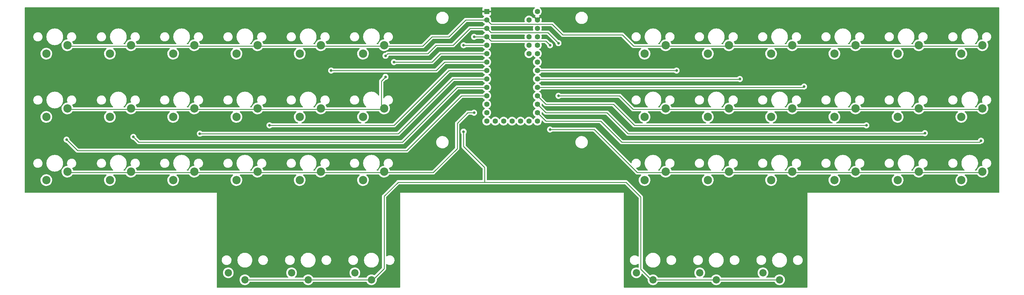
<source format=gbl>
G04 #@! TF.GenerationSoftware,KiCad,Pcbnew,(6.0.7)*
G04 #@! TF.CreationDate,2022-10-12T10:08:00+02:00*
G04 #@! TF.ProjectId,cmdr_mainboard,636d6472-5f6d-4616-996e-626f6172642e,rev?*
G04 #@! TF.SameCoordinates,Original*
G04 #@! TF.FileFunction,Copper,L4,Bot*
G04 #@! TF.FilePolarity,Positive*
%FSLAX46Y46*%
G04 Gerber Fmt 4.6, Leading zero omitted, Abs format (unit mm)*
G04 Created by KiCad (PCBNEW (6.0.7)) date 2022-10-12 10:08:00*
%MOMM*%
%LPD*%
G01*
G04 APERTURE LIST*
G04 #@! TA.AperFunction,ComponentPad*
%ADD10C,2.500000*%
G04 #@! TD*
G04 #@! TA.AperFunction,ComponentPad*
%ADD11R,1.600000X1.600000*%
G04 #@! TD*
G04 #@! TA.AperFunction,ComponentPad*
%ADD12C,1.600000*%
G04 #@! TD*
G04 #@! TA.AperFunction,ComponentPad*
%ADD13C,2.200000*%
G04 #@! TD*
G04 #@! TA.AperFunction,ViaPad*
%ADD14C,0.800000*%
G04 #@! TD*
G04 #@! TA.AperFunction,Conductor*
%ADD15C,0.250000*%
G04 #@! TD*
G04 APERTURE END LIST*
D10*
X351790000Y-139700000D03*
X345440000Y-142240000D03*
X95463180Y-158750000D03*
X89113180Y-161290000D03*
D11*
X202565000Y-110490000D03*
D12*
X202565000Y-113030000D03*
X202565000Y-115570000D03*
X202565000Y-118110000D03*
X202565000Y-120650000D03*
X202565000Y-123190000D03*
X202565000Y-125730000D03*
X202565000Y-128270000D03*
X202565000Y-130810000D03*
X202565000Y-133350000D03*
X202565000Y-135890000D03*
X202565000Y-138430000D03*
X202565000Y-140970000D03*
X202565000Y-143510000D03*
X205105000Y-143510000D03*
X207645000Y-143510000D03*
X210185000Y-143510000D03*
X212725000Y-143510000D03*
X215265000Y-143510000D03*
X217805000Y-143510000D03*
X217805000Y-140970000D03*
X217805000Y-138430000D03*
X217805000Y-135890000D03*
X217805000Y-133350000D03*
X217805000Y-130810000D03*
X217805000Y-128270000D03*
X217805000Y-125730000D03*
X217805000Y-123190000D03*
X217805000Y-120650000D03*
X217805000Y-118110000D03*
X217805000Y-115570000D03*
X217805000Y-113030000D03*
X217805000Y-110490000D03*
X215265000Y-113030000D03*
X215265000Y-118110000D03*
X215265000Y-120650000D03*
X215265000Y-123190000D03*
D10*
X95463180Y-139700000D03*
X89113180Y-142240000D03*
X256427081Y-120650000D03*
X250077081Y-123190000D03*
X152613180Y-120650000D03*
X146263180Y-123190000D03*
X76327000Y-120650000D03*
X69977000Y-123190000D03*
X114513180Y-139700000D03*
X108163180Y-142240000D03*
X351790000Y-120650000D03*
X345440000Y-123190000D03*
X133563180Y-120650000D03*
X127213180Y-123190000D03*
X256427081Y-139700000D03*
X250077081Y-142240000D03*
X171663180Y-120650000D03*
X165313180Y-123190000D03*
X332627081Y-120650000D03*
X326277081Y-123190000D03*
D13*
X290717081Y-191320000D03*
X285717081Y-189220000D03*
D10*
X294527081Y-139700000D03*
X288177081Y-142240000D03*
X294527081Y-120650000D03*
X288177081Y-123190000D03*
X114513180Y-120650000D03*
X108163180Y-123190000D03*
X332627081Y-139700000D03*
X326277081Y-142240000D03*
X275477081Y-158750000D03*
X269127081Y-161290000D03*
X152613180Y-139700000D03*
X146263180Y-142240000D03*
D13*
X129753180Y-191320000D03*
X124753180Y-189220000D03*
X148803180Y-191320000D03*
X143803180Y-189220000D03*
D10*
X313577081Y-120650000D03*
X307227081Y-123190000D03*
D13*
X271667081Y-191320000D03*
X266667081Y-189220000D03*
D10*
X313577081Y-139700000D03*
X307227081Y-142240000D03*
X76327000Y-139700000D03*
X69977000Y-142240000D03*
X351790000Y-158750000D03*
X345440000Y-161290000D03*
X332627081Y-158750000D03*
X326277081Y-161290000D03*
X152613180Y-158750000D03*
X146263180Y-161290000D03*
X171663180Y-158750000D03*
X165313180Y-161290000D03*
X294527081Y-158750000D03*
X288177081Y-161290000D03*
X275477081Y-120650000D03*
X269127081Y-123190000D03*
X313577081Y-158750000D03*
X307227081Y-161290000D03*
D13*
X167853180Y-191320000D03*
X162853180Y-189220000D03*
D10*
X256427081Y-158750000D03*
X250077081Y-161290000D03*
X133563180Y-158750000D03*
X127213180Y-161290000D03*
X76327000Y-158750000D03*
X69977000Y-161290000D03*
X133563180Y-139700000D03*
X127213180Y-142240000D03*
X171663180Y-139700000D03*
X165313180Y-142240000D03*
X114513180Y-158750000D03*
X108163180Y-161290000D03*
D13*
X252617081Y-191320000D03*
X247617081Y-189220000D03*
D10*
X95463180Y-120650000D03*
X89113180Y-123190000D03*
X275477081Y-139700000D03*
X269127081Y-142240000D03*
D14*
X76072500Y-149097500D03*
X96181590Y-148251590D03*
X116184090Y-147299090D03*
X137160000Y-144780000D03*
X155711608Y-128270000D03*
X174625000Y-125730000D03*
X259715000Y-128270000D03*
X278765000Y-130810000D03*
X298082616Y-133082384D03*
X316865000Y-144780000D03*
X334461040Y-147136040D03*
X351345000Y-149415000D03*
X200025000Y-119380000D03*
X220345000Y-132080000D03*
X220345000Y-142240000D03*
X220345000Y-115570000D03*
X220345000Y-111125000D03*
X200025000Y-124460000D03*
X162560000Y-142240000D03*
X220345000Y-124460000D03*
X220345000Y-139700000D03*
X168910000Y-142240000D03*
X200025000Y-129540000D03*
X220345000Y-137160000D03*
X200025000Y-111125000D03*
X304165000Y-142240000D03*
X208280000Y-120650000D03*
X200025000Y-132080000D03*
X200025000Y-137160000D03*
X220345000Y-134620000D03*
X208280000Y-140970000D03*
X290830000Y-142240000D03*
X200025000Y-121920000D03*
X220345000Y-129540000D03*
X271780000Y-142240000D03*
X252730000Y-142240000D03*
X208280000Y-115570000D03*
X208280000Y-118110000D03*
X200025000Y-134620000D03*
X149225000Y-142240000D03*
X200025000Y-114300000D03*
X200025000Y-127000000D03*
X224155000Y-120015000D03*
X224155000Y-135890000D03*
X172085000Y-123825000D03*
X172085000Y-130175000D03*
X221615000Y-146050000D03*
X198755000Y-118110000D03*
X221615000Y-120650000D03*
X198755000Y-140970000D03*
X195580000Y-146685000D03*
X195580000Y-120650000D03*
D15*
X194945000Y-135890000D02*
X178435000Y-152400000D01*
X178435000Y-152400000D02*
X79375000Y-152400000D01*
X202565000Y-135890000D02*
X194945000Y-135890000D01*
X79375000Y-152400000D02*
X76072500Y-149097500D01*
X193675000Y-133350000D02*
X177165000Y-149860000D01*
X177165000Y-149860000D02*
X97790000Y-149860000D01*
X202565000Y-133350000D02*
X193675000Y-133350000D01*
X97790000Y-149860000D02*
X96181590Y-148251590D01*
X175895000Y-147320000D02*
X116205000Y-147320000D01*
X202565000Y-130810000D02*
X192405000Y-130810000D01*
X116205000Y-147320000D02*
X116184090Y-147299090D01*
X192405000Y-130810000D02*
X175895000Y-147320000D01*
X174625000Y-144780000D02*
X137160000Y-144780000D01*
X191135000Y-128270000D02*
X174625000Y-144780000D01*
X202565000Y-128270000D02*
X191135000Y-128270000D01*
X189865000Y-125730000D02*
X202565000Y-125730000D01*
X187325000Y-128270000D02*
X189865000Y-125730000D01*
X155711608Y-128270000D02*
X187325000Y-128270000D01*
X188595000Y-123190000D02*
X202565000Y-123190000D01*
X174625000Y-125730000D02*
X186055000Y-125730000D01*
X186055000Y-125730000D02*
X188595000Y-123190000D01*
X217805000Y-128270000D02*
X259715000Y-128270000D01*
X278675000Y-130900000D02*
X278765000Y-130810000D01*
X217895000Y-130900000D02*
X278675000Y-130900000D01*
X217805000Y-130810000D02*
X217895000Y-130900000D01*
X297815000Y-133350000D02*
X298082616Y-133082384D01*
X217805000Y-133350000D02*
X297815000Y-133350000D01*
X217805000Y-135890000D02*
X220345000Y-138430000D01*
X220345000Y-138430000D02*
X240665000Y-138430000D01*
X240665000Y-138430000D02*
X247015000Y-144780000D01*
X247015000Y-144780000D02*
X316865000Y-144780000D01*
X334277080Y-147320000D02*
X334461040Y-147136040D01*
X238760000Y-140970000D02*
X245110000Y-147320000D01*
X217805000Y-138430000D02*
X220345000Y-140970000D01*
X220345000Y-140970000D02*
X238760000Y-140970000D01*
X245110000Y-147320000D02*
X334277080Y-147320000D01*
X236855000Y-143510000D02*
X243205000Y-149860000D01*
X217805000Y-140970000D02*
X220345000Y-143510000D01*
X243205000Y-149860000D02*
X350900000Y-149860000D01*
X220345000Y-143510000D02*
X236855000Y-143510000D01*
X350900000Y-149860000D02*
X351345000Y-149415000D01*
X202565000Y-113030000D02*
X196215000Y-113030000D01*
X275477081Y-120650000D02*
X275223081Y-120904000D01*
X152867180Y-120904000D02*
X171409180Y-120904000D01*
X332881081Y-120904000D02*
X332627081Y-120650000D01*
X95463180Y-120650000D02*
X95717180Y-120904000D01*
X294273081Y-120904000D02*
X275731081Y-120904000D01*
X152613180Y-120650000D02*
X152867180Y-120904000D01*
X222250000Y-114300000D02*
X225425000Y-117475000D01*
X95209180Y-120904000D02*
X95463180Y-120650000D01*
X332373081Y-120904000D02*
X313831081Y-120904000D01*
X152359180Y-120904000D02*
X152613180Y-120650000D01*
X186055000Y-118110000D02*
X183261000Y-120904000D01*
X246795544Y-120904000D02*
X243603272Y-117711728D01*
X351790000Y-120650000D02*
X351536000Y-120904000D01*
X256173081Y-120904000D02*
X246795544Y-120904000D01*
X76581000Y-120904000D02*
X95209180Y-120904000D01*
X133563180Y-120650000D02*
X133817180Y-120904000D01*
X203835000Y-114300000D02*
X222250000Y-114300000D01*
X313577081Y-120650000D02*
X313323081Y-120904000D01*
X183261000Y-120904000D02*
X171917180Y-120904000D01*
X243603272Y-117711728D02*
X243366545Y-117475000D01*
X256681081Y-120904000D02*
X256427081Y-120650000D01*
X275223081Y-120904000D02*
X256681081Y-120904000D01*
X114767180Y-120904000D02*
X133309180Y-120904000D01*
X294527081Y-120650000D02*
X294273081Y-120904000D01*
X196215000Y-113030000D02*
X191135000Y-118110000D01*
X133817180Y-120904000D02*
X152359180Y-120904000D01*
X275731081Y-120904000D02*
X275477081Y-120650000D01*
X243366544Y-117475000D02*
X243603272Y-117711728D01*
X95717180Y-120904000D02*
X114259180Y-120904000D01*
X191135000Y-118110000D02*
X186055000Y-118110000D01*
X133309180Y-120904000D02*
X133563180Y-120650000D01*
X313323081Y-120904000D02*
X294781081Y-120904000D01*
X225425000Y-117475000D02*
X243366544Y-117475000D01*
X313831081Y-120904000D02*
X313577081Y-120650000D01*
X202565000Y-113030000D02*
X203835000Y-114300000D01*
X114259180Y-120904000D02*
X114513180Y-120650000D01*
X256427081Y-120650000D02*
X256173081Y-120904000D01*
X351536000Y-120904000D02*
X332881081Y-120904000D01*
X114513180Y-120650000D02*
X114767180Y-120904000D01*
X294781081Y-120904000D02*
X294527081Y-120650000D01*
X171917180Y-120904000D02*
X171663180Y-120650000D01*
X171409180Y-120904000D02*
X171663180Y-120650000D01*
X332627081Y-120650000D02*
X332373081Y-120904000D01*
X76327000Y-120650000D02*
X76581000Y-120904000D01*
X172720000Y-123190000D02*
X172085000Y-123825000D01*
X332373081Y-139954000D02*
X313831081Y-139954000D01*
X152613180Y-139700000D02*
X152867180Y-139954000D01*
X114767180Y-139954000D02*
X133309180Y-139954000D01*
X202565000Y-115570000D02*
X197485000Y-115570000D01*
X294781081Y-139954000D02*
X294527081Y-139700000D01*
X220980000Y-116840000D02*
X203835000Y-116840000D01*
X242570000Y-135890000D02*
X246634000Y-139954000D01*
X313577081Y-139700000D02*
X313323081Y-139954000D01*
X171409180Y-139954000D02*
X171663180Y-139700000D01*
X95717180Y-139954000D02*
X114259180Y-139954000D01*
X133309180Y-139954000D02*
X133563180Y-139700000D01*
X294273081Y-139954000D02*
X275731081Y-139954000D01*
X76581000Y-139954000D02*
X95209180Y-139954000D01*
X192405000Y-120650000D02*
X187325000Y-120650000D01*
X152359180Y-139954000D02*
X152613180Y-139700000D01*
X170815000Y-131445000D02*
X170815000Y-138577356D01*
X351536000Y-139954000D02*
X332881081Y-139954000D01*
X203835000Y-116840000D02*
X202565000Y-115570000D01*
X187325000Y-120650000D02*
X184785000Y-123190000D01*
X294527081Y-139700000D02*
X294273081Y-139954000D01*
X152867180Y-139954000D02*
X171409180Y-139954000D01*
X224155000Y-120015000D02*
X220980000Y-116840000D01*
X133563180Y-139700000D02*
X133817180Y-139954000D01*
X172085000Y-130175000D02*
X170815000Y-131445000D01*
X114513180Y-139700000D02*
X114767180Y-139954000D01*
X133817180Y-139954000D02*
X152359180Y-139954000D01*
X256681081Y-139954000D02*
X256427081Y-139700000D01*
X95209180Y-139954000D02*
X95463180Y-139700000D01*
X170815000Y-138577356D02*
X171683179Y-139445535D01*
X332627081Y-139700000D02*
X332373081Y-139954000D01*
X256173081Y-139954000D02*
X256427081Y-139700000D01*
X332881081Y-139954000D02*
X332627081Y-139700000D01*
X114259180Y-139954000D02*
X114513180Y-139700000D01*
X76327000Y-139700000D02*
X76581000Y-139954000D01*
X351790000Y-139700000D02*
X351536000Y-139954000D01*
X275223081Y-139954000D02*
X256681081Y-139954000D01*
X224155000Y-135890000D02*
X242570000Y-135890000D01*
X184785000Y-123190000D02*
X172720000Y-123190000D01*
X246634000Y-139954000D02*
X256173081Y-139954000D01*
X313831081Y-139954000D02*
X313577081Y-139700000D01*
X275477081Y-139700000D02*
X275223081Y-139954000D01*
X275731081Y-139954000D02*
X275477081Y-139700000D01*
X95463180Y-139700000D02*
X95717180Y-139954000D01*
X197485000Y-115570000D02*
X192405000Y-120650000D01*
X313323081Y-139954000D02*
X294781081Y-139954000D01*
X76581000Y-159004000D02*
X95209180Y-159004000D01*
X114767180Y-159004000D02*
X133309180Y-159004000D01*
X198755000Y-140970000D02*
X196850000Y-140970000D01*
X95209180Y-159004000D02*
X95463180Y-158750000D01*
X186436000Y-159004000D02*
X171917180Y-159004000D01*
X275731081Y-159004000D02*
X275477081Y-158750000D01*
X202565000Y-118110000D02*
X198755000Y-118110000D01*
X221615000Y-146050000D02*
X234950000Y-146050000D01*
X152867180Y-159004000D02*
X171409180Y-159004000D01*
X171917180Y-159004000D02*
X171663180Y-158750000D01*
X294781081Y-159004000D02*
X294527081Y-158750000D01*
X133817180Y-159004000D02*
X152359180Y-159004000D01*
X294527081Y-158750000D02*
X294273081Y-159004000D01*
X114513180Y-158750000D02*
X114767180Y-159004000D01*
X76327000Y-158750000D02*
X76581000Y-159004000D01*
X193675000Y-151765000D02*
X186436000Y-159004000D01*
X332627081Y-158750000D02*
X332373081Y-159004000D01*
X193675000Y-144145000D02*
X193675000Y-151765000D01*
X332373081Y-159004000D02*
X313831081Y-159004000D01*
X313831081Y-159004000D02*
X313577081Y-158750000D01*
X313323081Y-159004000D02*
X294781081Y-159004000D01*
X203835000Y-119380000D02*
X202565000Y-118110000D01*
X95717180Y-159004000D02*
X114259180Y-159004000D01*
X247904000Y-159004000D02*
X256173081Y-159004000D01*
X313577081Y-158750000D02*
X313323081Y-159004000D01*
X275477081Y-158750000D02*
X275223081Y-159004000D01*
X294273081Y-159004000D02*
X275731081Y-159004000D01*
X275223081Y-159004000D02*
X256681081Y-159004000D01*
X196850000Y-140970000D02*
X193675000Y-144145000D01*
X152359180Y-159004000D02*
X152613180Y-158750000D01*
X171409180Y-159004000D02*
X171663180Y-158750000D01*
X332881081Y-159004000D02*
X332627081Y-158750000D01*
X351790000Y-158750000D02*
X351536000Y-159004000D01*
X220345000Y-119380000D02*
X203835000Y-119380000D01*
X133309180Y-159004000D02*
X133563180Y-158750000D01*
X152613180Y-158750000D02*
X152867180Y-159004000D01*
X351536000Y-159004000D02*
X332881081Y-159004000D01*
X95463180Y-158750000D02*
X95717180Y-159004000D01*
X133563180Y-158750000D02*
X133817180Y-159004000D01*
X256681081Y-159004000D02*
X256427081Y-158750000D01*
X234950000Y-146050000D02*
X247904000Y-159004000D01*
X256173081Y-159004000D02*
X256427081Y-158750000D01*
X221615000Y-120650000D02*
X220345000Y-119380000D01*
X114259180Y-159004000D02*
X114513180Y-158750000D01*
X195580000Y-120650000D02*
X202565000Y-120650000D01*
X148803180Y-191320000D02*
X167853180Y-191320000D01*
X244475000Y-161925000D02*
X248920000Y-166370000D01*
X248920000Y-166370000D02*
X248920000Y-188145000D01*
X168275000Y-191320000D02*
X171663180Y-187931820D01*
X201930000Y-160020000D02*
X201930000Y-161925000D01*
X171663180Y-166156820D02*
X175895000Y-161925000D01*
X175895000Y-161925000D02*
X201930000Y-161925000D01*
X171663180Y-187931820D02*
X171663180Y-166156820D01*
X201930000Y-157480000D02*
X201930000Y-160020000D01*
X195580000Y-146685000D02*
X195580000Y-151130000D01*
X129753180Y-191320000D02*
X148803180Y-191320000D01*
X201930000Y-161925000D02*
X244475000Y-161925000D01*
X271667081Y-191320000D02*
X252617081Y-191320000D01*
X248920000Y-188145000D02*
X252095000Y-191320000D01*
X195580000Y-151130000D02*
X201930000Y-157480000D01*
X290717081Y-191320000D02*
X271667081Y-191320000D01*
G04 #@! TA.AperFunction,Conductor*
G36*
X201298591Y-109240002D02*
G01*
X201345084Y-109293658D01*
X201355188Y-109363932D01*
X201331296Y-109421565D01*
X201320214Y-109436352D01*
X201311676Y-109451946D01*
X201266522Y-109572394D01*
X201262895Y-109587649D01*
X201257369Y-109638514D01*
X201257000Y-109645328D01*
X201257000Y-110217885D01*
X201261475Y-110233124D01*
X201262865Y-110234329D01*
X201270548Y-110236000D01*
X203854884Y-110236000D01*
X203870123Y-110231525D01*
X203871328Y-110230135D01*
X203872999Y-110222452D01*
X203872999Y-109645331D01*
X203872629Y-109638510D01*
X203867105Y-109587648D01*
X203863479Y-109572396D01*
X203818324Y-109451946D01*
X203809786Y-109436352D01*
X203798704Y-109421565D01*
X203773856Y-109355059D01*
X203788909Y-109285677D01*
X203839083Y-109235446D01*
X203899530Y-109220000D01*
X216937827Y-109220000D01*
X217005948Y-109240002D01*
X217052441Y-109293658D01*
X217062545Y-109363932D01*
X217033051Y-109428512D01*
X217010098Y-109449213D01*
X216965211Y-109480643D01*
X216965208Y-109480645D01*
X216960700Y-109483802D01*
X216798802Y-109645700D01*
X216795645Y-109650208D01*
X216795643Y-109650211D01*
X216741790Y-109727121D01*
X216667477Y-109833251D01*
X216665154Y-109838233D01*
X216665151Y-109838238D01*
X216573039Y-110035775D01*
X216570716Y-110040757D01*
X216569294Y-110046065D01*
X216569293Y-110046067D01*
X216519972Y-110230135D01*
X216511457Y-110261913D01*
X216491502Y-110490000D01*
X216511457Y-110718087D01*
X216512881Y-110723400D01*
X216512881Y-110723402D01*
X216522031Y-110757548D01*
X216570716Y-110939243D01*
X216573039Y-110944224D01*
X216573039Y-110944225D01*
X216665151Y-111141762D01*
X216665154Y-111141767D01*
X216667477Y-111146749D01*
X216798802Y-111334300D01*
X216960700Y-111496198D01*
X216965208Y-111499355D01*
X216965211Y-111499357D01*
X217006195Y-111528054D01*
X217148251Y-111627523D01*
X217153233Y-111629846D01*
X217153238Y-111629849D01*
X217188049Y-111646081D01*
X217241334Y-111692998D01*
X217260795Y-111761275D01*
X217240253Y-111829235D01*
X217188049Y-111874471D01*
X217153489Y-111890586D01*
X217143994Y-111896069D01*
X217091952Y-111932509D01*
X217083576Y-111942988D01*
X217090644Y-111956434D01*
X217792188Y-112657978D01*
X217806132Y-112665592D01*
X217807965Y-112665461D01*
X217814580Y-112661210D01*
X218520077Y-111955713D01*
X218526507Y-111943938D01*
X218517211Y-111931923D01*
X218466006Y-111896069D01*
X218456511Y-111890586D01*
X218421951Y-111874471D01*
X218368666Y-111827554D01*
X218349205Y-111759277D01*
X218369747Y-111691317D01*
X218421951Y-111646081D01*
X218456762Y-111629849D01*
X218456767Y-111629846D01*
X218461749Y-111627523D01*
X218603805Y-111528054D01*
X218644789Y-111499357D01*
X218644792Y-111499355D01*
X218649300Y-111496198D01*
X218811198Y-111334300D01*
X218942523Y-111146749D01*
X218944846Y-111141767D01*
X218944849Y-111141762D01*
X219036961Y-110944225D01*
X219036961Y-110944224D01*
X219039284Y-110939243D01*
X219087970Y-110757548D01*
X219097119Y-110723402D01*
X219097119Y-110723400D01*
X219098543Y-110718087D01*
X219118498Y-110490000D01*
X219098543Y-110261913D01*
X219090028Y-110230135D01*
X219040707Y-110046067D01*
X219040706Y-110046065D01*
X219039284Y-110040757D01*
X219036961Y-110035775D01*
X218944849Y-109838238D01*
X218944846Y-109838233D01*
X218942523Y-109833251D01*
X218868210Y-109727121D01*
X218814357Y-109650211D01*
X218814355Y-109650208D01*
X218811198Y-109645700D01*
X218649300Y-109483802D01*
X218644792Y-109480645D01*
X218644789Y-109480643D01*
X218599902Y-109449213D01*
X218555574Y-109393756D01*
X218548265Y-109323136D01*
X218580296Y-109259776D01*
X218641497Y-109223791D01*
X218672173Y-109220000D01*
X356744000Y-109220000D01*
X356812121Y-109240002D01*
X356858614Y-109293658D01*
X356870000Y-109346000D01*
X356870000Y-164974000D01*
X356849998Y-165042121D01*
X356796342Y-165088614D01*
X356744000Y-165100000D01*
X299085000Y-165100000D01*
X299085000Y-193549000D01*
X299064998Y-193617121D01*
X299011342Y-193663614D01*
X298959000Y-193675000D01*
X243966000Y-193675000D01*
X243897879Y-193654998D01*
X243851386Y-193601342D01*
X243840000Y-193549000D01*
X243840000Y-165100000D01*
X176530000Y-165100000D01*
X176530000Y-193549000D01*
X176509998Y-193617121D01*
X176456342Y-193663614D01*
X176404000Y-193675000D01*
X121411000Y-193675000D01*
X121342879Y-193654998D01*
X121296386Y-193601342D01*
X121285000Y-193549000D01*
X121285000Y-191320000D01*
X128139706Y-191320000D01*
X128159571Y-191572403D01*
X128218675Y-191818591D01*
X128220568Y-191823162D01*
X128220569Y-191823164D01*
X128306774Y-192031280D01*
X128315564Y-192052502D01*
X128447852Y-192268376D01*
X128612282Y-192460898D01*
X128804804Y-192625328D01*
X129020678Y-192757616D01*
X129025248Y-192759509D01*
X129025252Y-192759511D01*
X129250016Y-192852611D01*
X129254589Y-192854505D01*
X129339212Y-192874821D01*
X129495964Y-192912454D01*
X129495970Y-192912455D01*
X129500777Y-192913609D01*
X129753180Y-192933474D01*
X130005583Y-192913609D01*
X130010390Y-192912455D01*
X130010396Y-192912454D01*
X130167148Y-192874821D01*
X130251771Y-192854505D01*
X130256344Y-192852611D01*
X130481108Y-192759511D01*
X130481112Y-192759509D01*
X130485682Y-192757616D01*
X130701556Y-192625328D01*
X130894078Y-192460898D01*
X131058508Y-192268376D01*
X131190796Y-192052502D01*
X131192692Y-192047925D01*
X131199587Y-192031280D01*
X131244136Y-191976000D01*
X131315995Y-191953500D01*
X147240365Y-191953500D01*
X147308486Y-191973502D01*
X147356773Y-192031280D01*
X147363668Y-192047925D01*
X147365564Y-192052502D01*
X147497852Y-192268376D01*
X147662282Y-192460898D01*
X147854804Y-192625328D01*
X148070678Y-192757616D01*
X148075248Y-192759509D01*
X148075252Y-192759511D01*
X148300016Y-192852611D01*
X148304589Y-192854505D01*
X148389212Y-192874821D01*
X148545964Y-192912454D01*
X148545970Y-192912455D01*
X148550777Y-192913609D01*
X148803180Y-192933474D01*
X149055583Y-192913609D01*
X149060390Y-192912455D01*
X149060396Y-192912454D01*
X149217148Y-192874821D01*
X149301771Y-192854505D01*
X149306344Y-192852611D01*
X149531108Y-192759511D01*
X149531112Y-192759509D01*
X149535682Y-192757616D01*
X149751556Y-192625328D01*
X149944078Y-192460898D01*
X150108508Y-192268376D01*
X150240796Y-192052502D01*
X150242692Y-192047925D01*
X150249587Y-192031280D01*
X150294136Y-191976000D01*
X150365995Y-191953500D01*
X166290365Y-191953500D01*
X166358486Y-191973502D01*
X166406773Y-192031280D01*
X166413668Y-192047925D01*
X166415564Y-192052502D01*
X166547852Y-192268376D01*
X166712282Y-192460898D01*
X166904804Y-192625328D01*
X167120678Y-192757616D01*
X167125248Y-192759509D01*
X167125252Y-192759511D01*
X167350016Y-192852611D01*
X167354589Y-192854505D01*
X167439212Y-192874821D01*
X167595964Y-192912454D01*
X167595970Y-192912455D01*
X167600777Y-192913609D01*
X167853180Y-192933474D01*
X168105583Y-192913609D01*
X168110390Y-192912455D01*
X168110396Y-192912454D01*
X168267148Y-192874821D01*
X168351771Y-192854505D01*
X168356344Y-192852611D01*
X168581108Y-192759511D01*
X168581112Y-192759509D01*
X168585682Y-192757616D01*
X168801556Y-192625328D01*
X168994078Y-192460898D01*
X169158508Y-192268376D01*
X169290796Y-192052502D01*
X169299587Y-192031280D01*
X169385791Y-191823164D01*
X169385792Y-191823162D01*
X169387685Y-191818591D01*
X169446789Y-191572403D01*
X169466654Y-191320000D01*
X169449633Y-191103734D01*
X169464229Y-191034255D01*
X169486150Y-191004754D01*
X170763359Y-189727546D01*
X172055433Y-188435472D01*
X172063719Y-188427932D01*
X172070198Y-188423820D01*
X172116824Y-188374168D01*
X172119578Y-188371327D01*
X172139315Y-188351590D01*
X172141795Y-188348393D01*
X172149500Y-188339371D01*
X172174339Y-188312920D01*
X172179766Y-188307141D01*
X172183585Y-188300195D01*
X172183587Y-188300192D01*
X172189528Y-188289386D01*
X172200379Y-188272867D01*
X172207938Y-188263121D01*
X172212794Y-188256861D01*
X172215939Y-188249592D01*
X172215942Y-188249588D01*
X172230354Y-188216283D01*
X172235571Y-188205633D01*
X172256875Y-188166880D01*
X172261913Y-188147257D01*
X172268317Y-188128554D01*
X172273213Y-188117240D01*
X172273213Y-188117239D01*
X172276361Y-188109965D01*
X172277600Y-188102142D01*
X172277603Y-188102132D01*
X172283279Y-188066296D01*
X172285685Y-188054676D01*
X172294708Y-188019531D01*
X172294708Y-188019530D01*
X172296680Y-188011850D01*
X172296680Y-187991596D01*
X172298231Y-187971885D01*
X172300160Y-187959706D01*
X172301400Y-187951877D01*
X172297239Y-187907858D01*
X172296680Y-187896001D01*
X172296680Y-186703402D01*
X172316682Y-186635281D01*
X172370338Y-186588788D01*
X172440612Y-186578684D01*
X172493684Y-186599314D01*
X172630297Y-186692505D01*
X172847836Y-186793484D01*
X173078948Y-186857576D01*
X173182659Y-186868660D01*
X173271402Y-186878144D01*
X173271410Y-186878144D01*
X173274737Y-186878500D01*
X173413983Y-186878500D01*
X173416556Y-186878288D01*
X173416567Y-186878288D01*
X173587056Y-186864271D01*
X173587062Y-186864270D01*
X173592207Y-186863847D01*
X173708512Y-186834633D01*
X173819805Y-186806679D01*
X173819809Y-186806678D01*
X173824816Y-186805420D01*
X173829546Y-186803364D01*
X173829553Y-186803361D01*
X174040021Y-186711847D01*
X174040024Y-186711845D01*
X174044758Y-186709787D01*
X174049092Y-186706983D01*
X174049096Y-186706981D01*
X174241784Y-186582325D01*
X174241787Y-186582323D01*
X174246127Y-186579515D01*
X174267281Y-186560267D01*
X174419693Y-186421582D01*
X174419694Y-186421580D01*
X174423515Y-186418104D01*
X174426714Y-186414053D01*
X174426718Y-186414049D01*
X174560978Y-186244046D01*
X174572159Y-186229888D01*
X174688067Y-186019922D01*
X174768125Y-185793845D01*
X174769033Y-185788749D01*
X174809278Y-185562816D01*
X174809279Y-185562810D01*
X174810184Y-185557727D01*
X174812389Y-185377290D01*
X174813051Y-185323081D01*
X174813051Y-185323079D01*
X174813114Y-185317911D01*
X174776837Y-185080837D01*
X174702326Y-184852871D01*
X174591583Y-184640136D01*
X174569041Y-184610112D01*
X174450687Y-184452480D01*
X174450685Y-184452477D01*
X174447582Y-184448345D01*
X174344734Y-184350061D01*
X174277927Y-184286219D01*
X174277926Y-184286218D01*
X174274190Y-184282648D01*
X174076063Y-184147495D01*
X173858524Y-184046516D01*
X173627412Y-183982424D01*
X173523701Y-183971340D01*
X173434958Y-183961856D01*
X173434950Y-183961856D01*
X173431623Y-183961500D01*
X173292377Y-183961500D01*
X173289804Y-183961712D01*
X173289793Y-183961712D01*
X173119304Y-183975729D01*
X173119298Y-183975730D01*
X173114153Y-183976153D01*
X173010666Y-184002147D01*
X172886555Y-184033321D01*
X172886551Y-184033322D01*
X172881544Y-184034580D01*
X172876814Y-184036636D01*
X172876807Y-184036639D01*
X172666339Y-184128153D01*
X172666336Y-184128155D01*
X172661602Y-184130213D01*
X172535003Y-184212114D01*
X172491120Y-184240503D01*
X172423060Y-184260710D01*
X172354879Y-184240914D01*
X172308225Y-184187399D01*
X172296680Y-184134711D01*
X172296680Y-166471414D01*
X172316682Y-166403293D01*
X172333585Y-166382319D01*
X176120499Y-162595405D01*
X176182811Y-162561379D01*
X176209594Y-162558500D01*
X201858207Y-162558500D01*
X201881816Y-162560732D01*
X201882119Y-162560790D01*
X201882123Y-162560790D01*
X201889906Y-162562275D01*
X201945951Y-162558749D01*
X201953862Y-162558500D01*
X244160406Y-162558500D01*
X244228527Y-162578502D01*
X244249501Y-162595405D01*
X248249595Y-166595499D01*
X248283621Y-166657811D01*
X248286500Y-166684594D01*
X248286500Y-184225343D01*
X248266498Y-184293464D01*
X248212842Y-184339957D01*
X248142568Y-184350061D01*
X248073449Y-184316437D01*
X248041828Y-184286219D01*
X248041827Y-184286218D01*
X248038091Y-184282648D01*
X247839964Y-184147495D01*
X247622425Y-184046516D01*
X247391313Y-183982424D01*
X247287602Y-183971340D01*
X247198859Y-183961856D01*
X247198851Y-183961856D01*
X247195524Y-183961500D01*
X247056278Y-183961500D01*
X247053705Y-183961712D01*
X247053694Y-183961712D01*
X246883205Y-183975729D01*
X246883199Y-183975730D01*
X246878054Y-183976153D01*
X246774567Y-184002147D01*
X246650456Y-184033321D01*
X246650452Y-184033322D01*
X246645445Y-184034580D01*
X246640715Y-184036636D01*
X246640708Y-184036639D01*
X246430240Y-184128153D01*
X246430237Y-184128155D01*
X246425503Y-184130213D01*
X246421169Y-184133017D01*
X246421165Y-184133019D01*
X246228477Y-184257675D01*
X246228474Y-184257677D01*
X246224134Y-184260485D01*
X246220311Y-184263964D01*
X246220308Y-184263966D01*
X246125691Y-184350061D01*
X246046746Y-184421896D01*
X246043547Y-184425947D01*
X246043543Y-184425951D01*
X246022592Y-184452480D01*
X245898102Y-184610112D01*
X245782194Y-184820078D01*
X245702136Y-185046155D01*
X245701229Y-185051248D01*
X245701228Y-185051251D01*
X245680723Y-185166368D01*
X245660077Y-185282273D01*
X245660014Y-185287437D01*
X245657822Y-185466880D01*
X245657147Y-185522089D01*
X245693424Y-185759163D01*
X245767935Y-185987129D01*
X245878678Y-186199864D01*
X245881781Y-186203997D01*
X245881783Y-186204000D01*
X245973795Y-186326548D01*
X246022679Y-186391655D01*
X246196071Y-186557352D01*
X246200343Y-186560266D01*
X246200344Y-186560267D01*
X246228561Y-186579515D01*
X246394198Y-186692505D01*
X246611737Y-186793484D01*
X246842849Y-186857576D01*
X246946560Y-186868660D01*
X247035303Y-186878144D01*
X247035311Y-186878144D01*
X247038638Y-186878500D01*
X247177884Y-186878500D01*
X247180457Y-186878288D01*
X247180468Y-186878288D01*
X247350957Y-186864271D01*
X247350963Y-186864270D01*
X247356108Y-186863847D01*
X247472413Y-186834633D01*
X247583706Y-186806679D01*
X247583710Y-186806678D01*
X247588717Y-186805420D01*
X247593447Y-186803364D01*
X247593454Y-186803361D01*
X247803922Y-186711847D01*
X247803925Y-186711845D01*
X247808659Y-186709787D01*
X247812993Y-186706983D01*
X247812997Y-186706981D01*
X248005685Y-186582325D01*
X248005688Y-186582323D01*
X248010028Y-186579515D01*
X248031182Y-186560267D01*
X248075700Y-186519758D01*
X248139546Y-186488706D01*
X248210045Y-186497101D01*
X248264813Y-186542277D01*
X248286500Y-186612951D01*
X248286500Y-187567984D01*
X248266498Y-187636105D01*
X248212842Y-187682598D01*
X248142568Y-187692702D01*
X248121566Y-187687818D01*
X248120241Y-187687387D01*
X248115672Y-187685495D01*
X248048698Y-187669416D01*
X247874297Y-187627546D01*
X247874291Y-187627545D01*
X247869484Y-187626391D01*
X247617081Y-187606526D01*
X247364678Y-187626391D01*
X247359871Y-187627545D01*
X247359865Y-187627546D01*
X247203113Y-187665179D01*
X247118490Y-187685495D01*
X247113919Y-187687388D01*
X247113917Y-187687389D01*
X246889153Y-187780489D01*
X246889149Y-187780491D01*
X246884579Y-187782384D01*
X246668705Y-187914672D01*
X246476183Y-188079102D01*
X246311753Y-188271624D01*
X246179465Y-188487498D01*
X246082576Y-188721409D01*
X246023472Y-188967597D01*
X246003607Y-189220000D01*
X246023472Y-189472403D01*
X246024626Y-189477210D01*
X246024627Y-189477216D01*
X246048734Y-189577627D01*
X246082576Y-189718591D01*
X246084469Y-189723162D01*
X246084470Y-189723164D01*
X246151494Y-189884973D01*
X246179465Y-189952502D01*
X246311753Y-190168376D01*
X246476183Y-190360898D01*
X246668705Y-190525328D01*
X246884579Y-190657616D01*
X246889149Y-190659509D01*
X246889153Y-190659511D01*
X247113917Y-190752611D01*
X247118490Y-190754505D01*
X247203113Y-190774821D01*
X247359865Y-190812454D01*
X247359871Y-190812455D01*
X247364678Y-190813609D01*
X247617081Y-190833474D01*
X247869484Y-190813609D01*
X247874291Y-190812455D01*
X247874297Y-190812454D01*
X248031049Y-190774821D01*
X248115672Y-190754505D01*
X248120245Y-190752611D01*
X248345009Y-190659511D01*
X248345013Y-190659509D01*
X248349583Y-190657616D01*
X248565457Y-190525328D01*
X248757979Y-190360898D01*
X248922409Y-190168376D01*
X249054697Y-189952502D01*
X249082669Y-189884973D01*
X249149692Y-189723164D01*
X249149693Y-189723162D01*
X249151586Y-189718591D01*
X249185428Y-189577626D01*
X249220780Y-189516058D01*
X249283807Y-189483375D01*
X249354498Y-189489955D01*
X249397042Y-189517946D01*
X250976796Y-191097701D01*
X251010822Y-191160013D01*
X251013313Y-191196679D01*
X251003607Y-191320000D01*
X251023472Y-191572403D01*
X251082576Y-191818591D01*
X251084469Y-191823162D01*
X251084470Y-191823164D01*
X251170675Y-192031280D01*
X251179465Y-192052502D01*
X251311753Y-192268376D01*
X251476183Y-192460898D01*
X251668705Y-192625328D01*
X251884579Y-192757616D01*
X251889149Y-192759509D01*
X251889153Y-192759511D01*
X252113917Y-192852611D01*
X252118490Y-192854505D01*
X252203113Y-192874821D01*
X252359865Y-192912454D01*
X252359871Y-192912455D01*
X252364678Y-192913609D01*
X252617081Y-192933474D01*
X252869484Y-192913609D01*
X252874291Y-192912455D01*
X252874297Y-192912454D01*
X253031049Y-192874821D01*
X253115672Y-192854505D01*
X253120245Y-192852611D01*
X253345009Y-192759511D01*
X253345013Y-192759509D01*
X253349583Y-192757616D01*
X253565457Y-192625328D01*
X253757979Y-192460898D01*
X253922409Y-192268376D01*
X254054697Y-192052502D01*
X254056593Y-192047925D01*
X254063488Y-192031280D01*
X254108037Y-191976000D01*
X254179896Y-191953500D01*
X270104266Y-191953500D01*
X270172387Y-191973502D01*
X270220674Y-192031280D01*
X270227569Y-192047925D01*
X270229465Y-192052502D01*
X270361753Y-192268376D01*
X270526183Y-192460898D01*
X270718705Y-192625328D01*
X270934579Y-192757616D01*
X270939149Y-192759509D01*
X270939153Y-192759511D01*
X271163917Y-192852611D01*
X271168490Y-192854505D01*
X271253113Y-192874821D01*
X271409865Y-192912454D01*
X271409871Y-192912455D01*
X271414678Y-192913609D01*
X271667081Y-192933474D01*
X271919484Y-192913609D01*
X271924291Y-192912455D01*
X271924297Y-192912454D01*
X272081049Y-192874821D01*
X272165672Y-192854505D01*
X272170245Y-192852611D01*
X272395009Y-192759511D01*
X272395013Y-192759509D01*
X272399583Y-192757616D01*
X272615457Y-192625328D01*
X272807979Y-192460898D01*
X272972409Y-192268376D01*
X273104697Y-192052502D01*
X273106593Y-192047925D01*
X273113488Y-192031280D01*
X273158037Y-191976000D01*
X273229896Y-191953500D01*
X289154266Y-191953500D01*
X289222387Y-191973502D01*
X289270674Y-192031280D01*
X289277569Y-192047925D01*
X289279465Y-192052502D01*
X289411753Y-192268376D01*
X289576183Y-192460898D01*
X289768705Y-192625328D01*
X289984579Y-192757616D01*
X289989149Y-192759509D01*
X289989153Y-192759511D01*
X290213917Y-192852611D01*
X290218490Y-192854505D01*
X290303113Y-192874821D01*
X290459865Y-192912454D01*
X290459871Y-192912455D01*
X290464678Y-192913609D01*
X290717081Y-192933474D01*
X290969484Y-192913609D01*
X290974291Y-192912455D01*
X290974297Y-192912454D01*
X291131049Y-192874821D01*
X291215672Y-192854505D01*
X291220245Y-192852611D01*
X291445009Y-192759511D01*
X291445013Y-192759509D01*
X291449583Y-192757616D01*
X291665457Y-192625328D01*
X291857979Y-192460898D01*
X292022409Y-192268376D01*
X292154697Y-192052502D01*
X292163488Y-192031280D01*
X292249692Y-191823164D01*
X292249693Y-191823162D01*
X292251586Y-191818591D01*
X292310690Y-191572403D01*
X292330555Y-191320000D01*
X292310690Y-191067597D01*
X292302686Y-191034255D01*
X292271902Y-190906032D01*
X292251586Y-190821409D01*
X292224352Y-190755660D01*
X292156592Y-190592072D01*
X292156590Y-190592068D01*
X292154697Y-190587498D01*
X292022409Y-190371624D01*
X291857979Y-190179102D01*
X291665457Y-190014672D01*
X291449583Y-189882384D01*
X291445013Y-189880491D01*
X291445009Y-189880489D01*
X291220245Y-189787389D01*
X291220243Y-189787388D01*
X291215672Y-189785495D01*
X291131049Y-189765179D01*
X290974297Y-189727546D01*
X290974291Y-189727545D01*
X290969484Y-189726391D01*
X290717081Y-189706526D01*
X290464678Y-189726391D01*
X290459871Y-189727545D01*
X290459865Y-189727546D01*
X290303113Y-189765179D01*
X290218490Y-189785495D01*
X290213919Y-189787388D01*
X290213917Y-189787389D01*
X289989153Y-189880489D01*
X289989149Y-189880491D01*
X289984579Y-189882384D01*
X289768705Y-190014672D01*
X289576183Y-190179102D01*
X289411753Y-190371624D01*
X289279465Y-190587498D01*
X289277570Y-190592073D01*
X289277569Y-190592075D01*
X289270674Y-190608720D01*
X289226125Y-190664000D01*
X289154266Y-190686500D01*
X286818287Y-190686500D01*
X286750166Y-190666498D01*
X286703673Y-190612842D01*
X286693569Y-190542568D01*
X286723063Y-190477988D01*
X286736456Y-190464689D01*
X286854223Y-190364106D01*
X286857979Y-190360898D01*
X287022409Y-190168376D01*
X287154697Y-189952502D01*
X287182669Y-189884973D01*
X287249692Y-189723164D01*
X287249693Y-189723162D01*
X287251586Y-189718591D01*
X287285428Y-189577627D01*
X287309535Y-189477216D01*
X287309536Y-189477210D01*
X287310690Y-189472403D01*
X287330555Y-189220000D01*
X287310690Y-188967597D01*
X287251586Y-188721409D01*
X287154697Y-188487498D01*
X287022409Y-188271624D01*
X286857979Y-188079102D01*
X286665457Y-187914672D01*
X286449583Y-187782384D01*
X286445013Y-187780491D01*
X286445009Y-187780489D01*
X286220245Y-187687389D01*
X286220243Y-187687388D01*
X286215672Y-187685495D01*
X286131049Y-187665179D01*
X285974297Y-187627546D01*
X285974291Y-187627545D01*
X285969484Y-187626391D01*
X285717081Y-187606526D01*
X285464678Y-187626391D01*
X285459871Y-187627545D01*
X285459865Y-187627546D01*
X285303113Y-187665179D01*
X285218490Y-187685495D01*
X285213919Y-187687388D01*
X285213917Y-187687389D01*
X284989153Y-187780489D01*
X284989149Y-187780491D01*
X284984579Y-187782384D01*
X284768705Y-187914672D01*
X284576183Y-188079102D01*
X284411753Y-188271624D01*
X284279465Y-188487498D01*
X284182576Y-188721409D01*
X284123472Y-188967597D01*
X284103607Y-189220000D01*
X284123472Y-189472403D01*
X284124626Y-189477210D01*
X284124627Y-189477216D01*
X284148734Y-189577627D01*
X284182576Y-189718591D01*
X284184469Y-189723162D01*
X284184470Y-189723164D01*
X284251494Y-189884973D01*
X284279465Y-189952502D01*
X284411753Y-190168376D01*
X284576183Y-190360898D01*
X284579939Y-190364106D01*
X284697706Y-190464689D01*
X284736515Y-190524140D01*
X284737021Y-190595135D01*
X284699065Y-190655133D01*
X284634696Y-190685086D01*
X284615875Y-190686500D01*
X273229896Y-190686500D01*
X273161775Y-190666498D01*
X273113488Y-190608720D01*
X273106593Y-190592075D01*
X273106592Y-190592073D01*
X273104697Y-190587498D01*
X272972409Y-190371624D01*
X272807979Y-190179102D01*
X272615457Y-190014672D01*
X272399583Y-189882384D01*
X272395013Y-189880491D01*
X272395009Y-189880489D01*
X272170245Y-189787389D01*
X272170243Y-189787388D01*
X272165672Y-189785495D01*
X272081049Y-189765179D01*
X271924297Y-189727546D01*
X271924291Y-189727545D01*
X271919484Y-189726391D01*
X271667081Y-189706526D01*
X271414678Y-189726391D01*
X271409871Y-189727545D01*
X271409865Y-189727546D01*
X271253113Y-189765179D01*
X271168490Y-189785495D01*
X271163919Y-189787388D01*
X271163917Y-189787389D01*
X270939153Y-189880489D01*
X270939149Y-189880491D01*
X270934579Y-189882384D01*
X270718705Y-190014672D01*
X270526183Y-190179102D01*
X270361753Y-190371624D01*
X270229465Y-190587498D01*
X270227570Y-190592073D01*
X270227569Y-190592075D01*
X270220674Y-190608720D01*
X270176125Y-190664000D01*
X270104266Y-190686500D01*
X267768287Y-190686500D01*
X267700166Y-190666498D01*
X267653673Y-190612842D01*
X267643569Y-190542568D01*
X267673063Y-190477988D01*
X267686456Y-190464689D01*
X267804223Y-190364106D01*
X267807979Y-190360898D01*
X267972409Y-190168376D01*
X268104697Y-189952502D01*
X268132669Y-189884973D01*
X268199692Y-189723164D01*
X268199693Y-189723162D01*
X268201586Y-189718591D01*
X268235428Y-189577627D01*
X268259535Y-189477216D01*
X268259536Y-189477210D01*
X268260690Y-189472403D01*
X268280555Y-189220000D01*
X268260690Y-188967597D01*
X268201586Y-188721409D01*
X268104697Y-188487498D01*
X267972409Y-188271624D01*
X267807979Y-188079102D01*
X267615457Y-187914672D01*
X267399583Y-187782384D01*
X267395013Y-187780491D01*
X267395009Y-187780489D01*
X267170245Y-187687389D01*
X267170243Y-187687388D01*
X267165672Y-187685495D01*
X267081049Y-187665179D01*
X266924297Y-187627546D01*
X266924291Y-187627545D01*
X266919484Y-187626391D01*
X266667081Y-187606526D01*
X266414678Y-187626391D01*
X266409871Y-187627545D01*
X266409865Y-187627546D01*
X266253113Y-187665179D01*
X266168490Y-187685495D01*
X266163919Y-187687388D01*
X266163917Y-187687389D01*
X265939153Y-187780489D01*
X265939149Y-187780491D01*
X265934579Y-187782384D01*
X265718705Y-187914672D01*
X265526183Y-188079102D01*
X265361753Y-188271624D01*
X265229465Y-188487498D01*
X265132576Y-188721409D01*
X265073472Y-188967597D01*
X265053607Y-189220000D01*
X265073472Y-189472403D01*
X265074626Y-189477210D01*
X265074627Y-189477216D01*
X265098734Y-189577627D01*
X265132576Y-189718591D01*
X265134469Y-189723162D01*
X265134470Y-189723164D01*
X265201494Y-189884973D01*
X265229465Y-189952502D01*
X265361753Y-190168376D01*
X265526183Y-190360898D01*
X265529939Y-190364106D01*
X265647706Y-190464689D01*
X265686515Y-190524140D01*
X265687021Y-190595135D01*
X265649065Y-190655133D01*
X265584696Y-190685086D01*
X265565875Y-190686500D01*
X254179896Y-190686500D01*
X254111775Y-190666498D01*
X254063488Y-190608720D01*
X254056593Y-190592075D01*
X254056592Y-190592073D01*
X254054697Y-190587498D01*
X253922409Y-190371624D01*
X253757979Y-190179102D01*
X253565457Y-190014672D01*
X253349583Y-189882384D01*
X253345013Y-189880491D01*
X253345009Y-189880489D01*
X253120245Y-189787389D01*
X253120243Y-189787388D01*
X253115672Y-189785495D01*
X253031049Y-189765179D01*
X252874297Y-189727546D01*
X252874291Y-189727545D01*
X252869484Y-189726391D01*
X252617081Y-189706526D01*
X252364678Y-189726391D01*
X252359871Y-189727545D01*
X252359865Y-189727546D01*
X252203113Y-189765179D01*
X252118490Y-189785495D01*
X252113919Y-189787388D01*
X252113917Y-189787389D01*
X251889151Y-189880490D01*
X251889149Y-189880491D01*
X251884579Y-189882384D01*
X251808691Y-189928889D01*
X251763859Y-189956362D01*
X251695326Y-189974901D01*
X251627649Y-189953445D01*
X251608929Y-189938025D01*
X249590405Y-187919500D01*
X249556379Y-187857188D01*
X249553500Y-187830405D01*
X249553500Y-185466880D01*
X250379073Y-185466880D01*
X250379436Y-185471028D01*
X250379436Y-185471032D01*
X250404568Y-185758293D01*
X250404569Y-185758301D01*
X250404933Y-185762459D01*
X250405847Y-185766548D01*
X250454054Y-185982211D01*
X250469658Y-186052021D01*
X250471100Y-186055941D01*
X250471102Y-186055947D01*
X250541700Y-186247827D01*
X250572110Y-186330480D01*
X250574061Y-186334180D01*
X250574063Y-186334185D01*
X250703412Y-186579515D01*
X250710491Y-186592942D01*
X250882369Y-186834797D01*
X251084723Y-187051796D01*
X251313999Y-187240125D01*
X251566169Y-187396477D01*
X251836803Y-187518105D01*
X252004119Y-187567984D01*
X252117146Y-187601679D01*
X252117148Y-187601679D01*
X252121145Y-187602871D01*
X252125265Y-187603524D01*
X252125267Y-187603524D01*
X252244187Y-187622359D01*
X252414200Y-187649286D01*
X252459227Y-187651331D01*
X252505578Y-187653436D01*
X252505597Y-187653436D01*
X252506997Y-187653500D01*
X252692345Y-187653500D01*
X252913137Y-187638835D01*
X253203991Y-187580188D01*
X253484534Y-187483590D01*
X253488277Y-187481716D01*
X253488281Y-187481714D01*
X253746093Y-187352611D01*
X253746095Y-187352610D01*
X253749837Y-187350736D01*
X253995239Y-187183961D01*
X254216427Y-186986196D01*
X254409517Y-186760914D01*
X254411792Y-186757411D01*
X254568844Y-186515572D01*
X254568846Y-186515569D01*
X254571116Y-186512073D01*
X254578226Y-186497101D01*
X254630258Y-186387520D01*
X254698385Y-186244046D01*
X254704385Y-186225359D01*
X254787807Y-185965530D01*
X254787808Y-185965524D01*
X254789087Y-185961542D01*
X254824616Y-185764078D01*
X254840890Y-185673632D01*
X254840891Y-185673627D01*
X254841629Y-185669523D01*
X254846941Y-185552563D01*
X254848325Y-185522089D01*
X256657147Y-185522089D01*
X256693424Y-185759163D01*
X256767935Y-185987129D01*
X256878678Y-186199864D01*
X256881781Y-186203997D01*
X256881783Y-186204000D01*
X256973795Y-186326548D01*
X257022679Y-186391655D01*
X257196071Y-186557352D01*
X257200343Y-186560266D01*
X257200344Y-186560267D01*
X257228561Y-186579515D01*
X257394198Y-186692505D01*
X257611737Y-186793484D01*
X257842849Y-186857576D01*
X257946560Y-186868660D01*
X258035303Y-186878144D01*
X258035311Y-186878144D01*
X258038638Y-186878500D01*
X258177884Y-186878500D01*
X258180457Y-186878288D01*
X258180468Y-186878288D01*
X258350957Y-186864271D01*
X258350963Y-186864270D01*
X258356108Y-186863847D01*
X258472413Y-186834633D01*
X258583706Y-186806679D01*
X258583710Y-186806678D01*
X258588717Y-186805420D01*
X258593447Y-186803364D01*
X258593454Y-186803361D01*
X258803922Y-186711847D01*
X258803925Y-186711845D01*
X258808659Y-186709787D01*
X258812993Y-186706983D01*
X258812997Y-186706981D01*
X259005685Y-186582325D01*
X259005688Y-186582323D01*
X259010028Y-186579515D01*
X259031182Y-186560267D01*
X259183594Y-186421582D01*
X259183595Y-186421580D01*
X259187416Y-186418104D01*
X259190615Y-186414053D01*
X259190619Y-186414049D01*
X259324879Y-186244046D01*
X259336060Y-186229888D01*
X259451968Y-186019922D01*
X259532026Y-185793845D01*
X259532934Y-185788749D01*
X259573179Y-185562816D01*
X259573180Y-185562810D01*
X259574085Y-185557727D01*
X259574521Y-185522089D01*
X264707147Y-185522089D01*
X264743424Y-185759163D01*
X264817935Y-185987129D01*
X264928678Y-186199864D01*
X264931781Y-186203997D01*
X264931783Y-186204000D01*
X265023795Y-186326548D01*
X265072679Y-186391655D01*
X265246071Y-186557352D01*
X265250343Y-186560266D01*
X265250344Y-186560267D01*
X265278561Y-186579515D01*
X265444198Y-186692505D01*
X265661737Y-186793484D01*
X265892849Y-186857576D01*
X265996560Y-186868660D01*
X266085303Y-186878144D01*
X266085311Y-186878144D01*
X266088638Y-186878500D01*
X266227884Y-186878500D01*
X266230457Y-186878288D01*
X266230468Y-186878288D01*
X266400957Y-186864271D01*
X266400963Y-186864270D01*
X266406108Y-186863847D01*
X266522413Y-186834633D01*
X266633706Y-186806679D01*
X266633710Y-186806678D01*
X266638717Y-186805420D01*
X266643447Y-186803364D01*
X266643454Y-186803361D01*
X266853922Y-186711847D01*
X266853925Y-186711845D01*
X266858659Y-186709787D01*
X266862993Y-186706983D01*
X266862997Y-186706981D01*
X267055685Y-186582325D01*
X267055688Y-186582323D01*
X267060028Y-186579515D01*
X267081182Y-186560267D01*
X267233594Y-186421582D01*
X267233595Y-186421580D01*
X267237416Y-186418104D01*
X267240615Y-186414053D01*
X267240619Y-186414049D01*
X267374879Y-186244046D01*
X267386060Y-186229888D01*
X267501968Y-186019922D01*
X267582026Y-185793845D01*
X267582934Y-185788749D01*
X267623179Y-185562816D01*
X267623180Y-185562810D01*
X267624085Y-185557727D01*
X267625195Y-185466880D01*
X269429073Y-185466880D01*
X269429436Y-185471028D01*
X269429436Y-185471032D01*
X269454568Y-185758293D01*
X269454569Y-185758301D01*
X269454933Y-185762459D01*
X269455847Y-185766548D01*
X269504054Y-185982211D01*
X269519658Y-186052021D01*
X269521100Y-186055941D01*
X269521102Y-186055947D01*
X269591700Y-186247827D01*
X269622110Y-186330480D01*
X269624061Y-186334180D01*
X269624063Y-186334185D01*
X269753412Y-186579515D01*
X269760491Y-186592942D01*
X269932369Y-186834797D01*
X270134723Y-187051796D01*
X270363999Y-187240125D01*
X270616169Y-187396477D01*
X270886803Y-187518105D01*
X271054119Y-187567984D01*
X271167146Y-187601679D01*
X271167148Y-187601679D01*
X271171145Y-187602871D01*
X271175265Y-187603524D01*
X271175267Y-187603524D01*
X271294187Y-187622359D01*
X271464200Y-187649286D01*
X271509227Y-187651331D01*
X271555578Y-187653436D01*
X271555597Y-187653436D01*
X271556997Y-187653500D01*
X271742345Y-187653500D01*
X271963137Y-187638835D01*
X272253991Y-187580188D01*
X272534534Y-187483590D01*
X272538277Y-187481716D01*
X272538281Y-187481714D01*
X272796093Y-187352611D01*
X272796095Y-187352610D01*
X272799837Y-187350736D01*
X273045239Y-187183961D01*
X273266427Y-186986196D01*
X273459517Y-186760914D01*
X273461792Y-186757411D01*
X273618844Y-186515572D01*
X273618846Y-186515569D01*
X273621116Y-186512073D01*
X273628226Y-186497101D01*
X273680258Y-186387520D01*
X273748385Y-186244046D01*
X273754385Y-186225359D01*
X273837807Y-185965530D01*
X273837808Y-185965524D01*
X273839087Y-185961542D01*
X273874616Y-185764078D01*
X273890890Y-185673632D01*
X273890891Y-185673627D01*
X273891629Y-185669523D01*
X273896941Y-185552563D01*
X273898325Y-185522089D01*
X275707147Y-185522089D01*
X275743424Y-185759163D01*
X275817935Y-185987129D01*
X275928678Y-186199864D01*
X275931781Y-186203997D01*
X275931783Y-186204000D01*
X276023795Y-186326548D01*
X276072679Y-186391655D01*
X276246071Y-186557352D01*
X276250343Y-186560266D01*
X276250344Y-186560267D01*
X276278561Y-186579515D01*
X276444198Y-186692505D01*
X276661737Y-186793484D01*
X276892849Y-186857576D01*
X276996560Y-186868660D01*
X277085303Y-186878144D01*
X277085311Y-186878144D01*
X277088638Y-186878500D01*
X277227884Y-186878500D01*
X277230457Y-186878288D01*
X277230468Y-186878288D01*
X277400957Y-186864271D01*
X277400963Y-186864270D01*
X277406108Y-186863847D01*
X277522413Y-186834633D01*
X277633706Y-186806679D01*
X277633710Y-186806678D01*
X277638717Y-186805420D01*
X277643447Y-186803364D01*
X277643454Y-186803361D01*
X277853922Y-186711847D01*
X277853925Y-186711845D01*
X277858659Y-186709787D01*
X277862993Y-186706983D01*
X277862997Y-186706981D01*
X278055685Y-186582325D01*
X278055688Y-186582323D01*
X278060028Y-186579515D01*
X278081182Y-186560267D01*
X278233594Y-186421582D01*
X278233595Y-186421580D01*
X278237416Y-186418104D01*
X278240615Y-186414053D01*
X278240619Y-186414049D01*
X278374879Y-186244046D01*
X278386060Y-186229888D01*
X278501968Y-186019922D01*
X278582026Y-185793845D01*
X278582934Y-185788749D01*
X278623179Y-185562816D01*
X278623180Y-185562810D01*
X278624085Y-185557727D01*
X278624521Y-185522089D01*
X283757147Y-185522089D01*
X283793424Y-185759163D01*
X283867935Y-185987129D01*
X283978678Y-186199864D01*
X283981781Y-186203997D01*
X283981783Y-186204000D01*
X284073795Y-186326548D01*
X284122679Y-186391655D01*
X284296071Y-186557352D01*
X284300343Y-186560266D01*
X284300344Y-186560267D01*
X284328561Y-186579515D01*
X284494198Y-186692505D01*
X284711737Y-186793484D01*
X284942849Y-186857576D01*
X285046560Y-186868660D01*
X285135303Y-186878144D01*
X285135311Y-186878144D01*
X285138638Y-186878500D01*
X285277884Y-186878500D01*
X285280457Y-186878288D01*
X285280468Y-186878288D01*
X285450957Y-186864271D01*
X285450963Y-186864270D01*
X285456108Y-186863847D01*
X285572413Y-186834633D01*
X285683706Y-186806679D01*
X285683710Y-186806678D01*
X285688717Y-186805420D01*
X285693447Y-186803364D01*
X285693454Y-186803361D01*
X285903922Y-186711847D01*
X285903925Y-186711845D01*
X285908659Y-186709787D01*
X285912993Y-186706983D01*
X285912997Y-186706981D01*
X286105685Y-186582325D01*
X286105688Y-186582323D01*
X286110028Y-186579515D01*
X286131182Y-186560267D01*
X286283594Y-186421582D01*
X286283595Y-186421580D01*
X286287416Y-186418104D01*
X286290615Y-186414053D01*
X286290619Y-186414049D01*
X286424879Y-186244046D01*
X286436060Y-186229888D01*
X286551968Y-186019922D01*
X286632026Y-185793845D01*
X286632934Y-185788749D01*
X286673179Y-185562816D01*
X286673180Y-185562810D01*
X286674085Y-185557727D01*
X286675195Y-185466880D01*
X288479073Y-185466880D01*
X288479436Y-185471028D01*
X288479436Y-185471032D01*
X288504568Y-185758293D01*
X288504569Y-185758301D01*
X288504933Y-185762459D01*
X288505847Y-185766548D01*
X288554054Y-185982211D01*
X288569658Y-186052021D01*
X288571100Y-186055941D01*
X288571102Y-186055947D01*
X288641700Y-186247827D01*
X288672110Y-186330480D01*
X288674061Y-186334180D01*
X288674063Y-186334185D01*
X288803412Y-186579515D01*
X288810491Y-186592942D01*
X288982369Y-186834797D01*
X289184723Y-187051796D01*
X289413999Y-187240125D01*
X289666169Y-187396477D01*
X289936803Y-187518105D01*
X290104119Y-187567984D01*
X290217146Y-187601679D01*
X290217148Y-187601679D01*
X290221145Y-187602871D01*
X290225265Y-187603524D01*
X290225267Y-187603524D01*
X290344187Y-187622359D01*
X290514200Y-187649286D01*
X290559227Y-187651331D01*
X290605578Y-187653436D01*
X290605597Y-187653436D01*
X290606997Y-187653500D01*
X290792345Y-187653500D01*
X291013137Y-187638835D01*
X291303991Y-187580188D01*
X291584534Y-187483590D01*
X291588277Y-187481716D01*
X291588281Y-187481714D01*
X291846093Y-187352611D01*
X291846095Y-187352610D01*
X291849837Y-187350736D01*
X292095239Y-187183961D01*
X292316427Y-186986196D01*
X292509517Y-186760914D01*
X292511792Y-186757411D01*
X292668844Y-186515572D01*
X292668846Y-186515569D01*
X292671116Y-186512073D01*
X292678226Y-186497101D01*
X292730258Y-186387520D01*
X292798385Y-186244046D01*
X292804385Y-186225359D01*
X292887807Y-185965530D01*
X292887808Y-185965524D01*
X292889087Y-185961542D01*
X292924616Y-185764078D01*
X292940890Y-185673632D01*
X292940891Y-185673627D01*
X292941629Y-185669523D01*
X292946941Y-185552563D01*
X292948325Y-185522089D01*
X294757147Y-185522089D01*
X294793424Y-185759163D01*
X294867935Y-185987129D01*
X294978678Y-186199864D01*
X294981781Y-186203997D01*
X294981783Y-186204000D01*
X295073795Y-186326548D01*
X295122679Y-186391655D01*
X295296071Y-186557352D01*
X295300343Y-186560266D01*
X295300344Y-186560267D01*
X295328561Y-186579515D01*
X295494198Y-186692505D01*
X295711737Y-186793484D01*
X295942849Y-186857576D01*
X296046560Y-186868660D01*
X296135303Y-186878144D01*
X296135311Y-186878144D01*
X296138638Y-186878500D01*
X296277884Y-186878500D01*
X296280457Y-186878288D01*
X296280468Y-186878288D01*
X296450957Y-186864271D01*
X296450963Y-186864270D01*
X296456108Y-186863847D01*
X296572413Y-186834633D01*
X296683706Y-186806679D01*
X296683710Y-186806678D01*
X296688717Y-186805420D01*
X296693447Y-186803364D01*
X296693454Y-186803361D01*
X296903922Y-186711847D01*
X296903925Y-186711845D01*
X296908659Y-186709787D01*
X296912993Y-186706983D01*
X296912997Y-186706981D01*
X297105685Y-186582325D01*
X297105688Y-186582323D01*
X297110028Y-186579515D01*
X297131182Y-186560267D01*
X297283594Y-186421582D01*
X297283595Y-186421580D01*
X297287416Y-186418104D01*
X297290615Y-186414053D01*
X297290619Y-186414049D01*
X297424879Y-186244046D01*
X297436060Y-186229888D01*
X297551968Y-186019922D01*
X297632026Y-185793845D01*
X297632934Y-185788749D01*
X297673179Y-185562816D01*
X297673180Y-185562810D01*
X297674085Y-185557727D01*
X297676290Y-185377290D01*
X297676952Y-185323081D01*
X297676952Y-185323079D01*
X297677015Y-185317911D01*
X297640738Y-185080837D01*
X297566227Y-184852871D01*
X297455484Y-184640136D01*
X297432942Y-184610112D01*
X297314588Y-184452480D01*
X297314586Y-184452477D01*
X297311483Y-184448345D01*
X297208635Y-184350061D01*
X297141828Y-184286219D01*
X297141827Y-184286218D01*
X297138091Y-184282648D01*
X296939964Y-184147495D01*
X296722425Y-184046516D01*
X296491313Y-183982424D01*
X296387602Y-183971340D01*
X296298859Y-183961856D01*
X296298851Y-183961856D01*
X296295524Y-183961500D01*
X296156278Y-183961500D01*
X296153705Y-183961712D01*
X296153694Y-183961712D01*
X295983205Y-183975729D01*
X295983199Y-183975730D01*
X295978054Y-183976153D01*
X295874567Y-184002147D01*
X295750456Y-184033321D01*
X295750452Y-184033322D01*
X295745445Y-184034580D01*
X295740715Y-184036636D01*
X295740708Y-184036639D01*
X295530240Y-184128153D01*
X295530237Y-184128155D01*
X295525503Y-184130213D01*
X295521169Y-184133017D01*
X295521165Y-184133019D01*
X295328477Y-184257675D01*
X295328474Y-184257677D01*
X295324134Y-184260485D01*
X295320311Y-184263964D01*
X295320308Y-184263966D01*
X295225691Y-184350061D01*
X295146746Y-184421896D01*
X295143547Y-184425947D01*
X295143543Y-184425951D01*
X295122592Y-184452480D01*
X294998102Y-184610112D01*
X294882194Y-184820078D01*
X294802136Y-185046155D01*
X294801229Y-185051248D01*
X294801228Y-185051251D01*
X294780723Y-185166368D01*
X294760077Y-185282273D01*
X294760014Y-185287437D01*
X294757822Y-185466880D01*
X294757147Y-185522089D01*
X292948325Y-185522089D01*
X292954900Y-185377290D01*
X292954900Y-185377285D01*
X292955089Y-185373120D01*
X292950259Y-185317911D01*
X292929594Y-185081707D01*
X292929593Y-185081699D01*
X292929229Y-185077541D01*
X292883837Y-184874470D01*
X292865417Y-184792063D01*
X292865417Y-184792061D01*
X292864504Y-184787979D01*
X292811798Y-184644725D01*
X292763499Y-184513452D01*
X292763497Y-184513448D01*
X292762052Y-184509520D01*
X292714020Y-184418418D01*
X292625624Y-184250762D01*
X292625623Y-184250761D01*
X292623671Y-184247058D01*
X292451793Y-184005203D01*
X292249439Y-183788204D01*
X292020163Y-183599875D01*
X291767993Y-183443523D01*
X291497359Y-183321895D01*
X291324691Y-183270420D01*
X291217016Y-183238321D01*
X291217014Y-183238321D01*
X291213017Y-183237129D01*
X291208897Y-183236476D01*
X291208895Y-183236476D01*
X291089975Y-183217641D01*
X290919962Y-183190714D01*
X290874935Y-183188669D01*
X290828584Y-183186564D01*
X290828565Y-183186564D01*
X290827165Y-183186500D01*
X290641817Y-183186500D01*
X290421025Y-183201165D01*
X290130171Y-183259812D01*
X289849628Y-183356410D01*
X289845885Y-183358284D01*
X289845881Y-183358286D01*
X289671260Y-183445730D01*
X289584325Y-183489264D01*
X289338923Y-183656039D01*
X289117735Y-183853804D01*
X288924645Y-184079086D01*
X288922371Y-184082588D01*
X288922370Y-184082589D01*
X288770508Y-184316437D01*
X288763046Y-184327927D01*
X288761258Y-184331693D01*
X288761255Y-184331698D01*
X288752536Y-184350061D01*
X288635777Y-184595954D01*
X288634498Y-184599937D01*
X288634497Y-184599940D01*
X288562253Y-184824956D01*
X288545075Y-184878458D01*
X288544334Y-184882577D01*
X288508662Y-185080837D01*
X288492533Y-185170477D01*
X288492344Y-185174644D01*
X288492343Y-185174651D01*
X288483141Y-185377290D01*
X288479073Y-185466880D01*
X286675195Y-185466880D01*
X286676290Y-185377290D01*
X286676952Y-185323081D01*
X286676952Y-185323079D01*
X286677015Y-185317911D01*
X286640738Y-185080837D01*
X286566227Y-184852871D01*
X286455484Y-184640136D01*
X286432942Y-184610112D01*
X286314588Y-184452480D01*
X286314586Y-184452477D01*
X286311483Y-184448345D01*
X286208635Y-184350061D01*
X286141828Y-184286219D01*
X286141827Y-184286218D01*
X286138091Y-184282648D01*
X285939964Y-184147495D01*
X285722425Y-184046516D01*
X285491313Y-183982424D01*
X285387602Y-183971340D01*
X285298859Y-183961856D01*
X285298851Y-183961856D01*
X285295524Y-183961500D01*
X285156278Y-183961500D01*
X285153705Y-183961712D01*
X285153694Y-183961712D01*
X284983205Y-183975729D01*
X284983199Y-183975730D01*
X284978054Y-183976153D01*
X284874567Y-184002147D01*
X284750456Y-184033321D01*
X284750452Y-184033322D01*
X284745445Y-184034580D01*
X284740715Y-184036636D01*
X284740708Y-184036639D01*
X284530240Y-184128153D01*
X284530237Y-184128155D01*
X284525503Y-184130213D01*
X284521169Y-184133017D01*
X284521165Y-184133019D01*
X284328477Y-184257675D01*
X284328474Y-184257677D01*
X284324134Y-184260485D01*
X284320311Y-184263964D01*
X284320308Y-184263966D01*
X284225691Y-184350061D01*
X284146746Y-184421896D01*
X284143547Y-184425947D01*
X284143543Y-184425951D01*
X284122592Y-184452480D01*
X283998102Y-184610112D01*
X283882194Y-184820078D01*
X283802136Y-185046155D01*
X283801229Y-185051248D01*
X283801228Y-185051251D01*
X283780723Y-185166368D01*
X283760077Y-185282273D01*
X283760014Y-185287437D01*
X283757822Y-185466880D01*
X283757147Y-185522089D01*
X278624521Y-185522089D01*
X278626290Y-185377290D01*
X278626952Y-185323081D01*
X278626952Y-185323079D01*
X278627015Y-185317911D01*
X278590738Y-185080837D01*
X278516227Y-184852871D01*
X278405484Y-184640136D01*
X278382942Y-184610112D01*
X278264588Y-184452480D01*
X278264586Y-184452477D01*
X278261483Y-184448345D01*
X278158635Y-184350061D01*
X278091828Y-184286219D01*
X278091827Y-184286218D01*
X278088091Y-184282648D01*
X277889964Y-184147495D01*
X277672425Y-184046516D01*
X277441313Y-183982424D01*
X277337602Y-183971340D01*
X277248859Y-183961856D01*
X277248851Y-183961856D01*
X277245524Y-183961500D01*
X277106278Y-183961500D01*
X277103705Y-183961712D01*
X277103694Y-183961712D01*
X276933205Y-183975729D01*
X276933199Y-183975730D01*
X276928054Y-183976153D01*
X276824567Y-184002147D01*
X276700456Y-184033321D01*
X276700452Y-184033322D01*
X276695445Y-184034580D01*
X276690715Y-184036636D01*
X276690708Y-184036639D01*
X276480240Y-184128153D01*
X276480237Y-184128155D01*
X276475503Y-184130213D01*
X276471169Y-184133017D01*
X276471165Y-184133019D01*
X276278477Y-184257675D01*
X276278474Y-184257677D01*
X276274134Y-184260485D01*
X276270311Y-184263964D01*
X276270308Y-184263966D01*
X276175691Y-184350061D01*
X276096746Y-184421896D01*
X276093547Y-184425947D01*
X276093543Y-184425951D01*
X276072592Y-184452480D01*
X275948102Y-184610112D01*
X275832194Y-184820078D01*
X275752136Y-185046155D01*
X275751229Y-185051248D01*
X275751228Y-185051251D01*
X275730723Y-185166368D01*
X275710077Y-185282273D01*
X275710014Y-185287437D01*
X275707822Y-185466880D01*
X275707147Y-185522089D01*
X273898325Y-185522089D01*
X273904900Y-185377290D01*
X273904900Y-185377285D01*
X273905089Y-185373120D01*
X273900259Y-185317911D01*
X273879594Y-185081707D01*
X273879593Y-185081699D01*
X273879229Y-185077541D01*
X273833837Y-184874470D01*
X273815417Y-184792063D01*
X273815417Y-184792061D01*
X273814504Y-184787979D01*
X273761798Y-184644725D01*
X273713499Y-184513452D01*
X273713497Y-184513448D01*
X273712052Y-184509520D01*
X273664020Y-184418418D01*
X273575624Y-184250762D01*
X273575623Y-184250761D01*
X273573671Y-184247058D01*
X273401793Y-184005203D01*
X273199439Y-183788204D01*
X272970163Y-183599875D01*
X272717993Y-183443523D01*
X272447359Y-183321895D01*
X272274691Y-183270420D01*
X272167016Y-183238321D01*
X272167014Y-183238321D01*
X272163017Y-183237129D01*
X272158897Y-183236476D01*
X272158895Y-183236476D01*
X272039975Y-183217641D01*
X271869962Y-183190714D01*
X271824935Y-183188669D01*
X271778584Y-183186564D01*
X271778565Y-183186564D01*
X271777165Y-183186500D01*
X271591817Y-183186500D01*
X271371025Y-183201165D01*
X271080171Y-183259812D01*
X270799628Y-183356410D01*
X270795885Y-183358284D01*
X270795881Y-183358286D01*
X270621260Y-183445730D01*
X270534325Y-183489264D01*
X270288923Y-183656039D01*
X270067735Y-183853804D01*
X269874645Y-184079086D01*
X269872371Y-184082588D01*
X269872370Y-184082589D01*
X269720508Y-184316437D01*
X269713046Y-184327927D01*
X269711258Y-184331693D01*
X269711255Y-184331698D01*
X269702536Y-184350061D01*
X269585777Y-184595954D01*
X269584498Y-184599937D01*
X269584497Y-184599940D01*
X269512253Y-184824956D01*
X269495075Y-184878458D01*
X269494334Y-184882577D01*
X269458662Y-185080837D01*
X269442533Y-185170477D01*
X269442344Y-185174644D01*
X269442343Y-185174651D01*
X269433141Y-185377290D01*
X269429073Y-185466880D01*
X267625195Y-185466880D01*
X267626290Y-185377290D01*
X267626952Y-185323081D01*
X267626952Y-185323079D01*
X267627015Y-185317911D01*
X267590738Y-185080837D01*
X267516227Y-184852871D01*
X267405484Y-184640136D01*
X267382942Y-184610112D01*
X267264588Y-184452480D01*
X267264586Y-184452477D01*
X267261483Y-184448345D01*
X267158635Y-184350061D01*
X267091828Y-184286219D01*
X267091827Y-184286218D01*
X267088091Y-184282648D01*
X266889964Y-184147495D01*
X266672425Y-184046516D01*
X266441313Y-183982424D01*
X266337602Y-183971340D01*
X266248859Y-183961856D01*
X266248851Y-183961856D01*
X266245524Y-183961500D01*
X266106278Y-183961500D01*
X266103705Y-183961712D01*
X266103694Y-183961712D01*
X265933205Y-183975729D01*
X265933199Y-183975730D01*
X265928054Y-183976153D01*
X265824567Y-184002147D01*
X265700456Y-184033321D01*
X265700452Y-184033322D01*
X265695445Y-184034580D01*
X265690715Y-184036636D01*
X265690708Y-184036639D01*
X265480240Y-184128153D01*
X265480237Y-184128155D01*
X265475503Y-184130213D01*
X265471169Y-184133017D01*
X265471165Y-184133019D01*
X265278477Y-184257675D01*
X265278474Y-184257677D01*
X265274134Y-184260485D01*
X265270311Y-184263964D01*
X265270308Y-184263966D01*
X265175691Y-184350061D01*
X265096746Y-184421896D01*
X265093547Y-184425947D01*
X265093543Y-184425951D01*
X265072592Y-184452480D01*
X264948102Y-184610112D01*
X264832194Y-184820078D01*
X264752136Y-185046155D01*
X264751229Y-185051248D01*
X264751228Y-185051251D01*
X264730723Y-185166368D01*
X264710077Y-185282273D01*
X264710014Y-185287437D01*
X264707822Y-185466880D01*
X264707147Y-185522089D01*
X259574521Y-185522089D01*
X259576290Y-185377290D01*
X259576952Y-185323081D01*
X259576952Y-185323079D01*
X259577015Y-185317911D01*
X259540738Y-185080837D01*
X259466227Y-184852871D01*
X259355484Y-184640136D01*
X259332942Y-184610112D01*
X259214588Y-184452480D01*
X259214586Y-184452477D01*
X259211483Y-184448345D01*
X259108635Y-184350061D01*
X259041828Y-184286219D01*
X259041827Y-184286218D01*
X259038091Y-184282648D01*
X258839964Y-184147495D01*
X258622425Y-184046516D01*
X258391313Y-183982424D01*
X258287602Y-183971340D01*
X258198859Y-183961856D01*
X258198851Y-183961856D01*
X258195524Y-183961500D01*
X258056278Y-183961500D01*
X258053705Y-183961712D01*
X258053694Y-183961712D01*
X257883205Y-183975729D01*
X257883199Y-183975730D01*
X257878054Y-183976153D01*
X257774567Y-184002147D01*
X257650456Y-184033321D01*
X257650452Y-184033322D01*
X257645445Y-184034580D01*
X257640715Y-184036636D01*
X257640708Y-184036639D01*
X257430240Y-184128153D01*
X257430237Y-184128155D01*
X257425503Y-184130213D01*
X257421169Y-184133017D01*
X257421165Y-184133019D01*
X257228477Y-184257675D01*
X257228474Y-184257677D01*
X257224134Y-184260485D01*
X257220311Y-184263964D01*
X257220308Y-184263966D01*
X257125691Y-184350061D01*
X257046746Y-184421896D01*
X257043547Y-184425947D01*
X257043543Y-184425951D01*
X257022592Y-184452480D01*
X256898102Y-184610112D01*
X256782194Y-184820078D01*
X256702136Y-185046155D01*
X256701229Y-185051248D01*
X256701228Y-185051251D01*
X256680723Y-185166368D01*
X256660077Y-185282273D01*
X256660014Y-185287437D01*
X256657822Y-185466880D01*
X256657147Y-185522089D01*
X254848325Y-185522089D01*
X254854900Y-185377290D01*
X254854900Y-185377285D01*
X254855089Y-185373120D01*
X254850259Y-185317911D01*
X254829594Y-185081707D01*
X254829593Y-185081699D01*
X254829229Y-185077541D01*
X254783837Y-184874470D01*
X254765417Y-184792063D01*
X254765417Y-184792061D01*
X254764504Y-184787979D01*
X254711798Y-184644725D01*
X254663499Y-184513452D01*
X254663497Y-184513448D01*
X254662052Y-184509520D01*
X254614020Y-184418418D01*
X254525624Y-184250762D01*
X254525623Y-184250761D01*
X254523671Y-184247058D01*
X254351793Y-184005203D01*
X254149439Y-183788204D01*
X253920163Y-183599875D01*
X253667993Y-183443523D01*
X253397359Y-183321895D01*
X253224691Y-183270420D01*
X253117016Y-183238321D01*
X253117014Y-183238321D01*
X253113017Y-183237129D01*
X253108897Y-183236476D01*
X253108895Y-183236476D01*
X252989975Y-183217641D01*
X252819962Y-183190714D01*
X252774935Y-183188669D01*
X252728584Y-183186564D01*
X252728565Y-183186564D01*
X252727165Y-183186500D01*
X252541817Y-183186500D01*
X252321025Y-183201165D01*
X252030171Y-183259812D01*
X251749628Y-183356410D01*
X251745885Y-183358284D01*
X251745881Y-183358286D01*
X251571260Y-183445730D01*
X251484325Y-183489264D01*
X251238923Y-183656039D01*
X251017735Y-183853804D01*
X250824645Y-184079086D01*
X250822371Y-184082588D01*
X250822370Y-184082589D01*
X250670508Y-184316437D01*
X250663046Y-184327927D01*
X250661258Y-184331693D01*
X250661255Y-184331698D01*
X250652536Y-184350061D01*
X250535777Y-184595954D01*
X250534498Y-184599937D01*
X250534497Y-184599940D01*
X250462253Y-184824956D01*
X250445075Y-184878458D01*
X250444334Y-184882577D01*
X250408662Y-185080837D01*
X250392533Y-185170477D01*
X250392344Y-185174644D01*
X250392343Y-185174651D01*
X250383141Y-185377290D01*
X250379073Y-185466880D01*
X249553500Y-185466880D01*
X249553500Y-166448767D01*
X249554027Y-166437584D01*
X249555702Y-166430091D01*
X249555361Y-166419224D01*
X249553562Y-166362014D01*
X249553500Y-166358055D01*
X249553500Y-166330144D01*
X249552995Y-166326144D01*
X249552062Y-166314301D01*
X249550922Y-166278029D01*
X249550673Y-166270110D01*
X249545022Y-166250658D01*
X249541014Y-166231306D01*
X249539467Y-166219063D01*
X249538474Y-166211203D01*
X249535556Y-166203832D01*
X249522200Y-166170097D01*
X249518355Y-166158870D01*
X249511932Y-166136763D01*
X249506018Y-166116407D01*
X249501984Y-166109585D01*
X249501981Y-166109579D01*
X249495706Y-166098968D01*
X249487010Y-166081218D01*
X249482472Y-166069756D01*
X249482469Y-166069751D01*
X249479552Y-166062383D01*
X249458905Y-166033964D01*
X249453573Y-166026625D01*
X249447057Y-166016707D01*
X249428575Y-165985457D01*
X249424542Y-165978637D01*
X249410218Y-165964313D01*
X249397376Y-165949278D01*
X249385472Y-165932893D01*
X249351406Y-165904711D01*
X249342627Y-165896722D01*
X244978652Y-161532747D01*
X244971112Y-161524461D01*
X244967000Y-161517982D01*
X244953078Y-161504908D01*
X244917349Y-161471357D01*
X244914507Y-161468602D01*
X244894770Y-161448865D01*
X244891573Y-161446385D01*
X244882551Y-161438680D01*
X244869116Y-161426064D01*
X244850321Y-161408414D01*
X244843375Y-161404595D01*
X244843372Y-161404593D01*
X244832566Y-161398652D01*
X244816047Y-161387801D01*
X244815583Y-161387441D01*
X244800041Y-161375386D01*
X244792772Y-161372241D01*
X244792768Y-161372238D01*
X244759463Y-161357826D01*
X244748813Y-161352609D01*
X244710060Y-161331305D01*
X244690437Y-161326267D01*
X244671734Y-161319863D01*
X244660420Y-161314967D01*
X244660419Y-161314967D01*
X244653145Y-161311819D01*
X244645322Y-161310580D01*
X244645312Y-161310577D01*
X244609476Y-161304901D01*
X244597856Y-161302495D01*
X244562711Y-161293472D01*
X244562710Y-161293472D01*
X244555030Y-161291500D01*
X244534776Y-161291500D01*
X244515065Y-161289949D01*
X244502886Y-161288020D01*
X244495057Y-161286780D01*
X244465786Y-161289547D01*
X244451039Y-161290941D01*
X244439181Y-161291500D01*
X202689500Y-161291500D01*
X202621379Y-161271498D01*
X202574886Y-161217842D01*
X202563500Y-161165500D01*
X202563500Y-157558767D01*
X202564027Y-157547584D01*
X202565702Y-157540091D01*
X202563562Y-157472014D01*
X202563500Y-157468055D01*
X202563500Y-157440144D01*
X202562995Y-157436144D01*
X202562062Y-157424301D01*
X202562029Y-157423234D01*
X202560673Y-157380110D01*
X202555022Y-157360658D01*
X202551014Y-157341306D01*
X202549467Y-157329063D01*
X202548474Y-157321203D01*
X202545556Y-157313832D01*
X202532200Y-157280097D01*
X202528355Y-157268870D01*
X202527721Y-157266687D01*
X202516018Y-157226407D01*
X202506452Y-157210231D01*
X202505707Y-157208972D01*
X202497012Y-157191224D01*
X202489552Y-157172383D01*
X202463564Y-157136613D01*
X202457048Y-157126693D01*
X202438580Y-157095465D01*
X202438578Y-157095462D01*
X202434542Y-157088638D01*
X202420221Y-157074317D01*
X202407380Y-157059283D01*
X202400131Y-157049306D01*
X202395472Y-157042893D01*
X202361395Y-157014702D01*
X202352616Y-157006712D01*
X196250405Y-150904500D01*
X196216379Y-150842188D01*
X196213500Y-150815405D01*
X196213500Y-149902277D01*
X229277009Y-149902277D01*
X229302625Y-150170769D01*
X229303710Y-150175203D01*
X229303711Y-150175209D01*
X229356545Y-150391123D01*
X229366731Y-150432750D01*
X229467985Y-150682733D01*
X229604265Y-150915482D01*
X229607118Y-150919049D01*
X229724686Y-151066060D01*
X229772716Y-151126119D01*
X229969809Y-151310234D01*
X230191416Y-151463968D01*
X230195499Y-151465999D01*
X230195502Y-151466001D01*
X230230289Y-151483307D01*
X230432894Y-151584101D01*
X230437228Y-151585522D01*
X230437231Y-151585523D01*
X230684853Y-151666698D01*
X230684859Y-151666699D01*
X230689186Y-151668118D01*
X230693677Y-151668898D01*
X230693678Y-151668898D01*
X230951140Y-151713601D01*
X230951148Y-151713602D01*
X230954921Y-151714257D01*
X230958758Y-151714448D01*
X231038578Y-151718422D01*
X231038586Y-151718422D01*
X231040149Y-151718500D01*
X231208512Y-151718500D01*
X231210780Y-151718335D01*
X231210792Y-151718335D01*
X231341884Y-151708823D01*
X231409004Y-151703953D01*
X231413459Y-151702969D01*
X231413462Y-151702969D01*
X231667912Y-151646791D01*
X231667916Y-151646790D01*
X231672372Y-151645806D01*
X231805686Y-151595298D01*
X231920318Y-151551868D01*
X231920321Y-151551867D01*
X231924588Y-151550250D01*
X232160368Y-151419286D01*
X232331349Y-151288797D01*
X232371141Y-151258429D01*
X232371142Y-151258428D01*
X232374773Y-151255657D01*
X232380950Y-151249339D01*
X232548605Y-151077836D01*
X232563312Y-151062792D01*
X232722034Y-150844730D01*
X232805190Y-150686676D01*
X232845490Y-150610079D01*
X232845493Y-150610073D01*
X232847615Y-150606039D01*
X232886580Y-150495702D01*
X232935902Y-150356033D01*
X232935902Y-150356032D01*
X232937425Y-150351720D01*
X232973987Y-150166217D01*
X232988700Y-150091572D01*
X232988701Y-150091566D01*
X232989581Y-150087100D01*
X232992623Y-150026002D01*
X233002764Y-149822292D01*
X233002764Y-149822286D01*
X233002991Y-149817723D01*
X232977375Y-149549231D01*
X232957757Y-149469056D01*
X232914355Y-149291688D01*
X232913269Y-149287250D01*
X232812015Y-149037267D01*
X232675735Y-148804518D01*
X232557928Y-148657208D01*
X232510136Y-148597447D01*
X232510135Y-148597445D01*
X232507284Y-148593881D01*
X232310191Y-148409766D01*
X232088584Y-148256032D01*
X232084501Y-148254001D01*
X232084498Y-148253999D01*
X231919606Y-148171967D01*
X231847106Y-148135899D01*
X231842772Y-148134478D01*
X231842769Y-148134477D01*
X231595147Y-148053302D01*
X231595141Y-148053301D01*
X231590814Y-148051882D01*
X231586322Y-148051102D01*
X231328860Y-148006399D01*
X231328852Y-148006398D01*
X231325079Y-148005743D01*
X231313817Y-148005182D01*
X231241422Y-148001578D01*
X231241414Y-148001578D01*
X231239851Y-148001500D01*
X231071488Y-148001500D01*
X231069220Y-148001665D01*
X231069208Y-148001665D01*
X230938116Y-148011177D01*
X230870996Y-148016047D01*
X230866541Y-148017031D01*
X230866538Y-148017031D01*
X230612088Y-148073209D01*
X230612084Y-148073210D01*
X230607628Y-148074194D01*
X230565360Y-148090208D01*
X230359682Y-148168132D01*
X230359679Y-148168133D01*
X230355412Y-148169750D01*
X230119632Y-148300714D01*
X229905227Y-148464343D01*
X229902034Y-148467609D01*
X229902032Y-148467611D01*
X229862674Y-148507872D01*
X229716688Y-148657208D01*
X229557966Y-148875270D01*
X229505479Y-148975031D01*
X229434510Y-149109921D01*
X229434507Y-149109927D01*
X229432385Y-149113961D01*
X229430865Y-149118266D01*
X229430863Y-149118270D01*
X229368910Y-149293706D01*
X229342575Y-149368280D01*
X229341692Y-149372762D01*
X229294695Y-149611206D01*
X229290419Y-149632900D01*
X229290192Y-149637453D01*
X229290192Y-149637456D01*
X229280991Y-149822292D01*
X229277009Y-149902277D01*
X196213500Y-149902277D01*
X196213500Y-147387524D01*
X196233502Y-147319403D01*
X196245858Y-147303221D01*
X196319040Y-147221944D01*
X196384155Y-147109162D01*
X196411223Y-147062279D01*
X196411224Y-147062278D01*
X196414527Y-147056556D01*
X196473542Y-146874928D01*
X196476814Y-146843803D01*
X196492814Y-146691565D01*
X196493504Y-146685000D01*
X196487212Y-146625135D01*
X196474232Y-146501635D01*
X196474232Y-146501633D01*
X196473542Y-146495072D01*
X196414527Y-146313444D01*
X196319040Y-146148056D01*
X196230750Y-146050000D01*
X220701496Y-146050000D01*
X220721458Y-146239928D01*
X220780473Y-146421556D01*
X220875960Y-146586944D01*
X220880378Y-146591851D01*
X220880379Y-146591852D01*
X220966905Y-146687949D01*
X221003747Y-146728866D01*
X221158248Y-146841118D01*
X221164276Y-146843802D01*
X221164278Y-146843803D01*
X221326681Y-146916109D01*
X221332712Y-146918794D01*
X221403399Y-146933819D01*
X221513056Y-146957128D01*
X221513061Y-146957128D01*
X221519513Y-146958500D01*
X221710487Y-146958500D01*
X221716939Y-146957128D01*
X221716944Y-146957128D01*
X221826601Y-146933819D01*
X221897288Y-146918794D01*
X221903319Y-146916109D01*
X222065722Y-146843803D01*
X222065724Y-146843802D01*
X222071752Y-146841118D01*
X222226253Y-146728866D01*
X222230668Y-146723963D01*
X222235580Y-146719540D01*
X222236705Y-146720789D01*
X222290014Y-146687949D01*
X222323200Y-146683500D01*
X234635406Y-146683500D01*
X234703527Y-146703502D01*
X234724501Y-146720405D01*
X247400343Y-159396247D01*
X247407887Y-159404537D01*
X247412000Y-159411018D01*
X247417777Y-159416443D01*
X247461667Y-159457658D01*
X247464509Y-159460413D01*
X247484230Y-159480134D01*
X247487425Y-159482612D01*
X247496447Y-159490318D01*
X247528679Y-159520586D01*
X247535628Y-159524406D01*
X247546432Y-159530346D01*
X247562956Y-159541199D01*
X247578959Y-159553613D01*
X247619543Y-159571176D01*
X247630173Y-159576383D01*
X247668940Y-159597695D01*
X247676617Y-159599666D01*
X247676622Y-159599668D01*
X247688558Y-159602732D01*
X247707266Y-159609137D01*
X247725855Y-159617181D01*
X247733680Y-159618420D01*
X247733682Y-159618421D01*
X247769519Y-159624097D01*
X247781140Y-159626504D01*
X247812959Y-159634673D01*
X247823970Y-159637500D01*
X247844231Y-159637500D01*
X247863940Y-159639051D01*
X247883943Y-159642219D01*
X247891835Y-159641473D01*
X247892333Y-159641426D01*
X247927954Y-159638059D01*
X247939811Y-159637500D01*
X248968201Y-159637500D01*
X249036322Y-159657502D01*
X249082815Y-159711158D01*
X249092919Y-159781432D01*
X249063425Y-159846012D01*
X249037286Y-159868872D01*
X249007485Y-159888410D01*
X249007480Y-159888414D01*
X249003572Y-159890976D01*
X248808575Y-160065018D01*
X248641444Y-160265970D01*
X248639015Y-160269973D01*
X248509200Y-160483902D01*
X248505852Y-160489419D01*
X248404778Y-160730455D01*
X248340440Y-160983783D01*
X248314254Y-161243839D01*
X248314478Y-161248505D01*
X248314478Y-161248511D01*
X248318718Y-161336772D01*
X248326794Y-161504908D01*
X248377785Y-161761256D01*
X248466107Y-162007252D01*
X248468323Y-162011376D01*
X248532834Y-162131437D01*
X248589818Y-162237491D01*
X248592613Y-162241234D01*
X248592615Y-162241237D01*
X248743411Y-162443177D01*
X248743416Y-162443183D01*
X248746203Y-162446915D01*
X248749512Y-162450195D01*
X248749517Y-162450201D01*
X248928507Y-162627635D01*
X248931824Y-162630923D01*
X248935586Y-162633681D01*
X248935589Y-162633684D01*
X249138831Y-162782707D01*
X249142605Y-162785474D01*
X249146748Y-162787654D01*
X249146750Y-162787655D01*
X249369765Y-162904989D01*
X249369770Y-162904991D01*
X249373915Y-162907172D01*
X249620671Y-162993344D01*
X249625264Y-162994216D01*
X249872866Y-163041224D01*
X249872869Y-163041224D01*
X249877455Y-163042095D01*
X250008040Y-163047226D01*
X250133956Y-163052174D01*
X250133962Y-163052174D01*
X250138624Y-163052357D01*
X250218058Y-163043657D01*
X250393788Y-163024412D01*
X250393793Y-163024411D01*
X250398441Y-163023902D01*
X250511197Y-162994216D01*
X250646675Y-162958548D01*
X250646677Y-162958547D01*
X250651198Y-162957357D01*
X250891343Y-162854182D01*
X251113600Y-162716646D01*
X251117163Y-162713629D01*
X251117168Y-162713626D01*
X251309520Y-162550787D01*
X251309521Y-162550786D01*
X251313086Y-162547768D01*
X251404810Y-162443177D01*
X251482338Y-162354774D01*
X251482342Y-162354769D01*
X251485420Y-162351259D01*
X251626814Y-162131437D01*
X251734164Y-161893129D01*
X251805111Y-161641572D01*
X251818955Y-161532747D01*
X251837697Y-161385421D01*
X251837697Y-161385417D01*
X251838095Y-161382291D01*
X251838359Y-161372238D01*
X251839858Y-161314967D01*
X251840512Y-161290000D01*
X251821142Y-161029348D01*
X251809806Y-160979248D01*
X251764489Y-160778980D01*
X251763458Y-160774423D01*
X251668728Y-160530823D01*
X251641911Y-160483902D01*
X251545961Y-160316025D01*
X251539032Y-160303902D01*
X251377219Y-160098643D01*
X251186844Y-159919557D01*
X251173358Y-159910201D01*
X251111123Y-159867027D01*
X251066553Y-159811764D01*
X251058936Y-159741177D01*
X251090691Y-159677678D01*
X251151734Y-159641426D01*
X251182943Y-159637500D01*
X254832885Y-159637500D01*
X254901006Y-159657502D01*
X254938628Y-159695275D01*
X254939818Y-159697491D01*
X254942617Y-159701239D01*
X255093411Y-159903177D01*
X255093416Y-159903183D01*
X255096203Y-159906915D01*
X255099512Y-159910195D01*
X255099517Y-159910201D01*
X255255692Y-160065018D01*
X255281824Y-160090923D01*
X255285586Y-160093681D01*
X255285589Y-160093684D01*
X255488831Y-160242707D01*
X255492605Y-160245474D01*
X255496748Y-160247654D01*
X255496750Y-160247655D01*
X255719765Y-160364989D01*
X255719770Y-160364991D01*
X255723915Y-160367172D01*
X255970671Y-160453344D01*
X255975264Y-160454216D01*
X256222866Y-160501224D01*
X256222869Y-160501224D01*
X256227455Y-160502095D01*
X256358039Y-160507226D01*
X256483956Y-160512174D01*
X256483962Y-160512174D01*
X256488624Y-160512357D01*
X256568058Y-160503657D01*
X256743788Y-160484412D01*
X256743793Y-160484411D01*
X256748441Y-160483902D01*
X256861197Y-160454216D01*
X256996675Y-160418548D01*
X256996677Y-160418547D01*
X257001198Y-160417357D01*
X257241343Y-160314182D01*
X257257956Y-160303902D01*
X257459628Y-160179104D01*
X257459629Y-160179104D01*
X257463600Y-160176646D01*
X257467163Y-160173629D01*
X257467168Y-160173626D01*
X257659520Y-160010787D01*
X257659521Y-160010786D01*
X257663086Y-160007768D01*
X257683817Y-159984128D01*
X257832338Y-159814774D01*
X257832342Y-159814769D01*
X257835420Y-159811259D01*
X257837954Y-159807320D01*
X257909983Y-159695338D01*
X257963657Y-159648866D01*
X258015954Y-159637500D01*
X268018201Y-159637500D01*
X268086322Y-159657502D01*
X268132815Y-159711158D01*
X268142919Y-159781432D01*
X268113425Y-159846012D01*
X268087286Y-159868872D01*
X268057485Y-159888410D01*
X268057480Y-159888414D01*
X268053572Y-159890976D01*
X267858575Y-160065018D01*
X267691444Y-160265970D01*
X267689015Y-160269973D01*
X267559200Y-160483902D01*
X267555852Y-160489419D01*
X267454778Y-160730455D01*
X267390440Y-160983783D01*
X267364254Y-161243839D01*
X267364478Y-161248505D01*
X267364478Y-161248511D01*
X267368718Y-161336772D01*
X267376794Y-161504908D01*
X267427785Y-161761256D01*
X267516107Y-162007252D01*
X267518323Y-162011376D01*
X267582834Y-162131437D01*
X267639818Y-162237491D01*
X267642613Y-162241234D01*
X267642615Y-162241237D01*
X267793411Y-162443177D01*
X267793416Y-162443183D01*
X267796203Y-162446915D01*
X267799512Y-162450195D01*
X267799517Y-162450201D01*
X267978507Y-162627635D01*
X267981824Y-162630923D01*
X267985586Y-162633681D01*
X267985589Y-162633684D01*
X268188831Y-162782707D01*
X268192605Y-162785474D01*
X268196748Y-162787654D01*
X268196750Y-162787655D01*
X268419765Y-162904989D01*
X268419770Y-162904991D01*
X268423915Y-162907172D01*
X268670671Y-162993344D01*
X268675264Y-162994216D01*
X268922866Y-163041224D01*
X268922869Y-163041224D01*
X268927455Y-163042095D01*
X269058040Y-163047226D01*
X269183956Y-163052174D01*
X269183962Y-163052174D01*
X269188624Y-163052357D01*
X269268058Y-163043657D01*
X269443788Y-163024412D01*
X269443793Y-163024411D01*
X269448441Y-163023902D01*
X269561197Y-162994216D01*
X269696675Y-162958548D01*
X269696677Y-162958547D01*
X269701198Y-162957357D01*
X269941343Y-162854182D01*
X270163600Y-162716646D01*
X270167163Y-162713629D01*
X270167168Y-162713626D01*
X270359520Y-162550787D01*
X270359521Y-162550786D01*
X270363086Y-162547768D01*
X270454810Y-162443177D01*
X270532338Y-162354774D01*
X270532342Y-162354769D01*
X270535420Y-162351259D01*
X270676814Y-162131437D01*
X270784164Y-161893129D01*
X270855111Y-161641572D01*
X270868955Y-161532747D01*
X270887697Y-161385421D01*
X270887697Y-161385417D01*
X270888095Y-161382291D01*
X270888359Y-161372238D01*
X270889858Y-161314967D01*
X270890512Y-161290000D01*
X270871142Y-161029348D01*
X270859806Y-160979248D01*
X270814489Y-160778980D01*
X270813458Y-160774423D01*
X270718728Y-160530823D01*
X270691911Y-160483902D01*
X270595961Y-160316025D01*
X270589032Y-160303902D01*
X270427219Y-160098643D01*
X270236844Y-159919557D01*
X270223358Y-159910201D01*
X270161123Y-159867027D01*
X270116553Y-159811764D01*
X270108936Y-159741177D01*
X270140691Y-159677678D01*
X270201734Y-159641426D01*
X270232943Y-159637500D01*
X273882885Y-159637500D01*
X273951006Y-159657502D01*
X273988628Y-159695275D01*
X273989818Y-159697491D01*
X273992617Y-159701239D01*
X274143411Y-159903177D01*
X274143416Y-159903183D01*
X274146203Y-159906915D01*
X274149512Y-159910195D01*
X274149517Y-159910201D01*
X274305692Y-160065018D01*
X274331824Y-160090923D01*
X274335586Y-160093681D01*
X274335589Y-160093684D01*
X274538831Y-160242707D01*
X274542605Y-160245474D01*
X274546748Y-160247654D01*
X274546750Y-160247655D01*
X274769765Y-160364989D01*
X274769770Y-160364991D01*
X274773915Y-160367172D01*
X275020671Y-160453344D01*
X275025264Y-160454216D01*
X275272866Y-160501224D01*
X275272869Y-160501224D01*
X275277455Y-160502095D01*
X275408039Y-160507226D01*
X275533956Y-160512174D01*
X275533962Y-160512174D01*
X275538624Y-160512357D01*
X275618058Y-160503657D01*
X275793788Y-160484412D01*
X275793793Y-160484411D01*
X275798441Y-160483902D01*
X275911197Y-160454216D01*
X276046675Y-160418548D01*
X276046677Y-160418547D01*
X276051198Y-160417357D01*
X276291343Y-160314182D01*
X276307956Y-160303902D01*
X276509628Y-160179104D01*
X276509629Y-160179104D01*
X276513600Y-160176646D01*
X276517163Y-160173629D01*
X276517168Y-160173626D01*
X276709520Y-160010787D01*
X276709521Y-160010786D01*
X276713086Y-160007768D01*
X276733817Y-159984128D01*
X276882338Y-159814774D01*
X276882342Y-159814769D01*
X276885420Y-159811259D01*
X276887954Y-159807320D01*
X276959983Y-159695338D01*
X277013657Y-159648866D01*
X277065954Y-159637500D01*
X287068201Y-159637500D01*
X287136322Y-159657502D01*
X287182815Y-159711158D01*
X287192919Y-159781432D01*
X287163425Y-159846012D01*
X287137286Y-159868872D01*
X287107485Y-159888410D01*
X287107480Y-159888414D01*
X287103572Y-159890976D01*
X286908575Y-160065018D01*
X286741444Y-160265970D01*
X286739015Y-160269973D01*
X286609200Y-160483902D01*
X286605852Y-160489419D01*
X286504778Y-160730455D01*
X286440440Y-160983783D01*
X286414254Y-161243839D01*
X286414478Y-161248505D01*
X286414478Y-161248511D01*
X286418718Y-161336772D01*
X286426794Y-161504908D01*
X286477785Y-161761256D01*
X286566107Y-162007252D01*
X286568323Y-162011376D01*
X286632834Y-162131437D01*
X286689818Y-162237491D01*
X286692613Y-162241234D01*
X286692615Y-162241237D01*
X286843411Y-162443177D01*
X286843416Y-162443183D01*
X286846203Y-162446915D01*
X286849512Y-162450195D01*
X286849517Y-162450201D01*
X287028507Y-162627635D01*
X287031824Y-162630923D01*
X287035586Y-162633681D01*
X287035589Y-162633684D01*
X287238831Y-162782707D01*
X287242605Y-162785474D01*
X287246748Y-162787654D01*
X287246750Y-162787655D01*
X287469765Y-162904989D01*
X287469770Y-162904991D01*
X287473915Y-162907172D01*
X287720671Y-162993344D01*
X287725264Y-162994216D01*
X287972866Y-163041224D01*
X287972869Y-163041224D01*
X287977455Y-163042095D01*
X288108040Y-163047226D01*
X288233956Y-163052174D01*
X288233962Y-163052174D01*
X288238624Y-163052357D01*
X288318058Y-163043657D01*
X288493788Y-163024412D01*
X288493793Y-163024411D01*
X288498441Y-163023902D01*
X288611197Y-162994216D01*
X288746675Y-162958548D01*
X288746677Y-162958547D01*
X288751198Y-162957357D01*
X288991343Y-162854182D01*
X289213600Y-162716646D01*
X289217163Y-162713629D01*
X289217168Y-162713626D01*
X289409520Y-162550787D01*
X289409521Y-162550786D01*
X289413086Y-162547768D01*
X289504810Y-162443177D01*
X289582338Y-162354774D01*
X289582342Y-162354769D01*
X289585420Y-162351259D01*
X289726814Y-162131437D01*
X289834164Y-161893129D01*
X289905111Y-161641572D01*
X289918955Y-161532747D01*
X289937697Y-161385421D01*
X289937697Y-161385417D01*
X289938095Y-161382291D01*
X289938359Y-161372238D01*
X289939858Y-161314967D01*
X289940512Y-161290000D01*
X289921142Y-161029348D01*
X289909806Y-160979248D01*
X289864489Y-160778980D01*
X289863458Y-160774423D01*
X289768728Y-160530823D01*
X289741911Y-160483902D01*
X289645961Y-160316025D01*
X289639032Y-160303902D01*
X289477219Y-160098643D01*
X289286844Y-159919557D01*
X289273358Y-159910201D01*
X289211123Y-159867027D01*
X289166553Y-159811764D01*
X289158936Y-159741177D01*
X289190691Y-159677678D01*
X289251734Y-159641426D01*
X289282943Y-159637500D01*
X292932885Y-159637500D01*
X293001006Y-159657502D01*
X293038628Y-159695275D01*
X293039818Y-159697491D01*
X293042617Y-159701239D01*
X293193411Y-159903177D01*
X293193416Y-159903183D01*
X293196203Y-159906915D01*
X293199512Y-159910195D01*
X293199517Y-159910201D01*
X293355692Y-160065018D01*
X293381824Y-160090923D01*
X293385586Y-160093681D01*
X293385589Y-160093684D01*
X293588831Y-160242707D01*
X293592605Y-160245474D01*
X293596748Y-160247654D01*
X293596750Y-160247655D01*
X293819765Y-160364989D01*
X293819770Y-160364991D01*
X293823915Y-160367172D01*
X294070671Y-160453344D01*
X294075264Y-160454216D01*
X294322866Y-160501224D01*
X294322869Y-160501224D01*
X294327455Y-160502095D01*
X294458039Y-160507226D01*
X294583956Y-160512174D01*
X294583962Y-160512174D01*
X294588624Y-160512357D01*
X294668058Y-160503657D01*
X294843788Y-160484412D01*
X294843793Y-160484411D01*
X294848441Y-160483902D01*
X294961197Y-160454216D01*
X295096675Y-160418548D01*
X295096677Y-160418547D01*
X295101198Y-160417357D01*
X295341343Y-160314182D01*
X295357956Y-160303902D01*
X295559628Y-160179104D01*
X295559629Y-160179104D01*
X295563600Y-160176646D01*
X295567163Y-160173629D01*
X295567168Y-160173626D01*
X295759520Y-160010787D01*
X295759521Y-160010786D01*
X295763086Y-160007768D01*
X295783817Y-159984128D01*
X295932338Y-159814774D01*
X295932342Y-159814769D01*
X295935420Y-159811259D01*
X295937954Y-159807320D01*
X296009983Y-159695338D01*
X296063657Y-159648866D01*
X296115954Y-159637500D01*
X306118201Y-159637500D01*
X306186322Y-159657502D01*
X306232815Y-159711158D01*
X306242919Y-159781432D01*
X306213425Y-159846012D01*
X306187286Y-159868872D01*
X306157485Y-159888410D01*
X306157480Y-159888414D01*
X306153572Y-159890976D01*
X305958575Y-160065018D01*
X305791444Y-160265970D01*
X305789015Y-160269973D01*
X305659200Y-160483902D01*
X305655852Y-160489419D01*
X305554778Y-160730455D01*
X305490440Y-160983783D01*
X305464254Y-161243839D01*
X305464478Y-161248505D01*
X305464478Y-161248511D01*
X305468718Y-161336772D01*
X305476794Y-161504908D01*
X305527785Y-161761256D01*
X305616107Y-162007252D01*
X305618323Y-162011376D01*
X305682834Y-162131437D01*
X305739818Y-162237491D01*
X305742613Y-162241234D01*
X305742615Y-162241237D01*
X305893411Y-162443177D01*
X305893416Y-162443183D01*
X305896203Y-162446915D01*
X305899512Y-162450195D01*
X305899517Y-162450201D01*
X306078507Y-162627635D01*
X306081824Y-162630923D01*
X306085586Y-162633681D01*
X306085589Y-162633684D01*
X306288831Y-162782707D01*
X306292605Y-162785474D01*
X306296748Y-162787654D01*
X306296750Y-162787655D01*
X306519765Y-162904989D01*
X306519770Y-162904991D01*
X306523915Y-162907172D01*
X306770671Y-162993344D01*
X306775264Y-162994216D01*
X307022866Y-163041224D01*
X307022869Y-163041224D01*
X307027455Y-163042095D01*
X307158040Y-163047226D01*
X307283956Y-163052174D01*
X307283962Y-163052174D01*
X307288624Y-163052357D01*
X307368058Y-163043657D01*
X307543788Y-163024412D01*
X307543793Y-163024411D01*
X307548441Y-163023902D01*
X307661197Y-162994216D01*
X307796675Y-162958548D01*
X307796677Y-162958547D01*
X307801198Y-162957357D01*
X308041343Y-162854182D01*
X308263600Y-162716646D01*
X308267163Y-162713629D01*
X308267168Y-162713626D01*
X308459520Y-162550787D01*
X308459521Y-162550786D01*
X308463086Y-162547768D01*
X308554810Y-162443177D01*
X308632338Y-162354774D01*
X308632342Y-162354769D01*
X308635420Y-162351259D01*
X308776814Y-162131437D01*
X308884164Y-161893129D01*
X308955111Y-161641572D01*
X308968955Y-161532747D01*
X308987697Y-161385421D01*
X308987697Y-161385417D01*
X308988095Y-161382291D01*
X308988359Y-161372238D01*
X308989858Y-161314967D01*
X308990512Y-161290000D01*
X308971142Y-161029348D01*
X308959806Y-160979248D01*
X308914489Y-160778980D01*
X308913458Y-160774423D01*
X308818728Y-160530823D01*
X308791911Y-160483902D01*
X308695961Y-160316025D01*
X308689032Y-160303902D01*
X308527219Y-160098643D01*
X308336844Y-159919557D01*
X308323358Y-159910201D01*
X308261123Y-159867027D01*
X308216553Y-159811764D01*
X308208936Y-159741177D01*
X308240691Y-159677678D01*
X308301734Y-159641426D01*
X308332943Y-159637500D01*
X311982885Y-159637500D01*
X312051006Y-159657502D01*
X312088628Y-159695275D01*
X312089818Y-159697491D01*
X312092617Y-159701239D01*
X312243411Y-159903177D01*
X312243416Y-159903183D01*
X312246203Y-159906915D01*
X312249512Y-159910195D01*
X312249517Y-159910201D01*
X312405692Y-160065018D01*
X312431824Y-160090923D01*
X312435586Y-160093681D01*
X312435589Y-160093684D01*
X312638831Y-160242707D01*
X312642605Y-160245474D01*
X312646748Y-160247654D01*
X312646750Y-160247655D01*
X312869765Y-160364989D01*
X312869770Y-160364991D01*
X312873915Y-160367172D01*
X313120671Y-160453344D01*
X313125264Y-160454216D01*
X313372866Y-160501224D01*
X313372869Y-160501224D01*
X313377455Y-160502095D01*
X313508039Y-160507226D01*
X313633956Y-160512174D01*
X313633962Y-160512174D01*
X313638624Y-160512357D01*
X313718058Y-160503657D01*
X313893788Y-160484412D01*
X313893793Y-160484411D01*
X313898441Y-160483902D01*
X314011197Y-160454216D01*
X314146675Y-160418548D01*
X314146677Y-160418547D01*
X314151198Y-160417357D01*
X314391343Y-160314182D01*
X314407956Y-160303902D01*
X314609628Y-160179104D01*
X314609629Y-160179104D01*
X314613600Y-160176646D01*
X314617163Y-160173629D01*
X314617168Y-160173626D01*
X314809520Y-160010787D01*
X314809521Y-160010786D01*
X314813086Y-160007768D01*
X314833817Y-159984128D01*
X314982338Y-159814774D01*
X314982342Y-159814769D01*
X314985420Y-159811259D01*
X314987954Y-159807320D01*
X315059983Y-159695338D01*
X315113657Y-159648866D01*
X315165954Y-159637500D01*
X325168201Y-159637500D01*
X325236322Y-159657502D01*
X325282815Y-159711158D01*
X325292919Y-159781432D01*
X325263425Y-159846012D01*
X325237286Y-159868872D01*
X325207485Y-159888410D01*
X325207480Y-159888414D01*
X325203572Y-159890976D01*
X325008575Y-160065018D01*
X324841444Y-160265970D01*
X324839015Y-160269973D01*
X324709200Y-160483902D01*
X324705852Y-160489419D01*
X324604778Y-160730455D01*
X324540440Y-160983783D01*
X324514254Y-161243839D01*
X324514478Y-161248505D01*
X324514478Y-161248511D01*
X324518718Y-161336772D01*
X324526794Y-161504908D01*
X324577785Y-161761256D01*
X324666107Y-162007252D01*
X324668323Y-162011376D01*
X324732834Y-162131437D01*
X324789818Y-162237491D01*
X324792613Y-162241234D01*
X324792615Y-162241237D01*
X324943411Y-162443177D01*
X324943416Y-162443183D01*
X324946203Y-162446915D01*
X324949512Y-162450195D01*
X324949517Y-162450201D01*
X325128507Y-162627635D01*
X325131824Y-162630923D01*
X325135586Y-162633681D01*
X325135589Y-162633684D01*
X325338831Y-162782707D01*
X325342605Y-162785474D01*
X325346748Y-162787654D01*
X325346750Y-162787655D01*
X325569765Y-162904989D01*
X325569770Y-162904991D01*
X325573915Y-162907172D01*
X325820671Y-162993344D01*
X325825264Y-162994216D01*
X326072866Y-163041224D01*
X326072869Y-163041224D01*
X326077455Y-163042095D01*
X326208040Y-163047226D01*
X326333956Y-163052174D01*
X326333962Y-163052174D01*
X326338624Y-163052357D01*
X326418058Y-163043657D01*
X326593788Y-163024412D01*
X326593793Y-163024411D01*
X326598441Y-163023902D01*
X326711197Y-162994216D01*
X326846675Y-162958548D01*
X326846677Y-162958547D01*
X326851198Y-162957357D01*
X327091343Y-162854182D01*
X327313600Y-162716646D01*
X327317163Y-162713629D01*
X327317168Y-162713626D01*
X327509520Y-162550787D01*
X327509521Y-162550786D01*
X327513086Y-162547768D01*
X327604810Y-162443177D01*
X327682338Y-162354774D01*
X327682342Y-162354769D01*
X327685420Y-162351259D01*
X327826814Y-162131437D01*
X327934164Y-161893129D01*
X328005111Y-161641572D01*
X328018955Y-161532747D01*
X328037697Y-161385421D01*
X328037697Y-161385417D01*
X328038095Y-161382291D01*
X328038359Y-161372238D01*
X328039858Y-161314967D01*
X328040512Y-161290000D01*
X328021142Y-161029348D01*
X328009806Y-160979248D01*
X327964489Y-160778980D01*
X327963458Y-160774423D01*
X327868728Y-160530823D01*
X327841911Y-160483902D01*
X327745961Y-160316025D01*
X327739032Y-160303902D01*
X327577219Y-160098643D01*
X327386844Y-159919557D01*
X327373358Y-159910201D01*
X327311123Y-159867027D01*
X327266553Y-159811764D01*
X327258936Y-159741177D01*
X327290691Y-159677678D01*
X327351734Y-159641426D01*
X327382943Y-159637500D01*
X331032885Y-159637500D01*
X331101006Y-159657502D01*
X331138628Y-159695275D01*
X331139818Y-159697491D01*
X331142617Y-159701239D01*
X331293411Y-159903177D01*
X331293416Y-159903183D01*
X331296203Y-159906915D01*
X331299512Y-159910195D01*
X331299517Y-159910201D01*
X331455692Y-160065018D01*
X331481824Y-160090923D01*
X331485586Y-160093681D01*
X331485589Y-160093684D01*
X331688831Y-160242707D01*
X331692605Y-160245474D01*
X331696748Y-160247654D01*
X331696750Y-160247655D01*
X331919765Y-160364989D01*
X331919770Y-160364991D01*
X331923915Y-160367172D01*
X332170671Y-160453344D01*
X332175264Y-160454216D01*
X332422866Y-160501224D01*
X332422869Y-160501224D01*
X332427455Y-160502095D01*
X332558039Y-160507226D01*
X332683956Y-160512174D01*
X332683962Y-160512174D01*
X332688624Y-160512357D01*
X332768058Y-160503657D01*
X332943788Y-160484412D01*
X332943793Y-160484411D01*
X332948441Y-160483902D01*
X333061197Y-160454216D01*
X333196675Y-160418548D01*
X333196677Y-160418547D01*
X333201198Y-160417357D01*
X333441343Y-160314182D01*
X333457956Y-160303902D01*
X333659628Y-160179104D01*
X333659629Y-160179104D01*
X333663600Y-160176646D01*
X333667163Y-160173629D01*
X333667168Y-160173626D01*
X333859520Y-160010787D01*
X333859521Y-160010786D01*
X333863086Y-160007768D01*
X333883817Y-159984128D01*
X334032338Y-159814774D01*
X334032342Y-159814769D01*
X334035420Y-159811259D01*
X334037954Y-159807320D01*
X334109983Y-159695338D01*
X334163657Y-159648866D01*
X334215954Y-159637500D01*
X344331120Y-159637500D01*
X344399241Y-159657502D01*
X344445734Y-159711158D01*
X344455838Y-159781432D01*
X344426344Y-159846012D01*
X344400205Y-159868872D01*
X344370404Y-159888410D01*
X344370399Y-159888414D01*
X344366491Y-159890976D01*
X344171494Y-160065018D01*
X344004363Y-160265970D01*
X344001934Y-160269973D01*
X343872119Y-160483902D01*
X343868771Y-160489419D01*
X343767697Y-160730455D01*
X343703359Y-160983783D01*
X343677173Y-161243839D01*
X343677397Y-161248505D01*
X343677397Y-161248511D01*
X343681637Y-161336772D01*
X343689713Y-161504908D01*
X343740704Y-161761256D01*
X343829026Y-162007252D01*
X343831242Y-162011376D01*
X343895753Y-162131437D01*
X343952737Y-162237491D01*
X343955532Y-162241234D01*
X343955534Y-162241237D01*
X344106330Y-162443177D01*
X344106335Y-162443183D01*
X344109122Y-162446915D01*
X344112431Y-162450195D01*
X344112436Y-162450201D01*
X344291426Y-162627635D01*
X344294743Y-162630923D01*
X344298505Y-162633681D01*
X344298508Y-162633684D01*
X344501750Y-162782707D01*
X344505524Y-162785474D01*
X344509667Y-162787654D01*
X344509669Y-162787655D01*
X344732684Y-162904989D01*
X344732689Y-162904991D01*
X344736834Y-162907172D01*
X344983590Y-162993344D01*
X344988183Y-162994216D01*
X345235785Y-163041224D01*
X345235788Y-163041224D01*
X345240374Y-163042095D01*
X345370959Y-163047226D01*
X345496875Y-163052174D01*
X345496881Y-163052174D01*
X345501543Y-163052357D01*
X345580977Y-163043657D01*
X345756707Y-163024412D01*
X345756712Y-163024411D01*
X345761360Y-163023902D01*
X345874116Y-162994216D01*
X346009594Y-162958548D01*
X346009596Y-162958547D01*
X346014117Y-162957357D01*
X346254262Y-162854182D01*
X346476519Y-162716646D01*
X346480082Y-162713629D01*
X346480087Y-162713626D01*
X346672439Y-162550787D01*
X346672440Y-162550786D01*
X346676005Y-162547768D01*
X346767729Y-162443177D01*
X346845257Y-162354774D01*
X346845261Y-162354769D01*
X346848339Y-162351259D01*
X346989733Y-162131437D01*
X347097083Y-161893129D01*
X347168030Y-161641572D01*
X347181874Y-161532747D01*
X347200616Y-161385421D01*
X347200616Y-161385417D01*
X347201014Y-161382291D01*
X347201278Y-161372238D01*
X347202777Y-161314967D01*
X347203431Y-161290000D01*
X347184061Y-161029348D01*
X347172725Y-160979248D01*
X347127408Y-160778980D01*
X347126377Y-160774423D01*
X347031647Y-160530823D01*
X347004830Y-160483902D01*
X346908880Y-160316025D01*
X346901951Y-160303902D01*
X346740138Y-160098643D01*
X346549763Y-159919557D01*
X346536277Y-159910201D01*
X346474042Y-159867027D01*
X346429472Y-159811764D01*
X346421855Y-159741177D01*
X346453610Y-159677678D01*
X346514653Y-159641426D01*
X346545862Y-159637500D01*
X350195804Y-159637500D01*
X350263925Y-159657502D01*
X350301547Y-159695275D01*
X350302737Y-159697491D01*
X350305536Y-159701239D01*
X350456330Y-159903177D01*
X350456335Y-159903183D01*
X350459122Y-159906915D01*
X350462431Y-159910195D01*
X350462436Y-159910201D01*
X350618611Y-160065018D01*
X350644743Y-160090923D01*
X350648505Y-160093681D01*
X350648508Y-160093684D01*
X350851750Y-160242707D01*
X350855524Y-160245474D01*
X350859667Y-160247654D01*
X350859669Y-160247655D01*
X351082684Y-160364989D01*
X351082689Y-160364991D01*
X351086834Y-160367172D01*
X351333590Y-160453344D01*
X351338183Y-160454216D01*
X351585785Y-160501224D01*
X351585788Y-160501224D01*
X351590374Y-160502095D01*
X351720958Y-160507226D01*
X351846875Y-160512174D01*
X351846881Y-160512174D01*
X351851543Y-160512357D01*
X351930977Y-160503657D01*
X352106707Y-160484412D01*
X352106712Y-160484411D01*
X352111360Y-160483902D01*
X352224116Y-160454216D01*
X352359594Y-160418548D01*
X352359596Y-160418547D01*
X352364117Y-160417357D01*
X352604262Y-160314182D01*
X352620875Y-160303902D01*
X352822547Y-160179104D01*
X352822548Y-160179104D01*
X352826519Y-160176646D01*
X352830082Y-160173629D01*
X352830087Y-160173626D01*
X353022439Y-160010787D01*
X353022440Y-160010786D01*
X353026005Y-160007768D01*
X353046736Y-159984128D01*
X353195257Y-159814774D01*
X353195261Y-159814769D01*
X353198339Y-159811259D01*
X353217525Y-159781432D01*
X353311373Y-159635528D01*
X353339733Y-159591437D01*
X353447083Y-159353129D01*
X353518030Y-159101572D01*
X353534832Y-158969496D01*
X353550616Y-158845421D01*
X353550616Y-158845417D01*
X353551014Y-158842291D01*
X353553431Y-158750000D01*
X353534061Y-158489348D01*
X353522725Y-158439248D01*
X353484949Y-158272306D01*
X353476377Y-158234423D01*
X353474684Y-158230069D01*
X353383340Y-157995176D01*
X353383339Y-157995173D01*
X353381647Y-157990823D01*
X353379329Y-157986767D01*
X353254272Y-157767962D01*
X353254269Y-157767957D01*
X353251951Y-157763902D01*
X353250882Y-157762546D01*
X353229609Y-157695625D01*
X353248095Y-157627077D01*
X353300706Y-157579406D01*
X353323924Y-157570871D01*
X353442515Y-157540091D01*
X353521206Y-157519667D01*
X353526072Y-157517475D01*
X353526075Y-157517474D01*
X353730417Y-157425424D01*
X353730420Y-157425423D01*
X353735278Y-157423234D01*
X353930041Y-157292112D01*
X353946402Y-157276505D01*
X354006072Y-157219582D01*
X354099927Y-157130049D01*
X354240078Y-156941679D01*
X354300719Y-156822408D01*
X354344069Y-156737144D01*
X354344069Y-156737143D01*
X354346487Y-156732388D01*
X354416111Y-156508160D01*
X354433202Y-156379216D01*
X354446261Y-156280690D01*
X354446261Y-156280687D01*
X354446961Y-156275407D01*
X354438152Y-156040784D01*
X354420358Y-155955978D01*
X354391035Y-155816226D01*
X354391034Y-155816223D01*
X354389938Y-155810999D01*
X354303698Y-155592623D01*
X354181896Y-155391900D01*
X354028015Y-155214568D01*
X354017938Y-155206306D01*
X353850584Y-155069083D01*
X353850578Y-155069079D01*
X353846456Y-155065699D01*
X353841820Y-155063060D01*
X353841817Y-155063058D01*
X353647053Y-154952192D01*
X353642410Y-154949549D01*
X353421711Y-154869439D01*
X353416462Y-154868490D01*
X353416459Y-154868489D01*
X353335385Y-154853829D01*
X353190670Y-154827660D01*
X353186531Y-154827465D01*
X353186524Y-154827464D01*
X353167560Y-154826570D01*
X353167551Y-154826570D01*
X353166071Y-154826500D01*
X353001050Y-154826500D01*
X352919701Y-154833403D01*
X352831363Y-154840898D01*
X352831359Y-154840899D01*
X352826052Y-154841349D01*
X352820897Y-154842687D01*
X352820891Y-154842688D01*
X352643177Y-154888814D01*
X352598794Y-154900333D01*
X352593928Y-154902525D01*
X352593925Y-154902526D01*
X352389583Y-154994576D01*
X352389580Y-154994577D01*
X352384722Y-154996766D01*
X352189959Y-155127888D01*
X352186102Y-155131567D01*
X352186100Y-155131569D01*
X352115845Y-155198590D01*
X352020073Y-155289951D01*
X351879922Y-155478321D01*
X351877506Y-155483072D01*
X351877504Y-155483076D01*
X351775931Y-155682856D01*
X351773513Y-155687612D01*
X351703889Y-155911840D01*
X351703188Y-155917129D01*
X351686092Y-156046116D01*
X351673039Y-156144593D01*
X351681848Y-156379216D01*
X351682943Y-156384434D01*
X351707794Y-156502871D01*
X351730062Y-156609001D01*
X351778790Y-156732388D01*
X351812495Y-156817736D01*
X351818913Y-156888442D01*
X351786085Y-156951393D01*
X351724435Y-156986603D01*
X351693654Y-156990006D01*
X351687022Y-156989919D01*
X351687019Y-156989919D01*
X351682345Y-156989858D01*
X351423362Y-157025104D01*
X351172433Y-157098243D01*
X350935072Y-157207668D01*
X350931163Y-157210231D01*
X350720404Y-157348410D01*
X350720399Y-157348414D01*
X350716491Y-157350976D01*
X350521494Y-157525018D01*
X350354363Y-157725970D01*
X350351934Y-157729973D01*
X350300323Y-157815026D01*
X350218771Y-157949419D01*
X350117697Y-158190455D01*
X350101218Y-158255342D01*
X350096094Y-158275516D01*
X350059939Y-158336617D01*
X349996490Y-158368471D01*
X349973971Y-158370500D01*
X349653755Y-158370500D01*
X349585634Y-158350498D01*
X349539141Y-158296842D01*
X349529037Y-158226568D01*
X349558531Y-158161988D01*
X349573440Y-158147415D01*
X349697523Y-158044765D01*
X349697535Y-158044754D01*
X349700582Y-158042233D01*
X349916654Y-157812140D01*
X350102184Y-157556779D01*
X350105603Y-157550561D01*
X350252340Y-157283648D01*
X350252341Y-157283647D01*
X350254247Y-157280179D01*
X350272525Y-157234016D01*
X350368990Y-156990372D01*
X350368990Y-156990371D01*
X350370443Y-156986702D01*
X350448940Y-156680975D01*
X350488500Y-156367821D01*
X350488500Y-156052179D01*
X350448940Y-155739025D01*
X350370443Y-155433298D01*
X350312231Y-155286272D01*
X350255702Y-155143495D01*
X350255700Y-155143490D01*
X350254247Y-155139821D01*
X350252340Y-155136352D01*
X350104093Y-154866693D01*
X350104091Y-154866690D01*
X350102184Y-154863221D01*
X349916654Y-154607860D01*
X349700582Y-154377767D01*
X349457375Y-154176568D01*
X349190869Y-154007438D01*
X349187290Y-154005754D01*
X349187283Y-154005750D01*
X348908856Y-153874733D01*
X348908852Y-153874731D01*
X348905266Y-153873044D01*
X348605072Y-153775505D01*
X348295020Y-153716359D01*
X348058838Y-153701500D01*
X347901162Y-153701500D01*
X347664980Y-153716359D01*
X347354928Y-153775505D01*
X347054734Y-153873044D01*
X347051148Y-153874731D01*
X347051144Y-153874733D01*
X346772717Y-154005750D01*
X346772710Y-154005754D01*
X346769131Y-154007438D01*
X346502625Y-154176568D01*
X346259418Y-154377767D01*
X346043346Y-154607860D01*
X345857816Y-154863221D01*
X345855909Y-154866690D01*
X345855907Y-154866693D01*
X345707660Y-155136352D01*
X345705753Y-155139821D01*
X345704300Y-155143490D01*
X345704298Y-155143495D01*
X345647769Y-155286272D01*
X345589557Y-155433298D01*
X345511060Y-155739025D01*
X345471500Y-156052179D01*
X345471500Y-156367821D01*
X345511060Y-156680975D01*
X345589557Y-156986702D01*
X345591010Y-156990371D01*
X345591010Y-156990372D01*
X345687476Y-157234016D01*
X345705753Y-157280179D01*
X345707659Y-157283647D01*
X345707660Y-157283648D01*
X345854398Y-157550561D01*
X345857816Y-157556779D01*
X346043346Y-157812140D01*
X346259418Y-158042233D01*
X346262465Y-158044754D01*
X346262477Y-158044765D01*
X346386560Y-158147415D01*
X346426299Y-158206249D01*
X346427921Y-158277227D01*
X346390911Y-158337815D01*
X346327021Y-158368775D01*
X346306245Y-158370500D01*
X334444923Y-158370500D01*
X334376802Y-158350498D01*
X334330309Y-158296842D01*
X334322030Y-158272306D01*
X334314491Y-158238985D01*
X334314488Y-158238976D01*
X334313458Y-158234423D01*
X334311765Y-158230069D01*
X334220421Y-157995176D01*
X334220420Y-157995173D01*
X334218728Y-157990823D01*
X334216410Y-157986767D01*
X334091353Y-157767962D01*
X334091350Y-157767957D01*
X334089032Y-157763902D01*
X334087963Y-157762546D01*
X334066690Y-157695625D01*
X334085176Y-157627077D01*
X334137787Y-157579406D01*
X334161005Y-157570871D01*
X334279596Y-157540091D01*
X334358287Y-157519667D01*
X334363153Y-157517475D01*
X334363156Y-157517474D01*
X334567498Y-157425424D01*
X334567501Y-157425423D01*
X334572359Y-157423234D01*
X334767122Y-157292112D01*
X334783483Y-157276505D01*
X334843153Y-157219582D01*
X334937008Y-157130049D01*
X335077159Y-156941679D01*
X335137800Y-156822408D01*
X335181150Y-156737144D01*
X335181150Y-156737143D01*
X335183568Y-156732388D01*
X335253192Y-156508160D01*
X335270283Y-156379216D01*
X335283342Y-156280690D01*
X335283342Y-156280687D01*
X335284042Y-156275407D01*
X335279131Y-156144593D01*
X341513039Y-156144593D01*
X341521848Y-156379216D01*
X341522943Y-156384434D01*
X341547794Y-156502871D01*
X341570062Y-156609001D01*
X341656302Y-156827377D01*
X341659071Y-156831940D01*
X341767681Y-157010923D01*
X341778104Y-157028100D01*
X341931985Y-157205432D01*
X341936117Y-157208820D01*
X342109416Y-157350917D01*
X342109422Y-157350921D01*
X342113544Y-157354301D01*
X342118180Y-157356940D01*
X342118183Y-157356942D01*
X342264348Y-157440144D01*
X342317590Y-157470451D01*
X342538289Y-157550561D01*
X342543538Y-157551510D01*
X342543541Y-157551511D01*
X342590382Y-157559981D01*
X342769330Y-157592340D01*
X342773469Y-157592535D01*
X342773476Y-157592536D01*
X342792440Y-157593430D01*
X342792449Y-157593430D01*
X342793929Y-157593500D01*
X342958950Y-157593500D01*
X343040299Y-157586597D01*
X343128637Y-157579102D01*
X343128641Y-157579101D01*
X343133948Y-157578651D01*
X343139103Y-157577313D01*
X343139109Y-157577312D01*
X343356035Y-157521009D01*
X343356034Y-157521009D01*
X343361206Y-157519667D01*
X343366072Y-157517475D01*
X343366075Y-157517474D01*
X343570417Y-157425424D01*
X343570420Y-157425423D01*
X343575278Y-157423234D01*
X343770041Y-157292112D01*
X343786402Y-157276505D01*
X343846072Y-157219582D01*
X343939927Y-157130049D01*
X344080078Y-156941679D01*
X344140719Y-156822408D01*
X344184069Y-156737144D01*
X344184069Y-156737143D01*
X344186487Y-156732388D01*
X344256111Y-156508160D01*
X344273202Y-156379216D01*
X344286261Y-156280690D01*
X344286261Y-156280687D01*
X344286961Y-156275407D01*
X344278152Y-156040784D01*
X344260358Y-155955978D01*
X344231035Y-155816226D01*
X344231034Y-155816223D01*
X344229938Y-155810999D01*
X344143698Y-155592623D01*
X344021896Y-155391900D01*
X343868015Y-155214568D01*
X343857938Y-155206306D01*
X343690584Y-155069083D01*
X343690578Y-155069079D01*
X343686456Y-155065699D01*
X343681820Y-155063060D01*
X343681817Y-155063058D01*
X343487053Y-154952192D01*
X343482410Y-154949549D01*
X343261711Y-154869439D01*
X343256462Y-154868490D01*
X343256459Y-154868489D01*
X343175385Y-154853829D01*
X343030670Y-154827660D01*
X343026531Y-154827465D01*
X343026524Y-154827464D01*
X343007560Y-154826570D01*
X343007551Y-154826570D01*
X343006071Y-154826500D01*
X342841050Y-154826500D01*
X342759701Y-154833403D01*
X342671363Y-154840898D01*
X342671359Y-154840899D01*
X342666052Y-154841349D01*
X342660897Y-154842687D01*
X342660891Y-154842688D01*
X342483177Y-154888814D01*
X342438794Y-154900333D01*
X342433928Y-154902525D01*
X342433925Y-154902526D01*
X342229583Y-154994576D01*
X342229580Y-154994577D01*
X342224722Y-154996766D01*
X342029959Y-155127888D01*
X342026102Y-155131567D01*
X342026100Y-155131569D01*
X341955845Y-155198590D01*
X341860073Y-155289951D01*
X341719922Y-155478321D01*
X341717506Y-155483072D01*
X341717504Y-155483076D01*
X341615931Y-155682856D01*
X341613513Y-155687612D01*
X341543889Y-155911840D01*
X341543188Y-155917129D01*
X341526092Y-156046116D01*
X341513039Y-156144593D01*
X335279131Y-156144593D01*
X335275233Y-156040784D01*
X335257439Y-155955978D01*
X335228116Y-155816226D01*
X335228115Y-155816223D01*
X335227019Y-155810999D01*
X335140779Y-155592623D01*
X335018977Y-155391900D01*
X334865096Y-155214568D01*
X334855019Y-155206306D01*
X334687665Y-155069083D01*
X334687659Y-155069079D01*
X334683537Y-155065699D01*
X334678901Y-155063060D01*
X334678898Y-155063058D01*
X334484134Y-154952192D01*
X334479491Y-154949549D01*
X334258792Y-154869439D01*
X334253543Y-154868490D01*
X334253540Y-154868489D01*
X334172466Y-154853829D01*
X334027751Y-154827660D01*
X334023612Y-154827465D01*
X334023605Y-154827464D01*
X334004641Y-154826570D01*
X334004632Y-154826570D01*
X334003152Y-154826500D01*
X333838131Y-154826500D01*
X333756782Y-154833403D01*
X333668444Y-154840898D01*
X333668440Y-154840899D01*
X333663133Y-154841349D01*
X333657978Y-154842687D01*
X333657972Y-154842688D01*
X333480258Y-154888814D01*
X333435875Y-154900333D01*
X333431009Y-154902525D01*
X333431006Y-154902526D01*
X333226664Y-154994576D01*
X333226661Y-154994577D01*
X333221803Y-154996766D01*
X333027040Y-155127888D01*
X333023183Y-155131567D01*
X333023181Y-155131569D01*
X332952926Y-155198590D01*
X332857154Y-155289951D01*
X332717003Y-155478321D01*
X332714587Y-155483072D01*
X332714585Y-155483076D01*
X332613012Y-155682856D01*
X332610594Y-155687612D01*
X332540970Y-155911840D01*
X332540269Y-155917129D01*
X332523173Y-156046116D01*
X332510120Y-156144593D01*
X332518929Y-156379216D01*
X332520024Y-156384434D01*
X332544875Y-156502871D01*
X332567143Y-156609001D01*
X332615871Y-156732388D01*
X332649576Y-156817736D01*
X332655994Y-156888442D01*
X332623166Y-156951393D01*
X332561516Y-156986603D01*
X332530735Y-156990006D01*
X332524103Y-156989919D01*
X332524100Y-156989919D01*
X332519426Y-156989858D01*
X332260443Y-157025104D01*
X332009514Y-157098243D01*
X331772153Y-157207668D01*
X331768244Y-157210231D01*
X331557485Y-157348410D01*
X331557480Y-157348414D01*
X331553572Y-157350976D01*
X331358575Y-157525018D01*
X331191444Y-157725970D01*
X331189015Y-157729973D01*
X331137404Y-157815026D01*
X331055852Y-157949419D01*
X330954778Y-158190455D01*
X330938299Y-158255342D01*
X330933175Y-158275516D01*
X330897020Y-158336617D01*
X330833571Y-158368471D01*
X330811052Y-158370500D01*
X330490836Y-158370500D01*
X330422715Y-158350498D01*
X330376222Y-158296842D01*
X330366118Y-158226568D01*
X330395612Y-158161988D01*
X330410521Y-158147415D01*
X330534604Y-158044765D01*
X330534616Y-158044754D01*
X330537663Y-158042233D01*
X330753735Y-157812140D01*
X330939265Y-157556779D01*
X330942684Y-157550561D01*
X331089421Y-157283648D01*
X331089422Y-157283647D01*
X331091328Y-157280179D01*
X331109606Y-157234016D01*
X331206071Y-156990372D01*
X331206071Y-156990371D01*
X331207524Y-156986702D01*
X331286021Y-156680975D01*
X331325581Y-156367821D01*
X331325581Y-156052179D01*
X331286021Y-155739025D01*
X331207524Y-155433298D01*
X331149312Y-155286272D01*
X331092783Y-155143495D01*
X331092781Y-155143490D01*
X331091328Y-155139821D01*
X331089421Y-155136352D01*
X330941174Y-154866693D01*
X330941172Y-154866690D01*
X330939265Y-154863221D01*
X330753735Y-154607860D01*
X330537663Y-154377767D01*
X330294456Y-154176568D01*
X330027950Y-154007438D01*
X330024371Y-154005754D01*
X330024364Y-154005750D01*
X329745937Y-153874733D01*
X329745933Y-153874731D01*
X329742347Y-153873044D01*
X329442153Y-153775505D01*
X329132101Y-153716359D01*
X328895919Y-153701500D01*
X328738243Y-153701500D01*
X328502061Y-153716359D01*
X328192009Y-153775505D01*
X327891815Y-153873044D01*
X327888229Y-153874731D01*
X327888225Y-153874733D01*
X327609798Y-154005750D01*
X327609791Y-154005754D01*
X327606212Y-154007438D01*
X327339706Y-154176568D01*
X327096499Y-154377767D01*
X326880427Y-154607860D01*
X326694897Y-154863221D01*
X326692990Y-154866690D01*
X326692988Y-154866693D01*
X326544741Y-155136352D01*
X326542834Y-155139821D01*
X326541381Y-155143490D01*
X326541379Y-155143495D01*
X326484850Y-155286272D01*
X326426638Y-155433298D01*
X326348141Y-155739025D01*
X326308581Y-156052179D01*
X326308581Y-156367821D01*
X326348141Y-156680975D01*
X326426638Y-156986702D01*
X326428091Y-156990371D01*
X326428091Y-156990372D01*
X326524557Y-157234016D01*
X326542834Y-157280179D01*
X326544740Y-157283647D01*
X326544741Y-157283648D01*
X326691479Y-157550561D01*
X326694897Y-157556779D01*
X326880427Y-157812140D01*
X327096499Y-158042233D01*
X327099546Y-158044754D01*
X327099558Y-158044765D01*
X327223641Y-158147415D01*
X327263380Y-158206249D01*
X327265002Y-158277227D01*
X327227992Y-158337815D01*
X327164102Y-158368775D01*
X327143326Y-158370500D01*
X315394923Y-158370500D01*
X315326802Y-158350498D01*
X315280309Y-158296842D01*
X315272030Y-158272306D01*
X315264491Y-158238985D01*
X315264488Y-158238976D01*
X315263458Y-158234423D01*
X315261765Y-158230069D01*
X315170421Y-157995176D01*
X315170420Y-157995173D01*
X315168728Y-157990823D01*
X315166410Y-157986767D01*
X315041353Y-157767962D01*
X315041350Y-157767957D01*
X315039032Y-157763902D01*
X315037963Y-157762546D01*
X315016690Y-157695625D01*
X315035176Y-157627077D01*
X315087787Y-157579406D01*
X315111005Y-157570871D01*
X315229596Y-157540091D01*
X315308287Y-157519667D01*
X315313153Y-157517475D01*
X315313156Y-157517474D01*
X315517498Y-157425424D01*
X315517501Y-157425423D01*
X315522359Y-157423234D01*
X315717122Y-157292112D01*
X315733483Y-157276505D01*
X315793153Y-157219582D01*
X315887008Y-157130049D01*
X316027159Y-156941679D01*
X316087800Y-156822408D01*
X316131150Y-156737144D01*
X316131150Y-156737143D01*
X316133568Y-156732388D01*
X316203192Y-156508160D01*
X316220283Y-156379216D01*
X316233342Y-156280690D01*
X316233342Y-156280687D01*
X316234042Y-156275407D01*
X316229131Y-156144593D01*
X322350120Y-156144593D01*
X322358929Y-156379216D01*
X322360024Y-156384434D01*
X322384875Y-156502871D01*
X322407143Y-156609001D01*
X322493383Y-156827377D01*
X322496152Y-156831940D01*
X322604762Y-157010923D01*
X322615185Y-157028100D01*
X322769066Y-157205432D01*
X322773198Y-157208820D01*
X322946497Y-157350917D01*
X322946503Y-157350921D01*
X322950625Y-157354301D01*
X322955261Y-157356940D01*
X322955264Y-157356942D01*
X323101429Y-157440144D01*
X323154671Y-157470451D01*
X323375370Y-157550561D01*
X323380619Y-157551510D01*
X323380622Y-157551511D01*
X323427463Y-157559981D01*
X323606411Y-157592340D01*
X323610550Y-157592535D01*
X323610557Y-157592536D01*
X323629521Y-157593430D01*
X323629530Y-157593430D01*
X323631010Y-157593500D01*
X323796031Y-157593500D01*
X323877380Y-157586597D01*
X323965718Y-157579102D01*
X323965722Y-157579101D01*
X323971029Y-157578651D01*
X323976184Y-157577313D01*
X323976190Y-157577312D01*
X324193116Y-157521009D01*
X324193115Y-157521009D01*
X324198287Y-157519667D01*
X324203153Y-157517475D01*
X324203156Y-157517474D01*
X324407498Y-157425424D01*
X324407501Y-157425423D01*
X324412359Y-157423234D01*
X324607122Y-157292112D01*
X324623483Y-157276505D01*
X324683153Y-157219582D01*
X324777008Y-157130049D01*
X324917159Y-156941679D01*
X324977800Y-156822408D01*
X325021150Y-156737144D01*
X325021150Y-156737143D01*
X325023568Y-156732388D01*
X325093192Y-156508160D01*
X325110283Y-156379216D01*
X325123342Y-156280690D01*
X325123342Y-156280687D01*
X325124042Y-156275407D01*
X325115233Y-156040784D01*
X325097439Y-155955978D01*
X325068116Y-155816226D01*
X325068115Y-155816223D01*
X325067019Y-155810999D01*
X324980779Y-155592623D01*
X324858977Y-155391900D01*
X324705096Y-155214568D01*
X324695019Y-155206306D01*
X324527665Y-155069083D01*
X324527659Y-155069079D01*
X324523537Y-155065699D01*
X324518901Y-155063060D01*
X324518898Y-155063058D01*
X324324134Y-154952192D01*
X324319491Y-154949549D01*
X324098792Y-154869439D01*
X324093543Y-154868490D01*
X324093540Y-154868489D01*
X324012466Y-154853829D01*
X323867751Y-154827660D01*
X323863612Y-154827465D01*
X323863605Y-154827464D01*
X323844641Y-154826570D01*
X323844632Y-154826570D01*
X323843152Y-154826500D01*
X323678131Y-154826500D01*
X323596782Y-154833403D01*
X323508444Y-154840898D01*
X323508440Y-154840899D01*
X323503133Y-154841349D01*
X323497978Y-154842687D01*
X323497972Y-154842688D01*
X323320258Y-154888814D01*
X323275875Y-154900333D01*
X323271009Y-154902525D01*
X323271006Y-154902526D01*
X323066664Y-154994576D01*
X323066661Y-154994577D01*
X323061803Y-154996766D01*
X322867040Y-155127888D01*
X322863183Y-155131567D01*
X322863181Y-155131569D01*
X322792926Y-155198590D01*
X322697154Y-155289951D01*
X322557003Y-155478321D01*
X322554587Y-155483072D01*
X322554585Y-155483076D01*
X322453012Y-155682856D01*
X322450594Y-155687612D01*
X322380970Y-155911840D01*
X322380269Y-155917129D01*
X322363173Y-156046116D01*
X322350120Y-156144593D01*
X316229131Y-156144593D01*
X316225233Y-156040784D01*
X316207439Y-155955978D01*
X316178116Y-155816226D01*
X316178115Y-155816223D01*
X316177019Y-155810999D01*
X316090779Y-155592623D01*
X315968977Y-155391900D01*
X315815096Y-155214568D01*
X315805019Y-155206306D01*
X315637665Y-155069083D01*
X315637659Y-155069079D01*
X315633537Y-155065699D01*
X315628901Y-155063060D01*
X315628898Y-155063058D01*
X315434134Y-154952192D01*
X315429491Y-154949549D01*
X315208792Y-154869439D01*
X315203543Y-154868490D01*
X315203540Y-154868489D01*
X315122466Y-154853829D01*
X314977751Y-154827660D01*
X314973612Y-154827465D01*
X314973605Y-154827464D01*
X314954641Y-154826570D01*
X314954632Y-154826570D01*
X314953152Y-154826500D01*
X314788131Y-154826500D01*
X314706782Y-154833403D01*
X314618444Y-154840898D01*
X314618440Y-154840899D01*
X314613133Y-154841349D01*
X314607978Y-154842687D01*
X314607972Y-154842688D01*
X314430258Y-154888814D01*
X314385875Y-154900333D01*
X314381009Y-154902525D01*
X314381006Y-154902526D01*
X314176664Y-154994576D01*
X314176661Y-154994577D01*
X314171803Y-154996766D01*
X313977040Y-155127888D01*
X313973183Y-155131567D01*
X313973181Y-155131569D01*
X313902926Y-155198590D01*
X313807154Y-155289951D01*
X313667003Y-155478321D01*
X313664587Y-155483072D01*
X313664585Y-155483076D01*
X313563012Y-155682856D01*
X313560594Y-155687612D01*
X313490970Y-155911840D01*
X313490269Y-155917129D01*
X313473173Y-156046116D01*
X313460120Y-156144593D01*
X313468929Y-156379216D01*
X313470024Y-156384434D01*
X313494875Y-156502871D01*
X313517143Y-156609001D01*
X313565871Y-156732388D01*
X313599576Y-156817736D01*
X313605994Y-156888442D01*
X313573166Y-156951393D01*
X313511516Y-156986603D01*
X313480735Y-156990006D01*
X313474103Y-156989919D01*
X313474100Y-156989919D01*
X313469426Y-156989858D01*
X313210443Y-157025104D01*
X312959514Y-157098243D01*
X312722153Y-157207668D01*
X312718244Y-157210231D01*
X312507485Y-157348410D01*
X312507480Y-157348414D01*
X312503572Y-157350976D01*
X312308575Y-157525018D01*
X312141444Y-157725970D01*
X312139015Y-157729973D01*
X312087404Y-157815026D01*
X312005852Y-157949419D01*
X311904778Y-158190455D01*
X311888299Y-158255342D01*
X311883175Y-158275516D01*
X311847020Y-158336617D01*
X311783571Y-158368471D01*
X311761052Y-158370500D01*
X311440836Y-158370500D01*
X311372715Y-158350498D01*
X311326222Y-158296842D01*
X311316118Y-158226568D01*
X311345612Y-158161988D01*
X311360521Y-158147415D01*
X311484604Y-158044765D01*
X311484616Y-158044754D01*
X311487663Y-158042233D01*
X311703735Y-157812140D01*
X311889265Y-157556779D01*
X311892684Y-157550561D01*
X312039421Y-157283648D01*
X312039422Y-157283647D01*
X312041328Y-157280179D01*
X312059606Y-157234016D01*
X312156071Y-156990372D01*
X312156071Y-156990371D01*
X312157524Y-156986702D01*
X312236021Y-156680975D01*
X312275581Y-156367821D01*
X312275581Y-156052179D01*
X312236021Y-155739025D01*
X312157524Y-155433298D01*
X312099312Y-155286272D01*
X312042783Y-155143495D01*
X312042781Y-155143490D01*
X312041328Y-155139821D01*
X312039421Y-155136352D01*
X311891174Y-154866693D01*
X311891172Y-154866690D01*
X311889265Y-154863221D01*
X311703735Y-154607860D01*
X311487663Y-154377767D01*
X311244456Y-154176568D01*
X310977950Y-154007438D01*
X310974371Y-154005754D01*
X310974364Y-154005750D01*
X310695937Y-153874733D01*
X310695933Y-153874731D01*
X310692347Y-153873044D01*
X310392153Y-153775505D01*
X310082101Y-153716359D01*
X309845919Y-153701500D01*
X309688243Y-153701500D01*
X309452061Y-153716359D01*
X309142009Y-153775505D01*
X308841815Y-153873044D01*
X308838229Y-153874731D01*
X308838225Y-153874733D01*
X308559798Y-154005750D01*
X308559791Y-154005754D01*
X308556212Y-154007438D01*
X308289706Y-154176568D01*
X308046499Y-154377767D01*
X307830427Y-154607860D01*
X307644897Y-154863221D01*
X307642990Y-154866690D01*
X307642988Y-154866693D01*
X307494741Y-155136352D01*
X307492834Y-155139821D01*
X307491381Y-155143490D01*
X307491379Y-155143495D01*
X307434850Y-155286272D01*
X307376638Y-155433298D01*
X307298141Y-155739025D01*
X307258581Y-156052179D01*
X307258581Y-156367821D01*
X307298141Y-156680975D01*
X307376638Y-156986702D01*
X307378091Y-156990371D01*
X307378091Y-156990372D01*
X307474557Y-157234016D01*
X307492834Y-157280179D01*
X307494740Y-157283647D01*
X307494741Y-157283648D01*
X307641479Y-157550561D01*
X307644897Y-157556779D01*
X307830427Y-157812140D01*
X308046499Y-158042233D01*
X308049546Y-158044754D01*
X308049558Y-158044765D01*
X308173641Y-158147415D01*
X308213380Y-158206249D01*
X308215002Y-158277227D01*
X308177992Y-158337815D01*
X308114102Y-158368775D01*
X308093326Y-158370500D01*
X296344923Y-158370500D01*
X296276802Y-158350498D01*
X296230309Y-158296842D01*
X296222030Y-158272306D01*
X296214491Y-158238985D01*
X296214488Y-158238976D01*
X296213458Y-158234423D01*
X296211765Y-158230069D01*
X296120421Y-157995176D01*
X296120420Y-157995173D01*
X296118728Y-157990823D01*
X296116410Y-157986767D01*
X295991353Y-157767962D01*
X295991350Y-157767957D01*
X295989032Y-157763902D01*
X295987963Y-157762546D01*
X295966690Y-157695625D01*
X295985176Y-157627077D01*
X296037787Y-157579406D01*
X296061005Y-157570871D01*
X296179596Y-157540091D01*
X296258287Y-157519667D01*
X296263153Y-157517475D01*
X296263156Y-157517474D01*
X296467498Y-157425424D01*
X296467501Y-157425423D01*
X296472359Y-157423234D01*
X296667122Y-157292112D01*
X296683483Y-157276505D01*
X296743153Y-157219582D01*
X296837008Y-157130049D01*
X296977159Y-156941679D01*
X297037800Y-156822408D01*
X297081150Y-156737144D01*
X297081150Y-156737143D01*
X297083568Y-156732388D01*
X297153192Y-156508160D01*
X297170283Y-156379216D01*
X297183342Y-156280690D01*
X297183342Y-156280687D01*
X297184042Y-156275407D01*
X297179131Y-156144593D01*
X303300120Y-156144593D01*
X303308929Y-156379216D01*
X303310024Y-156384434D01*
X303334875Y-156502871D01*
X303357143Y-156609001D01*
X303443383Y-156827377D01*
X303446152Y-156831940D01*
X303554762Y-157010923D01*
X303565185Y-157028100D01*
X303719066Y-157205432D01*
X303723198Y-157208820D01*
X303896497Y-157350917D01*
X303896503Y-157350921D01*
X303900625Y-157354301D01*
X303905261Y-157356940D01*
X303905264Y-157356942D01*
X304051429Y-157440144D01*
X304104671Y-157470451D01*
X304325370Y-157550561D01*
X304330619Y-157551510D01*
X304330622Y-157551511D01*
X304377463Y-157559981D01*
X304556411Y-157592340D01*
X304560550Y-157592535D01*
X304560557Y-157592536D01*
X304579521Y-157593430D01*
X304579530Y-157593430D01*
X304581010Y-157593500D01*
X304746031Y-157593500D01*
X304827380Y-157586597D01*
X304915718Y-157579102D01*
X304915722Y-157579101D01*
X304921029Y-157578651D01*
X304926184Y-157577313D01*
X304926190Y-157577312D01*
X305143116Y-157521009D01*
X305143115Y-157521009D01*
X305148287Y-157519667D01*
X305153153Y-157517475D01*
X305153156Y-157517474D01*
X305357498Y-157425424D01*
X305357501Y-157425423D01*
X305362359Y-157423234D01*
X305557122Y-157292112D01*
X305573483Y-157276505D01*
X305633153Y-157219582D01*
X305727008Y-157130049D01*
X305867159Y-156941679D01*
X305927800Y-156822408D01*
X305971150Y-156737144D01*
X305971150Y-156737143D01*
X305973568Y-156732388D01*
X306043192Y-156508160D01*
X306060283Y-156379216D01*
X306073342Y-156280690D01*
X306073342Y-156280687D01*
X306074042Y-156275407D01*
X306065233Y-156040784D01*
X306047439Y-155955978D01*
X306018116Y-155816226D01*
X306018115Y-155816223D01*
X306017019Y-155810999D01*
X305930779Y-155592623D01*
X305808977Y-155391900D01*
X305655096Y-155214568D01*
X305645019Y-155206306D01*
X305477665Y-155069083D01*
X305477659Y-155069079D01*
X305473537Y-155065699D01*
X305468901Y-155063060D01*
X305468898Y-155063058D01*
X305274134Y-154952192D01*
X305269491Y-154949549D01*
X305048792Y-154869439D01*
X305043543Y-154868490D01*
X305043540Y-154868489D01*
X304962466Y-154853829D01*
X304817751Y-154827660D01*
X304813612Y-154827465D01*
X304813605Y-154827464D01*
X304794641Y-154826570D01*
X304794632Y-154826570D01*
X304793152Y-154826500D01*
X304628131Y-154826500D01*
X304546782Y-154833403D01*
X304458444Y-154840898D01*
X304458440Y-154840899D01*
X304453133Y-154841349D01*
X304447978Y-154842687D01*
X304447972Y-154842688D01*
X304270258Y-154888814D01*
X304225875Y-154900333D01*
X304221009Y-154902525D01*
X304221006Y-154902526D01*
X304016664Y-154994576D01*
X304016661Y-154994577D01*
X304011803Y-154996766D01*
X303817040Y-155127888D01*
X303813183Y-155131567D01*
X303813181Y-155131569D01*
X303742926Y-155198590D01*
X303647154Y-155289951D01*
X303507003Y-155478321D01*
X303504587Y-155483072D01*
X303504585Y-155483076D01*
X303403012Y-155682856D01*
X303400594Y-155687612D01*
X303330970Y-155911840D01*
X303330269Y-155917129D01*
X303313173Y-156046116D01*
X303300120Y-156144593D01*
X297179131Y-156144593D01*
X297175233Y-156040784D01*
X297157439Y-155955978D01*
X297128116Y-155816226D01*
X297128115Y-155816223D01*
X297127019Y-155810999D01*
X297040779Y-155592623D01*
X296918977Y-155391900D01*
X296765096Y-155214568D01*
X296755019Y-155206306D01*
X296587665Y-155069083D01*
X296587659Y-155069079D01*
X296583537Y-155065699D01*
X296578901Y-155063060D01*
X296578898Y-155063058D01*
X296384134Y-154952192D01*
X296379491Y-154949549D01*
X296158792Y-154869439D01*
X296153543Y-154868490D01*
X296153540Y-154868489D01*
X296072466Y-154853829D01*
X295927751Y-154827660D01*
X295923612Y-154827465D01*
X295923605Y-154827464D01*
X295904641Y-154826570D01*
X295904632Y-154826570D01*
X295903152Y-154826500D01*
X295738131Y-154826500D01*
X295656782Y-154833403D01*
X295568444Y-154840898D01*
X295568440Y-154840899D01*
X295563133Y-154841349D01*
X295557978Y-154842687D01*
X295557972Y-154842688D01*
X295380258Y-154888814D01*
X295335875Y-154900333D01*
X295331009Y-154902525D01*
X295331006Y-154902526D01*
X295126664Y-154994576D01*
X295126661Y-154994577D01*
X295121803Y-154996766D01*
X294927040Y-155127888D01*
X294923183Y-155131567D01*
X294923181Y-155131569D01*
X294852926Y-155198590D01*
X294757154Y-155289951D01*
X294617003Y-155478321D01*
X294614587Y-155483072D01*
X294614585Y-155483076D01*
X294513012Y-155682856D01*
X294510594Y-155687612D01*
X294440970Y-155911840D01*
X294440269Y-155917129D01*
X294423173Y-156046116D01*
X294410120Y-156144593D01*
X294418929Y-156379216D01*
X294420024Y-156384434D01*
X294444875Y-156502871D01*
X294467143Y-156609001D01*
X294515871Y-156732388D01*
X294549576Y-156817736D01*
X294555994Y-156888442D01*
X294523166Y-156951393D01*
X294461516Y-156986603D01*
X294430735Y-156990006D01*
X294424103Y-156989919D01*
X294424100Y-156989919D01*
X294419426Y-156989858D01*
X294160443Y-157025104D01*
X293909514Y-157098243D01*
X293672153Y-157207668D01*
X293668244Y-157210231D01*
X293457485Y-157348410D01*
X293457480Y-157348414D01*
X293453572Y-157350976D01*
X293258575Y-157525018D01*
X293091444Y-157725970D01*
X293089015Y-157729973D01*
X293037404Y-157815026D01*
X292955852Y-157949419D01*
X292854778Y-158190455D01*
X292838299Y-158255342D01*
X292833175Y-158275516D01*
X292797020Y-158336617D01*
X292733571Y-158368471D01*
X292711052Y-158370500D01*
X292390836Y-158370500D01*
X292322715Y-158350498D01*
X292276222Y-158296842D01*
X292266118Y-158226568D01*
X292295612Y-158161988D01*
X292310521Y-158147415D01*
X292434604Y-158044765D01*
X292434616Y-158044754D01*
X292437663Y-158042233D01*
X292653735Y-157812140D01*
X292839265Y-157556779D01*
X292842684Y-157550561D01*
X292989421Y-157283648D01*
X292989422Y-157283647D01*
X292991328Y-157280179D01*
X293009606Y-157234016D01*
X293106071Y-156990372D01*
X293106071Y-156990371D01*
X293107524Y-156986702D01*
X293186021Y-156680975D01*
X293225581Y-156367821D01*
X293225581Y-156052179D01*
X293186021Y-155739025D01*
X293107524Y-155433298D01*
X293049312Y-155286272D01*
X292992783Y-155143495D01*
X292992781Y-155143490D01*
X292991328Y-155139821D01*
X292989421Y-155136352D01*
X292841174Y-154866693D01*
X292841172Y-154866690D01*
X292839265Y-154863221D01*
X292653735Y-154607860D01*
X292437663Y-154377767D01*
X292194456Y-154176568D01*
X291927950Y-154007438D01*
X291924371Y-154005754D01*
X291924364Y-154005750D01*
X291645937Y-153874733D01*
X291645933Y-153874731D01*
X291642347Y-153873044D01*
X291342153Y-153775505D01*
X291032101Y-153716359D01*
X290795919Y-153701500D01*
X290638243Y-153701500D01*
X290402061Y-153716359D01*
X290092009Y-153775505D01*
X289791815Y-153873044D01*
X289788229Y-153874731D01*
X289788225Y-153874733D01*
X289509798Y-154005750D01*
X289509791Y-154005754D01*
X289506212Y-154007438D01*
X289239706Y-154176568D01*
X288996499Y-154377767D01*
X288780427Y-154607860D01*
X288594897Y-154863221D01*
X288592990Y-154866690D01*
X288592988Y-154866693D01*
X288444741Y-155136352D01*
X288442834Y-155139821D01*
X288441381Y-155143490D01*
X288441379Y-155143495D01*
X288384850Y-155286272D01*
X288326638Y-155433298D01*
X288248141Y-155739025D01*
X288208581Y-156052179D01*
X288208581Y-156367821D01*
X288248141Y-156680975D01*
X288326638Y-156986702D01*
X288328091Y-156990371D01*
X288328091Y-156990372D01*
X288424557Y-157234016D01*
X288442834Y-157280179D01*
X288444740Y-157283647D01*
X288444741Y-157283648D01*
X288591479Y-157550561D01*
X288594897Y-157556779D01*
X288780427Y-157812140D01*
X288996499Y-158042233D01*
X288999546Y-158044754D01*
X288999558Y-158044765D01*
X289123641Y-158147415D01*
X289163380Y-158206249D01*
X289165002Y-158277227D01*
X289127992Y-158337815D01*
X289064102Y-158368775D01*
X289043326Y-158370500D01*
X277294923Y-158370500D01*
X277226802Y-158350498D01*
X277180309Y-158296842D01*
X277172030Y-158272306D01*
X277164491Y-158238985D01*
X277164488Y-158238976D01*
X277163458Y-158234423D01*
X277161765Y-158230069D01*
X277070421Y-157995176D01*
X277070420Y-157995173D01*
X277068728Y-157990823D01*
X277066410Y-157986767D01*
X276941353Y-157767962D01*
X276941350Y-157767957D01*
X276939032Y-157763902D01*
X276937963Y-157762546D01*
X276916690Y-157695625D01*
X276935176Y-157627077D01*
X276987787Y-157579406D01*
X277011005Y-157570871D01*
X277129596Y-157540091D01*
X277208287Y-157519667D01*
X277213153Y-157517475D01*
X277213156Y-157517474D01*
X277417498Y-157425424D01*
X277417501Y-157425423D01*
X277422359Y-157423234D01*
X277617122Y-157292112D01*
X277633483Y-157276505D01*
X277693153Y-157219582D01*
X277787008Y-157130049D01*
X277927159Y-156941679D01*
X277987800Y-156822408D01*
X278031150Y-156737144D01*
X278031150Y-156737143D01*
X278033568Y-156732388D01*
X278103192Y-156508160D01*
X278120283Y-156379216D01*
X278133342Y-156280690D01*
X278133342Y-156280687D01*
X278134042Y-156275407D01*
X278129131Y-156144593D01*
X284250120Y-156144593D01*
X284258929Y-156379216D01*
X284260024Y-156384434D01*
X284284875Y-156502871D01*
X284307143Y-156609001D01*
X284393383Y-156827377D01*
X284396152Y-156831940D01*
X284504762Y-157010923D01*
X284515185Y-157028100D01*
X284669066Y-157205432D01*
X284673198Y-157208820D01*
X284846497Y-157350917D01*
X284846503Y-157350921D01*
X284850625Y-157354301D01*
X284855261Y-157356940D01*
X284855264Y-157356942D01*
X285001429Y-157440144D01*
X285054671Y-157470451D01*
X285275370Y-157550561D01*
X285280619Y-157551510D01*
X285280622Y-157551511D01*
X285327463Y-157559981D01*
X285506411Y-157592340D01*
X285510550Y-157592535D01*
X285510557Y-157592536D01*
X285529521Y-157593430D01*
X285529530Y-157593430D01*
X285531010Y-157593500D01*
X285696031Y-157593500D01*
X285777380Y-157586597D01*
X285865718Y-157579102D01*
X285865722Y-157579101D01*
X285871029Y-157578651D01*
X285876184Y-157577313D01*
X285876190Y-157577312D01*
X286093116Y-157521009D01*
X286093115Y-157521009D01*
X286098287Y-157519667D01*
X286103153Y-157517475D01*
X286103156Y-157517474D01*
X286307498Y-157425424D01*
X286307501Y-157425423D01*
X286312359Y-157423234D01*
X286507122Y-157292112D01*
X286523483Y-157276505D01*
X286583153Y-157219582D01*
X286677008Y-157130049D01*
X286817159Y-156941679D01*
X286877800Y-156822408D01*
X286921150Y-156737144D01*
X286921150Y-156737143D01*
X286923568Y-156732388D01*
X286993192Y-156508160D01*
X287010283Y-156379216D01*
X287023342Y-156280690D01*
X287023342Y-156280687D01*
X287024042Y-156275407D01*
X287015233Y-156040784D01*
X286997439Y-155955978D01*
X286968116Y-155816226D01*
X286968115Y-155816223D01*
X286967019Y-155810999D01*
X286880779Y-155592623D01*
X286758977Y-155391900D01*
X286605096Y-155214568D01*
X286595019Y-155206306D01*
X286427665Y-155069083D01*
X286427659Y-155069079D01*
X286423537Y-155065699D01*
X286418901Y-155063060D01*
X286418898Y-155063058D01*
X286224134Y-154952192D01*
X286219491Y-154949549D01*
X285998792Y-154869439D01*
X285993543Y-154868490D01*
X285993540Y-154868489D01*
X285912466Y-154853829D01*
X285767751Y-154827660D01*
X285763612Y-154827465D01*
X285763605Y-154827464D01*
X285744641Y-154826570D01*
X285744632Y-154826570D01*
X285743152Y-154826500D01*
X285578131Y-154826500D01*
X285496782Y-154833403D01*
X285408444Y-154840898D01*
X285408440Y-154840899D01*
X285403133Y-154841349D01*
X285397978Y-154842687D01*
X285397972Y-154842688D01*
X285220258Y-154888814D01*
X285175875Y-154900333D01*
X285171009Y-154902525D01*
X285171006Y-154902526D01*
X284966664Y-154994576D01*
X284966661Y-154994577D01*
X284961803Y-154996766D01*
X284767040Y-155127888D01*
X284763183Y-155131567D01*
X284763181Y-155131569D01*
X284692926Y-155198590D01*
X284597154Y-155289951D01*
X284457003Y-155478321D01*
X284454587Y-155483072D01*
X284454585Y-155483076D01*
X284353012Y-155682856D01*
X284350594Y-155687612D01*
X284280970Y-155911840D01*
X284280269Y-155917129D01*
X284263173Y-156046116D01*
X284250120Y-156144593D01*
X278129131Y-156144593D01*
X278125233Y-156040784D01*
X278107439Y-155955978D01*
X278078116Y-155816226D01*
X278078115Y-155816223D01*
X278077019Y-155810999D01*
X277990779Y-155592623D01*
X277868977Y-155391900D01*
X277715096Y-155214568D01*
X277705019Y-155206306D01*
X277537665Y-155069083D01*
X277537659Y-155069079D01*
X277533537Y-155065699D01*
X277528901Y-155063060D01*
X277528898Y-155063058D01*
X277334134Y-154952192D01*
X277329491Y-154949549D01*
X277108792Y-154869439D01*
X277103543Y-154868490D01*
X277103540Y-154868489D01*
X277022466Y-154853829D01*
X276877751Y-154827660D01*
X276873612Y-154827465D01*
X276873605Y-154827464D01*
X276854641Y-154826570D01*
X276854632Y-154826570D01*
X276853152Y-154826500D01*
X276688131Y-154826500D01*
X276606782Y-154833403D01*
X276518444Y-154840898D01*
X276518440Y-154840899D01*
X276513133Y-154841349D01*
X276507978Y-154842687D01*
X276507972Y-154842688D01*
X276330258Y-154888814D01*
X276285875Y-154900333D01*
X276281009Y-154902525D01*
X276281006Y-154902526D01*
X276076664Y-154994576D01*
X276076661Y-154994577D01*
X276071803Y-154996766D01*
X275877040Y-155127888D01*
X275873183Y-155131567D01*
X275873181Y-155131569D01*
X275802926Y-155198590D01*
X275707154Y-155289951D01*
X275567003Y-155478321D01*
X275564587Y-155483072D01*
X275564585Y-155483076D01*
X275463012Y-155682856D01*
X275460594Y-155687612D01*
X275390970Y-155911840D01*
X275390269Y-155917129D01*
X275373173Y-156046116D01*
X275360120Y-156144593D01*
X275368929Y-156379216D01*
X275370024Y-156384434D01*
X275394875Y-156502871D01*
X275417143Y-156609001D01*
X275465871Y-156732388D01*
X275499576Y-156817736D01*
X275505994Y-156888442D01*
X275473166Y-156951393D01*
X275411516Y-156986603D01*
X275380735Y-156990006D01*
X275374103Y-156989919D01*
X275374100Y-156989919D01*
X275369426Y-156989858D01*
X275110443Y-157025104D01*
X274859514Y-157098243D01*
X274622153Y-157207668D01*
X274618244Y-157210231D01*
X274407485Y-157348410D01*
X274407480Y-157348414D01*
X274403572Y-157350976D01*
X274208575Y-157525018D01*
X274041444Y-157725970D01*
X274039015Y-157729973D01*
X273987404Y-157815026D01*
X273905852Y-157949419D01*
X273804778Y-158190455D01*
X273788299Y-158255342D01*
X273783175Y-158275516D01*
X273747020Y-158336617D01*
X273683571Y-158368471D01*
X273661052Y-158370500D01*
X273340836Y-158370500D01*
X273272715Y-158350498D01*
X273226222Y-158296842D01*
X273216118Y-158226568D01*
X273245612Y-158161988D01*
X273260521Y-158147415D01*
X273384604Y-158044765D01*
X273384616Y-158044754D01*
X273387663Y-158042233D01*
X273603735Y-157812140D01*
X273789265Y-157556779D01*
X273792684Y-157550561D01*
X273939421Y-157283648D01*
X273939422Y-157283647D01*
X273941328Y-157280179D01*
X273959606Y-157234016D01*
X274056071Y-156990372D01*
X274056071Y-156990371D01*
X274057524Y-156986702D01*
X274136021Y-156680975D01*
X274175581Y-156367821D01*
X274175581Y-156052179D01*
X274136021Y-155739025D01*
X274057524Y-155433298D01*
X273999312Y-155286272D01*
X273942783Y-155143495D01*
X273942781Y-155143490D01*
X273941328Y-155139821D01*
X273939421Y-155136352D01*
X273791174Y-154866693D01*
X273791172Y-154866690D01*
X273789265Y-154863221D01*
X273603735Y-154607860D01*
X273387663Y-154377767D01*
X273144456Y-154176568D01*
X272877950Y-154007438D01*
X272874371Y-154005754D01*
X272874364Y-154005750D01*
X272595937Y-153874733D01*
X272595933Y-153874731D01*
X272592347Y-153873044D01*
X272292153Y-153775505D01*
X271982101Y-153716359D01*
X271745919Y-153701500D01*
X271588243Y-153701500D01*
X271352061Y-153716359D01*
X271042009Y-153775505D01*
X270741815Y-153873044D01*
X270738229Y-153874731D01*
X270738225Y-153874733D01*
X270459798Y-154005750D01*
X270459791Y-154005754D01*
X270456212Y-154007438D01*
X270189706Y-154176568D01*
X269946499Y-154377767D01*
X269730427Y-154607860D01*
X269544897Y-154863221D01*
X269542990Y-154866690D01*
X269542988Y-154866693D01*
X269394741Y-155136352D01*
X269392834Y-155139821D01*
X269391381Y-155143490D01*
X269391379Y-155143495D01*
X269334850Y-155286272D01*
X269276638Y-155433298D01*
X269198141Y-155739025D01*
X269158581Y-156052179D01*
X269158581Y-156367821D01*
X269198141Y-156680975D01*
X269276638Y-156986702D01*
X269278091Y-156990371D01*
X269278091Y-156990372D01*
X269374557Y-157234016D01*
X269392834Y-157280179D01*
X269394740Y-157283647D01*
X269394741Y-157283648D01*
X269541479Y-157550561D01*
X269544897Y-157556779D01*
X269730427Y-157812140D01*
X269946499Y-158042233D01*
X269949546Y-158044754D01*
X269949558Y-158044765D01*
X270073641Y-158147415D01*
X270113380Y-158206249D01*
X270115002Y-158277227D01*
X270077992Y-158337815D01*
X270014102Y-158368775D01*
X269993326Y-158370500D01*
X258244923Y-158370500D01*
X258176802Y-158350498D01*
X258130309Y-158296842D01*
X258122030Y-158272306D01*
X258114491Y-158238985D01*
X258114488Y-158238976D01*
X258113458Y-158234423D01*
X258111765Y-158230069D01*
X258020421Y-157995176D01*
X258020420Y-157995173D01*
X258018728Y-157990823D01*
X258016410Y-157986767D01*
X257891353Y-157767962D01*
X257891350Y-157767957D01*
X257889032Y-157763902D01*
X257887963Y-157762546D01*
X257866690Y-157695625D01*
X257885176Y-157627077D01*
X257937787Y-157579406D01*
X257961005Y-157570871D01*
X258079596Y-157540091D01*
X258158287Y-157519667D01*
X258163153Y-157517475D01*
X258163156Y-157517474D01*
X258367498Y-157425424D01*
X258367501Y-157425423D01*
X258372359Y-157423234D01*
X258567122Y-157292112D01*
X258583483Y-157276505D01*
X258643153Y-157219582D01*
X258737008Y-157130049D01*
X258877159Y-156941679D01*
X258937800Y-156822408D01*
X258981150Y-156737144D01*
X258981150Y-156737143D01*
X258983568Y-156732388D01*
X259053192Y-156508160D01*
X259070283Y-156379216D01*
X259083342Y-156280690D01*
X259083342Y-156280687D01*
X259084042Y-156275407D01*
X259079131Y-156144593D01*
X265200120Y-156144593D01*
X265208929Y-156379216D01*
X265210024Y-156384434D01*
X265234875Y-156502871D01*
X265257143Y-156609001D01*
X265343383Y-156827377D01*
X265346152Y-156831940D01*
X265454762Y-157010923D01*
X265465185Y-157028100D01*
X265619066Y-157205432D01*
X265623198Y-157208820D01*
X265796497Y-157350917D01*
X265796503Y-157350921D01*
X265800625Y-157354301D01*
X265805261Y-157356940D01*
X265805264Y-157356942D01*
X265951429Y-157440144D01*
X266004671Y-157470451D01*
X266225370Y-157550561D01*
X266230619Y-157551510D01*
X266230622Y-157551511D01*
X266277463Y-157559981D01*
X266456411Y-157592340D01*
X266460550Y-157592535D01*
X266460557Y-157592536D01*
X266479521Y-157593430D01*
X266479530Y-157593430D01*
X266481010Y-157593500D01*
X266646031Y-157593500D01*
X266727380Y-157586597D01*
X266815718Y-157579102D01*
X266815722Y-157579101D01*
X266821029Y-157578651D01*
X266826184Y-157577313D01*
X266826190Y-157577312D01*
X267043116Y-157521009D01*
X267043115Y-157521009D01*
X267048287Y-157519667D01*
X267053153Y-157517475D01*
X267053156Y-157517474D01*
X267257498Y-157425424D01*
X267257501Y-157425423D01*
X267262359Y-157423234D01*
X267457122Y-157292112D01*
X267473483Y-157276505D01*
X267533153Y-157219582D01*
X267627008Y-157130049D01*
X267767159Y-156941679D01*
X267827800Y-156822408D01*
X267871150Y-156737144D01*
X267871150Y-156737143D01*
X267873568Y-156732388D01*
X267943192Y-156508160D01*
X267960283Y-156379216D01*
X267973342Y-156280690D01*
X267973342Y-156280687D01*
X267974042Y-156275407D01*
X267965233Y-156040784D01*
X267947439Y-155955978D01*
X267918116Y-155816226D01*
X267918115Y-155816223D01*
X267917019Y-155810999D01*
X267830779Y-155592623D01*
X267708977Y-155391900D01*
X267555096Y-155214568D01*
X267545019Y-155206306D01*
X267377665Y-155069083D01*
X267377659Y-155069079D01*
X267373537Y-155065699D01*
X267368901Y-155063060D01*
X267368898Y-155063058D01*
X267174134Y-154952192D01*
X267169491Y-154949549D01*
X266948792Y-154869439D01*
X266943543Y-154868490D01*
X266943540Y-154868489D01*
X266862466Y-154853829D01*
X266717751Y-154827660D01*
X266713612Y-154827465D01*
X266713605Y-154827464D01*
X266694641Y-154826570D01*
X266694632Y-154826570D01*
X266693152Y-154826500D01*
X266528131Y-154826500D01*
X266446782Y-154833403D01*
X266358444Y-154840898D01*
X266358440Y-154840899D01*
X266353133Y-154841349D01*
X266347978Y-154842687D01*
X266347972Y-154842688D01*
X266170258Y-154888814D01*
X266125875Y-154900333D01*
X266121009Y-154902525D01*
X266121006Y-154902526D01*
X265916664Y-154994576D01*
X265916661Y-154994577D01*
X265911803Y-154996766D01*
X265717040Y-155127888D01*
X265713183Y-155131567D01*
X265713181Y-155131569D01*
X265642926Y-155198590D01*
X265547154Y-155289951D01*
X265407003Y-155478321D01*
X265404587Y-155483072D01*
X265404585Y-155483076D01*
X265303012Y-155682856D01*
X265300594Y-155687612D01*
X265230970Y-155911840D01*
X265230269Y-155917129D01*
X265213173Y-156046116D01*
X265200120Y-156144593D01*
X259079131Y-156144593D01*
X259075233Y-156040784D01*
X259057439Y-155955978D01*
X259028116Y-155816226D01*
X259028115Y-155816223D01*
X259027019Y-155810999D01*
X258940779Y-155592623D01*
X258818977Y-155391900D01*
X258665096Y-155214568D01*
X258655019Y-155206306D01*
X258487665Y-155069083D01*
X258487659Y-155069079D01*
X258483537Y-155065699D01*
X258478901Y-155063060D01*
X258478898Y-155063058D01*
X258284134Y-154952192D01*
X258279491Y-154949549D01*
X258058792Y-154869439D01*
X258053543Y-154868490D01*
X258053540Y-154868489D01*
X257972466Y-154853829D01*
X257827751Y-154827660D01*
X257823612Y-154827465D01*
X257823605Y-154827464D01*
X257804641Y-154826570D01*
X257804632Y-154826570D01*
X257803152Y-154826500D01*
X257638131Y-154826500D01*
X257556782Y-154833403D01*
X257468444Y-154840898D01*
X257468440Y-154840899D01*
X257463133Y-154841349D01*
X257457978Y-154842687D01*
X257457972Y-154842688D01*
X257280258Y-154888814D01*
X257235875Y-154900333D01*
X257231009Y-154902525D01*
X257231006Y-154902526D01*
X257026664Y-154994576D01*
X257026661Y-154994577D01*
X257021803Y-154996766D01*
X256827040Y-155127888D01*
X256823183Y-155131567D01*
X256823181Y-155131569D01*
X256752926Y-155198590D01*
X256657154Y-155289951D01*
X256517003Y-155478321D01*
X256514587Y-155483072D01*
X256514585Y-155483076D01*
X256413012Y-155682856D01*
X256410594Y-155687612D01*
X256340970Y-155911840D01*
X256340269Y-155917129D01*
X256323173Y-156046116D01*
X256310120Y-156144593D01*
X256318929Y-156379216D01*
X256320024Y-156384434D01*
X256344875Y-156502871D01*
X256367143Y-156609001D01*
X256415871Y-156732388D01*
X256449576Y-156817736D01*
X256455994Y-156888442D01*
X256423166Y-156951393D01*
X256361516Y-156986603D01*
X256330735Y-156990006D01*
X256324103Y-156989919D01*
X256324100Y-156989919D01*
X256319426Y-156989858D01*
X256060443Y-157025104D01*
X255809514Y-157098243D01*
X255572153Y-157207668D01*
X255568244Y-157210231D01*
X255357485Y-157348410D01*
X255357480Y-157348414D01*
X255353572Y-157350976D01*
X255158575Y-157525018D01*
X254991444Y-157725970D01*
X254989015Y-157729973D01*
X254937404Y-157815026D01*
X254855852Y-157949419D01*
X254754778Y-158190455D01*
X254738299Y-158255342D01*
X254733175Y-158275516D01*
X254697020Y-158336617D01*
X254633571Y-158368471D01*
X254611052Y-158370500D01*
X254290836Y-158370500D01*
X254222715Y-158350498D01*
X254176222Y-158296842D01*
X254166118Y-158226568D01*
X254195612Y-158161988D01*
X254210521Y-158147415D01*
X254334604Y-158044765D01*
X254334616Y-158044754D01*
X254337663Y-158042233D01*
X254553735Y-157812140D01*
X254739265Y-157556779D01*
X254742684Y-157550561D01*
X254889421Y-157283648D01*
X254889422Y-157283647D01*
X254891328Y-157280179D01*
X254909606Y-157234016D01*
X255006071Y-156990372D01*
X255006071Y-156990371D01*
X255007524Y-156986702D01*
X255086021Y-156680975D01*
X255125581Y-156367821D01*
X255125581Y-156052179D01*
X255086021Y-155739025D01*
X255007524Y-155433298D01*
X254949312Y-155286272D01*
X254892783Y-155143495D01*
X254892781Y-155143490D01*
X254891328Y-155139821D01*
X254889421Y-155136352D01*
X254741174Y-154866693D01*
X254741172Y-154866690D01*
X254739265Y-154863221D01*
X254553735Y-154607860D01*
X254337663Y-154377767D01*
X254094456Y-154176568D01*
X253827950Y-154007438D01*
X253824371Y-154005754D01*
X253824364Y-154005750D01*
X253545937Y-153874733D01*
X253545933Y-153874731D01*
X253542347Y-153873044D01*
X253242153Y-153775505D01*
X252932101Y-153716359D01*
X252695919Y-153701500D01*
X252538243Y-153701500D01*
X252302061Y-153716359D01*
X251992009Y-153775505D01*
X251691815Y-153873044D01*
X251688229Y-153874731D01*
X251688225Y-153874733D01*
X251409798Y-154005750D01*
X251409791Y-154005754D01*
X251406212Y-154007438D01*
X251139706Y-154176568D01*
X250896499Y-154377767D01*
X250680427Y-154607860D01*
X250494897Y-154863221D01*
X250492990Y-154866690D01*
X250492988Y-154866693D01*
X250344741Y-155136352D01*
X250342834Y-155139821D01*
X250341381Y-155143490D01*
X250341379Y-155143495D01*
X250284850Y-155286272D01*
X250226638Y-155433298D01*
X250148141Y-155739025D01*
X250108581Y-156052179D01*
X250108581Y-156367821D01*
X250148141Y-156680975D01*
X250226638Y-156986702D01*
X250228091Y-156990371D01*
X250228091Y-156990372D01*
X250324557Y-157234016D01*
X250342834Y-157280179D01*
X250344740Y-157283647D01*
X250344741Y-157283648D01*
X250491479Y-157550561D01*
X250494897Y-157556779D01*
X250680427Y-157812140D01*
X250896499Y-158042233D01*
X250899546Y-158044754D01*
X250899558Y-158044765D01*
X251023641Y-158147415D01*
X251063380Y-158206249D01*
X251065002Y-158277227D01*
X251027992Y-158337815D01*
X250964102Y-158368775D01*
X250943326Y-158370500D01*
X248218595Y-158370500D01*
X248150474Y-158350498D01*
X248129500Y-158333595D01*
X247597286Y-157801381D01*
X247563260Y-157739069D01*
X247568325Y-157668254D01*
X247610872Y-157611418D01*
X247675728Y-157586738D01*
X247731655Y-157581992D01*
X247765717Y-157579102D01*
X247765720Y-157579101D01*
X247771029Y-157578651D01*
X247776184Y-157577313D01*
X247776190Y-157577312D01*
X247993116Y-157521009D01*
X247993115Y-157521009D01*
X247998287Y-157519667D01*
X248003153Y-157517475D01*
X248003156Y-157517474D01*
X248207498Y-157425424D01*
X248207501Y-157425423D01*
X248212359Y-157423234D01*
X248407122Y-157292112D01*
X248423483Y-157276505D01*
X248483153Y-157219582D01*
X248577008Y-157130049D01*
X248717159Y-156941679D01*
X248777800Y-156822408D01*
X248821150Y-156737144D01*
X248821150Y-156737143D01*
X248823568Y-156732388D01*
X248893192Y-156508160D01*
X248910283Y-156379216D01*
X248923342Y-156280690D01*
X248923342Y-156280687D01*
X248924042Y-156275407D01*
X248915233Y-156040784D01*
X248897439Y-155955978D01*
X248868116Y-155816226D01*
X248868115Y-155816223D01*
X248867019Y-155810999D01*
X248780779Y-155592623D01*
X248658977Y-155391900D01*
X248505096Y-155214568D01*
X248495019Y-155206306D01*
X248327665Y-155069083D01*
X248327659Y-155069079D01*
X248323537Y-155065699D01*
X248318901Y-155063060D01*
X248318898Y-155063058D01*
X248124134Y-154952192D01*
X248119491Y-154949549D01*
X247898792Y-154869439D01*
X247893543Y-154868490D01*
X247893540Y-154868489D01*
X247812466Y-154853829D01*
X247667751Y-154827660D01*
X247663612Y-154827465D01*
X247663605Y-154827464D01*
X247644641Y-154826570D01*
X247644632Y-154826570D01*
X247643152Y-154826500D01*
X247478131Y-154826500D01*
X247396782Y-154833403D01*
X247308444Y-154840898D01*
X247308440Y-154840899D01*
X247303133Y-154841349D01*
X247297978Y-154842687D01*
X247297972Y-154842688D01*
X247120258Y-154888814D01*
X247075875Y-154900333D01*
X247071009Y-154902525D01*
X247071006Y-154902526D01*
X246866664Y-154994576D01*
X246866661Y-154994577D01*
X246861803Y-154996766D01*
X246667040Y-155127888D01*
X246663183Y-155131567D01*
X246663181Y-155131569D01*
X246592926Y-155198590D01*
X246497154Y-155289951D01*
X246357003Y-155478321D01*
X246354587Y-155483072D01*
X246354585Y-155483076D01*
X246253012Y-155682856D01*
X246250594Y-155687612D01*
X246180970Y-155911840D01*
X246180269Y-155917129D01*
X246159122Y-156076675D01*
X246130342Y-156141577D01*
X246071043Y-156180616D01*
X246000050Y-156181399D01*
X245945119Y-156149214D01*
X235453652Y-145657747D01*
X235446112Y-145649461D01*
X235442000Y-145642982D01*
X235392348Y-145596356D01*
X235389507Y-145593602D01*
X235369770Y-145573865D01*
X235366573Y-145571385D01*
X235357551Y-145563680D01*
X235331100Y-145538841D01*
X235325321Y-145533414D01*
X235318375Y-145529595D01*
X235318372Y-145529593D01*
X235307566Y-145523652D01*
X235291047Y-145512801D01*
X235285048Y-145508148D01*
X235275041Y-145500386D01*
X235267772Y-145497241D01*
X235267768Y-145497238D01*
X235234463Y-145482826D01*
X235223813Y-145477609D01*
X235185060Y-145456305D01*
X235175908Y-145453955D01*
X235165438Y-145451267D01*
X235146734Y-145444863D01*
X235135420Y-145439967D01*
X235135419Y-145439967D01*
X235128145Y-145436819D01*
X235120322Y-145435580D01*
X235120312Y-145435577D01*
X235084476Y-145429901D01*
X235072856Y-145427495D01*
X235037711Y-145418472D01*
X235037710Y-145418472D01*
X235030030Y-145416500D01*
X235009776Y-145416500D01*
X234990065Y-145414949D01*
X234977886Y-145413020D01*
X234970057Y-145411780D01*
X234962165Y-145412526D01*
X234926039Y-145415941D01*
X234914181Y-145416500D01*
X222323200Y-145416500D01*
X222255079Y-145396498D01*
X222235853Y-145380157D01*
X222235580Y-145380460D01*
X222230668Y-145376037D01*
X222226253Y-145371134D01*
X222162422Y-145324758D01*
X222077094Y-145262763D01*
X222077093Y-145262762D01*
X222071752Y-145258882D01*
X222065724Y-145256198D01*
X222065722Y-145256197D01*
X221903319Y-145183891D01*
X221903318Y-145183891D01*
X221897288Y-145181206D01*
X221784721Y-145157279D01*
X221716944Y-145142872D01*
X221716939Y-145142872D01*
X221710487Y-145141500D01*
X221519513Y-145141500D01*
X221513061Y-145142872D01*
X221513056Y-145142872D01*
X221445279Y-145157279D01*
X221332712Y-145181206D01*
X221326682Y-145183891D01*
X221326681Y-145183891D01*
X221164278Y-145256197D01*
X221164276Y-145256198D01*
X221158248Y-145258882D01*
X221152907Y-145262762D01*
X221152906Y-145262763D01*
X221142641Y-145270221D01*
X221003747Y-145371134D01*
X220999326Y-145376044D01*
X220999325Y-145376045D01*
X220890203Y-145497238D01*
X220875960Y-145513056D01*
X220780473Y-145678444D01*
X220721458Y-145860072D01*
X220720768Y-145866633D01*
X220720768Y-145866635D01*
X220706515Y-146002251D01*
X220701496Y-146050000D01*
X196230750Y-146050000D01*
X196191253Y-146006134D01*
X196036752Y-145893882D01*
X196030724Y-145891198D01*
X196030722Y-145891197D01*
X195868319Y-145818891D01*
X195868318Y-145818891D01*
X195862288Y-145816206D01*
X195768888Y-145796353D01*
X195681944Y-145777872D01*
X195681939Y-145777872D01*
X195675487Y-145776500D01*
X195484513Y-145776500D01*
X195478061Y-145777872D01*
X195478056Y-145777872D01*
X195391112Y-145796353D01*
X195297712Y-145816206D01*
X195291682Y-145818891D01*
X195291681Y-145818891D01*
X195129278Y-145891197D01*
X195129276Y-145891198D01*
X195123248Y-145893882D01*
X194968747Y-146006134D01*
X194840960Y-146148056D01*
X194745473Y-146313444D01*
X194686458Y-146495072D01*
X194685768Y-146501633D01*
X194685768Y-146501635D01*
X194672788Y-146625135D01*
X194666496Y-146685000D01*
X194667186Y-146691565D01*
X194683187Y-146843803D01*
X194686458Y-146874928D01*
X194745473Y-147056556D01*
X194748776Y-147062278D01*
X194748777Y-147062279D01*
X194775845Y-147109162D01*
X194840960Y-147221944D01*
X194914137Y-147303215D01*
X194944853Y-147367221D01*
X194946500Y-147387524D01*
X194946500Y-151051233D01*
X194945973Y-151062416D01*
X194944298Y-151069909D01*
X194944547Y-151077835D01*
X194944547Y-151077836D01*
X194946438Y-151137986D01*
X194946500Y-151141945D01*
X194946500Y-151169856D01*
X194946997Y-151173790D01*
X194946997Y-151173791D01*
X194947005Y-151173856D01*
X194947938Y-151185693D01*
X194949327Y-151229889D01*
X194954978Y-151249339D01*
X194958987Y-151268700D01*
X194961526Y-151288797D01*
X194964445Y-151296168D01*
X194964445Y-151296170D01*
X194977804Y-151329912D01*
X194981649Y-151341142D01*
X194993982Y-151383593D01*
X194998015Y-151390412D01*
X194998017Y-151390417D01*
X195004293Y-151401028D01*
X195012988Y-151418776D01*
X195020448Y-151437617D01*
X195025110Y-151444033D01*
X195025110Y-151444034D01*
X195046436Y-151473387D01*
X195052952Y-151483307D01*
X195064360Y-151502596D01*
X195075458Y-151521362D01*
X195089779Y-151535683D01*
X195102619Y-151550716D01*
X195114528Y-151567107D01*
X195135070Y-151584101D01*
X195148605Y-151595298D01*
X195157384Y-151603288D01*
X201259595Y-157705500D01*
X201293621Y-157767812D01*
X201296500Y-157794595D01*
X201296500Y-161165500D01*
X201276498Y-161233621D01*
X201222842Y-161280114D01*
X201170500Y-161291500D01*
X175973767Y-161291500D01*
X175962584Y-161290973D01*
X175955091Y-161289298D01*
X175947165Y-161289547D01*
X175947164Y-161289547D01*
X175887014Y-161291438D01*
X175883055Y-161291500D01*
X175855144Y-161291500D01*
X175851210Y-161291997D01*
X175851209Y-161291997D01*
X175851144Y-161292005D01*
X175839307Y-161292938D01*
X175807490Y-161293938D01*
X175803029Y-161294078D01*
X175795110Y-161294327D01*
X175777454Y-161299456D01*
X175775658Y-161299978D01*
X175756306Y-161303986D01*
X175749235Y-161304880D01*
X175736203Y-161306526D01*
X175728834Y-161309443D01*
X175728832Y-161309444D01*
X175695097Y-161322800D01*
X175683869Y-161326645D01*
X175641407Y-161338982D01*
X175634585Y-161343016D01*
X175634579Y-161343019D01*
X175623968Y-161349294D01*
X175606218Y-161357990D01*
X175594756Y-161362528D01*
X175594751Y-161362531D01*
X175587383Y-161365448D01*
X175569970Y-161378099D01*
X175551625Y-161391427D01*
X175541707Y-161397943D01*
X175530463Y-161404593D01*
X175503637Y-161420458D01*
X175489313Y-161434782D01*
X175474281Y-161447621D01*
X175457893Y-161459528D01*
X175429712Y-161493593D01*
X175421722Y-161502373D01*
X171270927Y-165653168D01*
X171262641Y-165660708D01*
X171256162Y-165664820D01*
X171250737Y-165670597D01*
X171209537Y-165714471D01*
X171206782Y-165717313D01*
X171187045Y-165737050D01*
X171184565Y-165740247D01*
X171176862Y-165749267D01*
X171146594Y-165781499D01*
X171142775Y-165788445D01*
X171142773Y-165788448D01*
X171136832Y-165799254D01*
X171125981Y-165815773D01*
X171113566Y-165831779D01*
X171110421Y-165839048D01*
X171110418Y-165839052D01*
X171096006Y-165872357D01*
X171090789Y-165883007D01*
X171069485Y-165921760D01*
X171067514Y-165929435D01*
X171067514Y-165929436D01*
X171064447Y-165941382D01*
X171058043Y-165960086D01*
X171049999Y-165978675D01*
X171048760Y-165986498D01*
X171048757Y-165986508D01*
X171043081Y-166022344D01*
X171040675Y-166033964D01*
X171029680Y-166076790D01*
X171029680Y-166097044D01*
X171028129Y-166116754D01*
X171024960Y-166136763D01*
X171025706Y-166144655D01*
X171029121Y-166180781D01*
X171029680Y-166192639D01*
X171029680Y-187617226D01*
X171009678Y-187685347D01*
X170992775Y-187706321D01*
X168799167Y-189899928D01*
X168736855Y-189933954D01*
X168666039Y-189928889D01*
X168644238Y-189918266D01*
X168589908Y-189884973D01*
X168589901Y-189884970D01*
X168585682Y-189882384D01*
X168581112Y-189880491D01*
X168581108Y-189880489D01*
X168356344Y-189787389D01*
X168356342Y-189787388D01*
X168351771Y-189785495D01*
X168267148Y-189765179D01*
X168110396Y-189727546D01*
X168110390Y-189727545D01*
X168105583Y-189726391D01*
X167853180Y-189706526D01*
X167600777Y-189726391D01*
X167595970Y-189727545D01*
X167595964Y-189727546D01*
X167439212Y-189765179D01*
X167354589Y-189785495D01*
X167350018Y-189787388D01*
X167350016Y-189787389D01*
X167125252Y-189880489D01*
X167125248Y-189880491D01*
X167120678Y-189882384D01*
X166904804Y-190014672D01*
X166712282Y-190179102D01*
X166547852Y-190371624D01*
X166415564Y-190587498D01*
X166413669Y-190592073D01*
X166413668Y-190592075D01*
X166406773Y-190608720D01*
X166362224Y-190664000D01*
X166290365Y-190686500D01*
X163954386Y-190686500D01*
X163886265Y-190666498D01*
X163839772Y-190612842D01*
X163829668Y-190542568D01*
X163859162Y-190477988D01*
X163872555Y-190464689D01*
X163990322Y-190364106D01*
X163994078Y-190360898D01*
X164158508Y-190168376D01*
X164290796Y-189952502D01*
X164318768Y-189884973D01*
X164385791Y-189723164D01*
X164385792Y-189723162D01*
X164387685Y-189718591D01*
X164421527Y-189577627D01*
X164445634Y-189477216D01*
X164445635Y-189477210D01*
X164446789Y-189472403D01*
X164466654Y-189220000D01*
X164446789Y-188967597D01*
X164387685Y-188721409D01*
X164290796Y-188487498D01*
X164158508Y-188271624D01*
X163994078Y-188079102D01*
X163801556Y-187914672D01*
X163585682Y-187782384D01*
X163581112Y-187780491D01*
X163581108Y-187780489D01*
X163356344Y-187687389D01*
X163356342Y-187687388D01*
X163351771Y-187685495D01*
X163267148Y-187665179D01*
X163110396Y-187627546D01*
X163110390Y-187627545D01*
X163105583Y-187626391D01*
X162853180Y-187606526D01*
X162600777Y-187626391D01*
X162595970Y-187627545D01*
X162595964Y-187627546D01*
X162439212Y-187665179D01*
X162354589Y-187685495D01*
X162350018Y-187687388D01*
X162350016Y-187687389D01*
X162125252Y-187780489D01*
X162125248Y-187780491D01*
X162120678Y-187782384D01*
X161904804Y-187914672D01*
X161712282Y-188079102D01*
X161547852Y-188271624D01*
X161415564Y-188487498D01*
X161318675Y-188721409D01*
X161259571Y-188967597D01*
X161239706Y-189220000D01*
X161259571Y-189472403D01*
X161260725Y-189477210D01*
X161260726Y-189477216D01*
X161284833Y-189577627D01*
X161318675Y-189718591D01*
X161320568Y-189723162D01*
X161320569Y-189723164D01*
X161387593Y-189884973D01*
X161415564Y-189952502D01*
X161547852Y-190168376D01*
X161712282Y-190360898D01*
X161716038Y-190364106D01*
X161833805Y-190464689D01*
X161872614Y-190524140D01*
X161873120Y-190595135D01*
X161835164Y-190655133D01*
X161770795Y-190685086D01*
X161751974Y-190686500D01*
X150365995Y-190686500D01*
X150297874Y-190666498D01*
X150249587Y-190608720D01*
X150242692Y-190592075D01*
X150242691Y-190592073D01*
X150240796Y-190587498D01*
X150108508Y-190371624D01*
X149944078Y-190179102D01*
X149751556Y-190014672D01*
X149535682Y-189882384D01*
X149531112Y-189880491D01*
X149531108Y-189880489D01*
X149306344Y-189787389D01*
X149306342Y-189787388D01*
X149301771Y-189785495D01*
X149217148Y-189765179D01*
X149060396Y-189727546D01*
X149060390Y-189727545D01*
X149055583Y-189726391D01*
X148803180Y-189706526D01*
X148550777Y-189726391D01*
X148545970Y-189727545D01*
X148545964Y-189727546D01*
X148389212Y-189765179D01*
X148304589Y-189785495D01*
X148300018Y-189787388D01*
X148300016Y-189787389D01*
X148075252Y-189880489D01*
X148075248Y-189880491D01*
X148070678Y-189882384D01*
X147854804Y-190014672D01*
X147662282Y-190179102D01*
X147497852Y-190371624D01*
X147365564Y-190587498D01*
X147363669Y-190592073D01*
X147363668Y-190592075D01*
X147356773Y-190608720D01*
X147312224Y-190664000D01*
X147240365Y-190686500D01*
X144904386Y-190686500D01*
X144836265Y-190666498D01*
X144789772Y-190612842D01*
X144779668Y-190542568D01*
X144809162Y-190477988D01*
X144822555Y-190464689D01*
X144940322Y-190364106D01*
X144944078Y-190360898D01*
X145108508Y-190168376D01*
X145240796Y-189952502D01*
X145268768Y-189884973D01*
X145335791Y-189723164D01*
X145335792Y-189723162D01*
X145337685Y-189718591D01*
X145371527Y-189577627D01*
X145395634Y-189477216D01*
X145395635Y-189477210D01*
X145396789Y-189472403D01*
X145416654Y-189220000D01*
X145396789Y-188967597D01*
X145337685Y-188721409D01*
X145240796Y-188487498D01*
X145108508Y-188271624D01*
X144944078Y-188079102D01*
X144751556Y-187914672D01*
X144535682Y-187782384D01*
X144531112Y-187780491D01*
X144531108Y-187780489D01*
X144306344Y-187687389D01*
X144306342Y-187687388D01*
X144301771Y-187685495D01*
X144217148Y-187665179D01*
X144060396Y-187627546D01*
X144060390Y-187627545D01*
X144055583Y-187626391D01*
X143803180Y-187606526D01*
X143550777Y-187626391D01*
X143545970Y-187627545D01*
X143545964Y-187627546D01*
X143389212Y-187665179D01*
X143304589Y-187685495D01*
X143300018Y-187687388D01*
X143300016Y-187687389D01*
X143075252Y-187780489D01*
X143075248Y-187780491D01*
X143070678Y-187782384D01*
X142854804Y-187914672D01*
X142662282Y-188079102D01*
X142497852Y-188271624D01*
X142365564Y-188487498D01*
X142268675Y-188721409D01*
X142209571Y-188967597D01*
X142189706Y-189220000D01*
X142209571Y-189472403D01*
X142210725Y-189477210D01*
X142210726Y-189477216D01*
X142234833Y-189577627D01*
X142268675Y-189718591D01*
X142270568Y-189723162D01*
X142270569Y-189723164D01*
X142337593Y-189884973D01*
X142365564Y-189952502D01*
X142497852Y-190168376D01*
X142662282Y-190360898D01*
X142666038Y-190364106D01*
X142783805Y-190464689D01*
X142822614Y-190524140D01*
X142823120Y-190595135D01*
X142785164Y-190655133D01*
X142720795Y-190685086D01*
X142701974Y-190686500D01*
X131315995Y-190686500D01*
X131247874Y-190666498D01*
X131199587Y-190608720D01*
X131192692Y-190592075D01*
X131192691Y-190592073D01*
X131190796Y-190587498D01*
X131058508Y-190371624D01*
X130894078Y-190179102D01*
X130701556Y-190014672D01*
X130485682Y-189882384D01*
X130481112Y-189880491D01*
X130481108Y-189880489D01*
X130256344Y-189787389D01*
X130256342Y-189787388D01*
X130251771Y-189785495D01*
X130167148Y-189765179D01*
X130010396Y-189727546D01*
X130010390Y-189727545D01*
X130005583Y-189726391D01*
X129753180Y-189706526D01*
X129500777Y-189726391D01*
X129495970Y-189727545D01*
X129495964Y-189727546D01*
X129339212Y-189765179D01*
X129254589Y-189785495D01*
X129250018Y-189787388D01*
X129250016Y-189787389D01*
X129025252Y-189880489D01*
X129025248Y-189880491D01*
X129020678Y-189882384D01*
X128804804Y-190014672D01*
X128612282Y-190179102D01*
X128447852Y-190371624D01*
X128315564Y-190587498D01*
X128313671Y-190592068D01*
X128313669Y-190592072D01*
X128245909Y-190755660D01*
X128218675Y-190821409D01*
X128198359Y-190906032D01*
X128167576Y-191034255D01*
X128159571Y-191067597D01*
X128139706Y-191320000D01*
X121285000Y-191320000D01*
X121285000Y-189220000D01*
X123139706Y-189220000D01*
X123159571Y-189472403D01*
X123160725Y-189477210D01*
X123160726Y-189477216D01*
X123184833Y-189577627D01*
X123218675Y-189718591D01*
X123220568Y-189723162D01*
X123220569Y-189723164D01*
X123287593Y-189884973D01*
X123315564Y-189952502D01*
X123447852Y-190168376D01*
X123612282Y-190360898D01*
X123804804Y-190525328D01*
X124020678Y-190657616D01*
X124025248Y-190659509D01*
X124025252Y-190659511D01*
X124250016Y-190752611D01*
X124254589Y-190754505D01*
X124339212Y-190774821D01*
X124495964Y-190812454D01*
X124495970Y-190812455D01*
X124500777Y-190813609D01*
X124753180Y-190833474D01*
X125005583Y-190813609D01*
X125010390Y-190812455D01*
X125010396Y-190812454D01*
X125167148Y-190774821D01*
X125251771Y-190754505D01*
X125256344Y-190752611D01*
X125481108Y-190659511D01*
X125481112Y-190659509D01*
X125485682Y-190657616D01*
X125701556Y-190525328D01*
X125894078Y-190360898D01*
X126058508Y-190168376D01*
X126190796Y-189952502D01*
X126218768Y-189884973D01*
X126285791Y-189723164D01*
X126285792Y-189723162D01*
X126287685Y-189718591D01*
X126321527Y-189577627D01*
X126345634Y-189477216D01*
X126345635Y-189477210D01*
X126346789Y-189472403D01*
X126366654Y-189220000D01*
X126346789Y-188967597D01*
X126287685Y-188721409D01*
X126190796Y-188487498D01*
X126058508Y-188271624D01*
X125894078Y-188079102D01*
X125701556Y-187914672D01*
X125485682Y-187782384D01*
X125481112Y-187780491D01*
X125481108Y-187780489D01*
X125256344Y-187687389D01*
X125256342Y-187687388D01*
X125251771Y-187685495D01*
X125167148Y-187665179D01*
X125010396Y-187627546D01*
X125010390Y-187627545D01*
X125005583Y-187626391D01*
X124753180Y-187606526D01*
X124500777Y-187626391D01*
X124495970Y-187627545D01*
X124495964Y-187627546D01*
X124339212Y-187665179D01*
X124254589Y-187685495D01*
X124250018Y-187687388D01*
X124250016Y-187687389D01*
X124025252Y-187780489D01*
X124025248Y-187780491D01*
X124020678Y-187782384D01*
X123804804Y-187914672D01*
X123612282Y-188079102D01*
X123447852Y-188271624D01*
X123315564Y-188487498D01*
X123218675Y-188721409D01*
X123159571Y-188967597D01*
X123139706Y-189220000D01*
X121285000Y-189220000D01*
X121285000Y-185522089D01*
X122793246Y-185522089D01*
X122829523Y-185759163D01*
X122904034Y-185987129D01*
X123014777Y-186199864D01*
X123017880Y-186203997D01*
X123017882Y-186204000D01*
X123109894Y-186326548D01*
X123158778Y-186391655D01*
X123332170Y-186557352D01*
X123336442Y-186560266D01*
X123336443Y-186560267D01*
X123364660Y-186579515D01*
X123530297Y-186692505D01*
X123747836Y-186793484D01*
X123978948Y-186857576D01*
X124082659Y-186868660D01*
X124171402Y-186878144D01*
X124171410Y-186878144D01*
X124174737Y-186878500D01*
X124313983Y-186878500D01*
X124316556Y-186878288D01*
X124316567Y-186878288D01*
X124487056Y-186864271D01*
X124487062Y-186864270D01*
X124492207Y-186863847D01*
X124608512Y-186834633D01*
X124719805Y-186806679D01*
X124719809Y-186806678D01*
X124724816Y-186805420D01*
X124729546Y-186803364D01*
X124729553Y-186803361D01*
X124940021Y-186711847D01*
X124940024Y-186711845D01*
X124944758Y-186709787D01*
X124949092Y-186706983D01*
X124949096Y-186706981D01*
X125141784Y-186582325D01*
X125141787Y-186582323D01*
X125146127Y-186579515D01*
X125167281Y-186560267D01*
X125319693Y-186421582D01*
X125319694Y-186421580D01*
X125323515Y-186418104D01*
X125326714Y-186414053D01*
X125326718Y-186414049D01*
X125460978Y-186244046D01*
X125472159Y-186229888D01*
X125588067Y-186019922D01*
X125668125Y-185793845D01*
X125669033Y-185788749D01*
X125709278Y-185562816D01*
X125709279Y-185562810D01*
X125710184Y-185557727D01*
X125711294Y-185466880D01*
X127515172Y-185466880D01*
X127515535Y-185471028D01*
X127515535Y-185471032D01*
X127540667Y-185758293D01*
X127540668Y-185758301D01*
X127541032Y-185762459D01*
X127541946Y-185766548D01*
X127590153Y-185982211D01*
X127605757Y-186052021D01*
X127607199Y-186055941D01*
X127607201Y-186055947D01*
X127677799Y-186247827D01*
X127708209Y-186330480D01*
X127710160Y-186334180D01*
X127710162Y-186334185D01*
X127839511Y-186579515D01*
X127846590Y-186592942D01*
X128018468Y-186834797D01*
X128220822Y-187051796D01*
X128450098Y-187240125D01*
X128702268Y-187396477D01*
X128972902Y-187518105D01*
X129140218Y-187567984D01*
X129253245Y-187601679D01*
X129253247Y-187601679D01*
X129257244Y-187602871D01*
X129261364Y-187603524D01*
X129261366Y-187603524D01*
X129380286Y-187622359D01*
X129550299Y-187649286D01*
X129595326Y-187651331D01*
X129641677Y-187653436D01*
X129641696Y-187653436D01*
X129643096Y-187653500D01*
X129828444Y-187653500D01*
X130049236Y-187638835D01*
X130340090Y-187580188D01*
X130620633Y-187483590D01*
X130624376Y-187481716D01*
X130624380Y-187481714D01*
X130882192Y-187352611D01*
X130882194Y-187352610D01*
X130885936Y-187350736D01*
X131131338Y-187183961D01*
X131352526Y-186986196D01*
X131545616Y-186760914D01*
X131547891Y-186757411D01*
X131704943Y-186515572D01*
X131704945Y-186515569D01*
X131707215Y-186512073D01*
X131714325Y-186497101D01*
X131766357Y-186387520D01*
X131834484Y-186244046D01*
X131840484Y-186225359D01*
X131923906Y-185965530D01*
X131923907Y-185965524D01*
X131925186Y-185961542D01*
X131960715Y-185764078D01*
X131976989Y-185673632D01*
X131976990Y-185673627D01*
X131977728Y-185669523D01*
X131983040Y-185552563D01*
X131984424Y-185522089D01*
X133793246Y-185522089D01*
X133829523Y-185759163D01*
X133904034Y-185987129D01*
X134014777Y-186199864D01*
X134017880Y-186203997D01*
X134017882Y-186204000D01*
X134109894Y-186326548D01*
X134158778Y-186391655D01*
X134332170Y-186557352D01*
X134336442Y-186560266D01*
X134336443Y-186560267D01*
X134364660Y-186579515D01*
X134530297Y-186692505D01*
X134747836Y-186793484D01*
X134978948Y-186857576D01*
X135082659Y-186868660D01*
X135171402Y-186878144D01*
X135171410Y-186878144D01*
X135174737Y-186878500D01*
X135313983Y-186878500D01*
X135316556Y-186878288D01*
X135316567Y-186878288D01*
X135487056Y-186864271D01*
X135487062Y-186864270D01*
X135492207Y-186863847D01*
X135608512Y-186834633D01*
X135719805Y-186806679D01*
X135719809Y-186806678D01*
X135724816Y-186805420D01*
X135729546Y-186803364D01*
X135729553Y-186803361D01*
X135940021Y-186711847D01*
X135940024Y-186711845D01*
X135944758Y-186709787D01*
X135949092Y-186706983D01*
X135949096Y-186706981D01*
X136141784Y-186582325D01*
X136141787Y-186582323D01*
X136146127Y-186579515D01*
X136167281Y-186560267D01*
X136319693Y-186421582D01*
X136319694Y-186421580D01*
X136323515Y-186418104D01*
X136326714Y-186414053D01*
X136326718Y-186414049D01*
X136460978Y-186244046D01*
X136472159Y-186229888D01*
X136588067Y-186019922D01*
X136668125Y-185793845D01*
X136669033Y-185788749D01*
X136709278Y-185562816D01*
X136709279Y-185562810D01*
X136710184Y-185557727D01*
X136710620Y-185522089D01*
X141843246Y-185522089D01*
X141879523Y-185759163D01*
X141954034Y-185987129D01*
X142064777Y-186199864D01*
X142067880Y-186203997D01*
X142067882Y-186204000D01*
X142159894Y-186326548D01*
X142208778Y-186391655D01*
X142382170Y-186557352D01*
X142386442Y-186560266D01*
X142386443Y-186560267D01*
X142414660Y-186579515D01*
X142580297Y-186692505D01*
X142797836Y-186793484D01*
X143028948Y-186857576D01*
X143132659Y-186868660D01*
X143221402Y-186878144D01*
X143221410Y-186878144D01*
X143224737Y-186878500D01*
X143363983Y-186878500D01*
X143366556Y-186878288D01*
X143366567Y-186878288D01*
X143537056Y-186864271D01*
X143537062Y-186864270D01*
X143542207Y-186863847D01*
X143658512Y-186834633D01*
X143769805Y-186806679D01*
X143769809Y-186806678D01*
X143774816Y-186805420D01*
X143779546Y-186803364D01*
X143779553Y-186803361D01*
X143990021Y-186711847D01*
X143990024Y-186711845D01*
X143994758Y-186709787D01*
X143999092Y-186706983D01*
X143999096Y-186706981D01*
X144191784Y-186582325D01*
X144191787Y-186582323D01*
X144196127Y-186579515D01*
X144217281Y-186560267D01*
X144369693Y-186421582D01*
X144369694Y-186421580D01*
X144373515Y-186418104D01*
X144376714Y-186414053D01*
X144376718Y-186414049D01*
X144510978Y-186244046D01*
X144522159Y-186229888D01*
X144638067Y-186019922D01*
X144718125Y-185793845D01*
X144719033Y-185788749D01*
X144759278Y-185562816D01*
X144759279Y-185562810D01*
X144760184Y-185557727D01*
X144761294Y-185466880D01*
X146565172Y-185466880D01*
X146565535Y-185471028D01*
X146565535Y-185471032D01*
X146590667Y-185758293D01*
X146590668Y-185758301D01*
X146591032Y-185762459D01*
X146591946Y-185766548D01*
X146640153Y-185982211D01*
X146655757Y-186052021D01*
X146657199Y-186055941D01*
X146657201Y-186055947D01*
X146727799Y-186247827D01*
X146758209Y-186330480D01*
X146760160Y-186334180D01*
X146760162Y-186334185D01*
X146889511Y-186579515D01*
X146896590Y-186592942D01*
X147068468Y-186834797D01*
X147270822Y-187051796D01*
X147500098Y-187240125D01*
X147752268Y-187396477D01*
X148022902Y-187518105D01*
X148190218Y-187567984D01*
X148303245Y-187601679D01*
X148303247Y-187601679D01*
X148307244Y-187602871D01*
X148311364Y-187603524D01*
X148311366Y-187603524D01*
X148430286Y-187622359D01*
X148600299Y-187649286D01*
X148645326Y-187651331D01*
X148691677Y-187653436D01*
X148691696Y-187653436D01*
X148693096Y-187653500D01*
X148878444Y-187653500D01*
X149099236Y-187638835D01*
X149390090Y-187580188D01*
X149670633Y-187483590D01*
X149674376Y-187481716D01*
X149674380Y-187481714D01*
X149932192Y-187352611D01*
X149932194Y-187352610D01*
X149935936Y-187350736D01*
X150181338Y-187183961D01*
X150402526Y-186986196D01*
X150595616Y-186760914D01*
X150597891Y-186757411D01*
X150754943Y-186515572D01*
X150754945Y-186515569D01*
X150757215Y-186512073D01*
X150764325Y-186497101D01*
X150816357Y-186387520D01*
X150884484Y-186244046D01*
X150890484Y-186225359D01*
X150973906Y-185965530D01*
X150973907Y-185965524D01*
X150975186Y-185961542D01*
X151010715Y-185764078D01*
X151026989Y-185673632D01*
X151026990Y-185673627D01*
X151027728Y-185669523D01*
X151033040Y-185552563D01*
X151034424Y-185522089D01*
X152843246Y-185522089D01*
X152879523Y-185759163D01*
X152954034Y-185987129D01*
X153064777Y-186199864D01*
X153067880Y-186203997D01*
X153067882Y-186204000D01*
X153159894Y-186326548D01*
X153208778Y-186391655D01*
X153382170Y-186557352D01*
X153386442Y-186560266D01*
X153386443Y-186560267D01*
X153414660Y-186579515D01*
X153580297Y-186692505D01*
X153797836Y-186793484D01*
X154028948Y-186857576D01*
X154132659Y-186868660D01*
X154221402Y-186878144D01*
X154221410Y-186878144D01*
X154224737Y-186878500D01*
X154363983Y-186878500D01*
X154366556Y-186878288D01*
X154366567Y-186878288D01*
X154537056Y-186864271D01*
X154537062Y-186864270D01*
X154542207Y-186863847D01*
X154658512Y-186834633D01*
X154769805Y-186806679D01*
X154769809Y-186806678D01*
X154774816Y-186805420D01*
X154779546Y-186803364D01*
X154779553Y-186803361D01*
X154990021Y-186711847D01*
X154990024Y-186711845D01*
X154994758Y-186709787D01*
X154999092Y-186706983D01*
X154999096Y-186706981D01*
X155191784Y-186582325D01*
X155191787Y-186582323D01*
X155196127Y-186579515D01*
X155217281Y-186560267D01*
X155369693Y-186421582D01*
X155369694Y-186421580D01*
X155373515Y-186418104D01*
X155376714Y-186414053D01*
X155376718Y-186414049D01*
X155510978Y-186244046D01*
X155522159Y-186229888D01*
X155638067Y-186019922D01*
X155718125Y-185793845D01*
X155719033Y-185788749D01*
X155759278Y-185562816D01*
X155759279Y-185562810D01*
X155760184Y-185557727D01*
X155760620Y-185522089D01*
X160893246Y-185522089D01*
X160929523Y-185759163D01*
X161004034Y-185987129D01*
X161114777Y-186199864D01*
X161117880Y-186203997D01*
X161117882Y-186204000D01*
X161209894Y-186326548D01*
X161258778Y-186391655D01*
X161432170Y-186557352D01*
X161436442Y-186560266D01*
X161436443Y-186560267D01*
X161464660Y-186579515D01*
X161630297Y-186692505D01*
X161847836Y-186793484D01*
X162078948Y-186857576D01*
X162182659Y-186868660D01*
X162271402Y-186878144D01*
X162271410Y-186878144D01*
X162274737Y-186878500D01*
X162413983Y-186878500D01*
X162416556Y-186878288D01*
X162416567Y-186878288D01*
X162587056Y-186864271D01*
X162587062Y-186864270D01*
X162592207Y-186863847D01*
X162708512Y-186834633D01*
X162819805Y-186806679D01*
X162819809Y-186806678D01*
X162824816Y-186805420D01*
X162829546Y-186803364D01*
X162829553Y-186803361D01*
X163040021Y-186711847D01*
X163040024Y-186711845D01*
X163044758Y-186709787D01*
X163049092Y-186706983D01*
X163049096Y-186706981D01*
X163241784Y-186582325D01*
X163241787Y-186582323D01*
X163246127Y-186579515D01*
X163267281Y-186560267D01*
X163419693Y-186421582D01*
X163419694Y-186421580D01*
X163423515Y-186418104D01*
X163426714Y-186414053D01*
X163426718Y-186414049D01*
X163560978Y-186244046D01*
X163572159Y-186229888D01*
X163688067Y-186019922D01*
X163768125Y-185793845D01*
X163769033Y-185788749D01*
X163809278Y-185562816D01*
X163809279Y-185562810D01*
X163810184Y-185557727D01*
X163811294Y-185466880D01*
X165615172Y-185466880D01*
X165615535Y-185471028D01*
X165615535Y-185471032D01*
X165640667Y-185758293D01*
X165640668Y-185758301D01*
X165641032Y-185762459D01*
X165641946Y-185766548D01*
X165690153Y-185982211D01*
X165705757Y-186052021D01*
X165707199Y-186055941D01*
X165707201Y-186055947D01*
X165777799Y-186247827D01*
X165808209Y-186330480D01*
X165810160Y-186334180D01*
X165810162Y-186334185D01*
X165939511Y-186579515D01*
X165946590Y-186592942D01*
X166118468Y-186834797D01*
X166320822Y-187051796D01*
X166550098Y-187240125D01*
X166802268Y-187396477D01*
X167072902Y-187518105D01*
X167240218Y-187567984D01*
X167353245Y-187601679D01*
X167353247Y-187601679D01*
X167357244Y-187602871D01*
X167361364Y-187603524D01*
X167361366Y-187603524D01*
X167480286Y-187622359D01*
X167650299Y-187649286D01*
X167695326Y-187651331D01*
X167741677Y-187653436D01*
X167741696Y-187653436D01*
X167743096Y-187653500D01*
X167928444Y-187653500D01*
X168149236Y-187638835D01*
X168440090Y-187580188D01*
X168720633Y-187483590D01*
X168724376Y-187481716D01*
X168724380Y-187481714D01*
X168982192Y-187352611D01*
X168982194Y-187352610D01*
X168985936Y-187350736D01*
X169231338Y-187183961D01*
X169452526Y-186986196D01*
X169645616Y-186760914D01*
X169647891Y-186757411D01*
X169804943Y-186515572D01*
X169804945Y-186515569D01*
X169807215Y-186512073D01*
X169814325Y-186497101D01*
X169866357Y-186387520D01*
X169934484Y-186244046D01*
X169940484Y-186225359D01*
X170023906Y-185965530D01*
X170023907Y-185965524D01*
X170025186Y-185961542D01*
X170060715Y-185764078D01*
X170076989Y-185673632D01*
X170076990Y-185673627D01*
X170077728Y-185669523D01*
X170083040Y-185552563D01*
X170090999Y-185377290D01*
X170090999Y-185377285D01*
X170091188Y-185373120D01*
X170086358Y-185317911D01*
X170065693Y-185081707D01*
X170065692Y-185081699D01*
X170065328Y-185077541D01*
X170019936Y-184874470D01*
X170001516Y-184792063D01*
X170001516Y-184792061D01*
X170000603Y-184787979D01*
X169947897Y-184644725D01*
X169899598Y-184513452D01*
X169899596Y-184513448D01*
X169898151Y-184509520D01*
X169850119Y-184418418D01*
X169761723Y-184250762D01*
X169761722Y-184250761D01*
X169759770Y-184247058D01*
X169587892Y-184005203D01*
X169385538Y-183788204D01*
X169156262Y-183599875D01*
X168904092Y-183443523D01*
X168633458Y-183321895D01*
X168460790Y-183270420D01*
X168353115Y-183238321D01*
X168353113Y-183238321D01*
X168349116Y-183237129D01*
X168344996Y-183236476D01*
X168344994Y-183236476D01*
X168226074Y-183217641D01*
X168056061Y-183190714D01*
X168011034Y-183188669D01*
X167964683Y-183186564D01*
X167964664Y-183186564D01*
X167963264Y-183186500D01*
X167777916Y-183186500D01*
X167557124Y-183201165D01*
X167266270Y-183259812D01*
X166985727Y-183356410D01*
X166981984Y-183358284D01*
X166981980Y-183358286D01*
X166807359Y-183445730D01*
X166720424Y-183489264D01*
X166475022Y-183656039D01*
X166253834Y-183853804D01*
X166060744Y-184079086D01*
X166058470Y-184082588D01*
X166058469Y-184082589D01*
X165906607Y-184316437D01*
X165899145Y-184327927D01*
X165897357Y-184331693D01*
X165897354Y-184331698D01*
X165888635Y-184350061D01*
X165771876Y-184595954D01*
X165770597Y-184599937D01*
X165770596Y-184599940D01*
X165698352Y-184824956D01*
X165681174Y-184878458D01*
X165680433Y-184882577D01*
X165644761Y-185080837D01*
X165628632Y-185170477D01*
X165628443Y-185174644D01*
X165628442Y-185174651D01*
X165619240Y-185377290D01*
X165615172Y-185466880D01*
X163811294Y-185466880D01*
X163812389Y-185377290D01*
X163813051Y-185323081D01*
X163813051Y-185323079D01*
X163813114Y-185317911D01*
X163776837Y-185080837D01*
X163702326Y-184852871D01*
X163591583Y-184640136D01*
X163569041Y-184610112D01*
X163450687Y-184452480D01*
X163450685Y-184452477D01*
X163447582Y-184448345D01*
X163344734Y-184350061D01*
X163277927Y-184286219D01*
X163277926Y-184286218D01*
X163274190Y-184282648D01*
X163076063Y-184147495D01*
X162858524Y-184046516D01*
X162627412Y-183982424D01*
X162523701Y-183971340D01*
X162434958Y-183961856D01*
X162434950Y-183961856D01*
X162431623Y-183961500D01*
X162292377Y-183961500D01*
X162289804Y-183961712D01*
X162289793Y-183961712D01*
X162119304Y-183975729D01*
X162119298Y-183975730D01*
X162114153Y-183976153D01*
X162010666Y-184002147D01*
X161886555Y-184033321D01*
X161886551Y-184033322D01*
X161881544Y-184034580D01*
X161876814Y-184036636D01*
X161876807Y-184036639D01*
X161666339Y-184128153D01*
X161666336Y-184128155D01*
X161661602Y-184130213D01*
X161657268Y-184133017D01*
X161657264Y-184133019D01*
X161464576Y-184257675D01*
X161464573Y-184257677D01*
X161460233Y-184260485D01*
X161456410Y-184263964D01*
X161456407Y-184263966D01*
X161361790Y-184350061D01*
X161282845Y-184421896D01*
X161279646Y-184425947D01*
X161279642Y-184425951D01*
X161258691Y-184452480D01*
X161134201Y-184610112D01*
X161018293Y-184820078D01*
X160938235Y-185046155D01*
X160937328Y-185051248D01*
X160937327Y-185051251D01*
X160916822Y-185166368D01*
X160896176Y-185282273D01*
X160896113Y-185287437D01*
X160893921Y-185466880D01*
X160893246Y-185522089D01*
X155760620Y-185522089D01*
X155762389Y-185377290D01*
X155763051Y-185323081D01*
X155763051Y-185323079D01*
X155763114Y-185317911D01*
X155726837Y-185080837D01*
X155652326Y-184852871D01*
X155541583Y-184640136D01*
X155519041Y-184610112D01*
X155400687Y-184452480D01*
X155400685Y-184452477D01*
X155397582Y-184448345D01*
X155294734Y-184350061D01*
X155227927Y-184286219D01*
X155227926Y-184286218D01*
X155224190Y-184282648D01*
X155026063Y-184147495D01*
X154808524Y-184046516D01*
X154577412Y-183982424D01*
X154473701Y-183971340D01*
X154384958Y-183961856D01*
X154384950Y-183961856D01*
X154381623Y-183961500D01*
X154242377Y-183961500D01*
X154239804Y-183961712D01*
X154239793Y-183961712D01*
X154069304Y-183975729D01*
X154069298Y-183975730D01*
X154064153Y-183976153D01*
X153960666Y-184002147D01*
X153836555Y-184033321D01*
X153836551Y-184033322D01*
X153831544Y-184034580D01*
X153826814Y-184036636D01*
X153826807Y-184036639D01*
X153616339Y-184128153D01*
X153616336Y-184128155D01*
X153611602Y-184130213D01*
X153607268Y-184133017D01*
X153607264Y-184133019D01*
X153414576Y-184257675D01*
X153414573Y-184257677D01*
X153410233Y-184260485D01*
X153406410Y-184263964D01*
X153406407Y-184263966D01*
X153311790Y-184350061D01*
X153232845Y-184421896D01*
X153229646Y-184425947D01*
X153229642Y-184425951D01*
X153208691Y-184452480D01*
X153084201Y-184610112D01*
X152968293Y-184820078D01*
X152888235Y-185046155D01*
X152887328Y-185051248D01*
X152887327Y-185051251D01*
X152866822Y-185166368D01*
X152846176Y-185282273D01*
X152846113Y-185287437D01*
X152843921Y-185466880D01*
X152843246Y-185522089D01*
X151034424Y-185522089D01*
X151040999Y-185377290D01*
X151040999Y-185377285D01*
X151041188Y-185373120D01*
X151036358Y-185317911D01*
X151015693Y-185081707D01*
X151015692Y-185081699D01*
X151015328Y-185077541D01*
X150969936Y-184874470D01*
X150951516Y-184792063D01*
X150951516Y-184792061D01*
X150950603Y-184787979D01*
X150897897Y-184644725D01*
X150849598Y-184513452D01*
X150849596Y-184513448D01*
X150848151Y-184509520D01*
X150800119Y-184418418D01*
X150711723Y-184250762D01*
X150711722Y-184250761D01*
X150709770Y-184247058D01*
X150537892Y-184005203D01*
X150335538Y-183788204D01*
X150106262Y-183599875D01*
X149854092Y-183443523D01*
X149583458Y-183321895D01*
X149410790Y-183270420D01*
X149303115Y-183238321D01*
X149303113Y-183238321D01*
X149299116Y-183237129D01*
X149294996Y-183236476D01*
X149294994Y-183236476D01*
X149176074Y-183217641D01*
X149006061Y-183190714D01*
X148961034Y-183188669D01*
X148914683Y-183186564D01*
X148914664Y-183186564D01*
X148913264Y-183186500D01*
X148727916Y-183186500D01*
X148507124Y-183201165D01*
X148216270Y-183259812D01*
X147935727Y-183356410D01*
X147931984Y-183358284D01*
X147931980Y-183358286D01*
X147757359Y-183445730D01*
X147670424Y-183489264D01*
X147425022Y-183656039D01*
X147203834Y-183853804D01*
X147010744Y-184079086D01*
X147008470Y-184082588D01*
X147008469Y-184082589D01*
X146856607Y-184316437D01*
X146849145Y-184327927D01*
X146847357Y-184331693D01*
X146847354Y-184331698D01*
X146838635Y-184350061D01*
X146721876Y-184595954D01*
X146720597Y-184599937D01*
X146720596Y-184599940D01*
X146648352Y-184824956D01*
X146631174Y-184878458D01*
X146630433Y-184882577D01*
X146594761Y-185080837D01*
X146578632Y-185170477D01*
X146578443Y-185174644D01*
X146578442Y-185174651D01*
X146569240Y-185377290D01*
X146565172Y-185466880D01*
X144761294Y-185466880D01*
X144762389Y-185377290D01*
X144763051Y-185323081D01*
X144763051Y-185323079D01*
X144763114Y-185317911D01*
X144726837Y-185080837D01*
X144652326Y-184852871D01*
X144541583Y-184640136D01*
X144519041Y-184610112D01*
X144400687Y-184452480D01*
X144400685Y-184452477D01*
X144397582Y-184448345D01*
X144294734Y-184350061D01*
X144227927Y-184286219D01*
X144227926Y-184286218D01*
X144224190Y-184282648D01*
X144026063Y-184147495D01*
X143808524Y-184046516D01*
X143577412Y-183982424D01*
X143473701Y-183971340D01*
X143384958Y-183961856D01*
X143384950Y-183961856D01*
X143381623Y-183961500D01*
X143242377Y-183961500D01*
X143239804Y-183961712D01*
X143239793Y-183961712D01*
X143069304Y-183975729D01*
X143069298Y-183975730D01*
X143064153Y-183976153D01*
X142960666Y-184002147D01*
X142836555Y-184033321D01*
X142836551Y-184033322D01*
X142831544Y-184034580D01*
X142826814Y-184036636D01*
X142826807Y-184036639D01*
X142616339Y-184128153D01*
X142616336Y-184128155D01*
X142611602Y-184130213D01*
X142607268Y-184133017D01*
X142607264Y-184133019D01*
X142414576Y-184257675D01*
X142414573Y-184257677D01*
X142410233Y-184260485D01*
X142406410Y-184263964D01*
X142406407Y-184263966D01*
X142311790Y-184350061D01*
X142232845Y-184421896D01*
X142229646Y-184425947D01*
X142229642Y-184425951D01*
X142208691Y-184452480D01*
X142084201Y-184610112D01*
X141968293Y-184820078D01*
X141888235Y-185046155D01*
X141887328Y-185051248D01*
X141887327Y-185051251D01*
X141866822Y-185166368D01*
X141846176Y-185282273D01*
X141846113Y-185287437D01*
X141843921Y-185466880D01*
X141843246Y-185522089D01*
X136710620Y-185522089D01*
X136712389Y-185377290D01*
X136713051Y-185323081D01*
X136713051Y-185323079D01*
X136713114Y-185317911D01*
X136676837Y-185080837D01*
X136602326Y-184852871D01*
X136491583Y-184640136D01*
X136469041Y-184610112D01*
X136350687Y-184452480D01*
X136350685Y-184452477D01*
X136347582Y-184448345D01*
X136244734Y-184350061D01*
X136177927Y-184286219D01*
X136177926Y-184286218D01*
X136174190Y-184282648D01*
X135976063Y-184147495D01*
X135758524Y-184046516D01*
X135527412Y-183982424D01*
X135423701Y-183971340D01*
X135334958Y-183961856D01*
X135334950Y-183961856D01*
X135331623Y-183961500D01*
X135192377Y-183961500D01*
X135189804Y-183961712D01*
X135189793Y-183961712D01*
X135019304Y-183975729D01*
X135019298Y-183975730D01*
X135014153Y-183976153D01*
X134910666Y-184002147D01*
X134786555Y-184033321D01*
X134786551Y-184033322D01*
X134781544Y-184034580D01*
X134776814Y-184036636D01*
X134776807Y-184036639D01*
X134566339Y-184128153D01*
X134566336Y-184128155D01*
X134561602Y-184130213D01*
X134557268Y-184133017D01*
X134557264Y-184133019D01*
X134364576Y-184257675D01*
X134364573Y-184257677D01*
X134360233Y-184260485D01*
X134356410Y-184263964D01*
X134356407Y-184263966D01*
X134261790Y-184350061D01*
X134182845Y-184421896D01*
X134179646Y-184425947D01*
X134179642Y-184425951D01*
X134158691Y-184452480D01*
X134034201Y-184610112D01*
X133918293Y-184820078D01*
X133838235Y-185046155D01*
X133837328Y-185051248D01*
X133837327Y-185051251D01*
X133816822Y-185166368D01*
X133796176Y-185282273D01*
X133796113Y-185287437D01*
X133793921Y-185466880D01*
X133793246Y-185522089D01*
X131984424Y-185522089D01*
X131990999Y-185377290D01*
X131990999Y-185377285D01*
X131991188Y-185373120D01*
X131986358Y-185317911D01*
X131965693Y-185081707D01*
X131965692Y-185081699D01*
X131965328Y-185077541D01*
X131919936Y-184874470D01*
X131901516Y-184792063D01*
X131901516Y-184792061D01*
X131900603Y-184787979D01*
X131847897Y-184644725D01*
X131799598Y-184513452D01*
X131799596Y-184513448D01*
X131798151Y-184509520D01*
X131750119Y-184418418D01*
X131661723Y-184250762D01*
X131661722Y-184250761D01*
X131659770Y-184247058D01*
X131487892Y-184005203D01*
X131285538Y-183788204D01*
X131056262Y-183599875D01*
X130804092Y-183443523D01*
X130533458Y-183321895D01*
X130360790Y-183270420D01*
X130253115Y-183238321D01*
X130253113Y-183238321D01*
X130249116Y-183237129D01*
X130244996Y-183236476D01*
X130244994Y-183236476D01*
X130126074Y-183217641D01*
X129956061Y-183190714D01*
X129911034Y-183188669D01*
X129864683Y-183186564D01*
X129864664Y-183186564D01*
X129863264Y-183186500D01*
X129677916Y-183186500D01*
X129457124Y-183201165D01*
X129166270Y-183259812D01*
X128885727Y-183356410D01*
X128881984Y-183358284D01*
X128881980Y-183358286D01*
X128707359Y-183445730D01*
X128620424Y-183489264D01*
X128375022Y-183656039D01*
X128153834Y-183853804D01*
X127960744Y-184079086D01*
X127958470Y-184082588D01*
X127958469Y-184082589D01*
X127806607Y-184316437D01*
X127799145Y-184327927D01*
X127797357Y-184331693D01*
X127797354Y-184331698D01*
X127788635Y-184350061D01*
X127671876Y-184595954D01*
X127670597Y-184599937D01*
X127670596Y-184599940D01*
X127598352Y-184824956D01*
X127581174Y-184878458D01*
X127580433Y-184882577D01*
X127544761Y-185080837D01*
X127528632Y-185170477D01*
X127528443Y-185174644D01*
X127528442Y-185174651D01*
X127519240Y-185377290D01*
X127515172Y-185466880D01*
X125711294Y-185466880D01*
X125712389Y-185377290D01*
X125713051Y-185323081D01*
X125713051Y-185323079D01*
X125713114Y-185317911D01*
X125676837Y-185080837D01*
X125602326Y-184852871D01*
X125491583Y-184640136D01*
X125469041Y-184610112D01*
X125350687Y-184452480D01*
X125350685Y-184452477D01*
X125347582Y-184448345D01*
X125244734Y-184350061D01*
X125177927Y-184286219D01*
X125177926Y-184286218D01*
X125174190Y-184282648D01*
X124976063Y-184147495D01*
X124758524Y-184046516D01*
X124527412Y-183982424D01*
X124423701Y-183971340D01*
X124334958Y-183961856D01*
X124334950Y-183961856D01*
X124331623Y-183961500D01*
X124192377Y-183961500D01*
X124189804Y-183961712D01*
X124189793Y-183961712D01*
X124019304Y-183975729D01*
X124019298Y-183975730D01*
X124014153Y-183976153D01*
X123910666Y-184002147D01*
X123786555Y-184033321D01*
X123786551Y-184033322D01*
X123781544Y-184034580D01*
X123776814Y-184036636D01*
X123776807Y-184036639D01*
X123566339Y-184128153D01*
X123566336Y-184128155D01*
X123561602Y-184130213D01*
X123557268Y-184133017D01*
X123557264Y-184133019D01*
X123364576Y-184257675D01*
X123364573Y-184257677D01*
X123360233Y-184260485D01*
X123356410Y-184263964D01*
X123356407Y-184263966D01*
X123261790Y-184350061D01*
X123182845Y-184421896D01*
X123179646Y-184425947D01*
X123179642Y-184425951D01*
X123158691Y-184452480D01*
X123034201Y-184610112D01*
X122918293Y-184820078D01*
X122838235Y-185046155D01*
X122837328Y-185051248D01*
X122837327Y-185051251D01*
X122816822Y-185166368D01*
X122796176Y-185282273D01*
X122796113Y-185287437D01*
X122793921Y-185466880D01*
X122793246Y-185522089D01*
X121285000Y-185522089D01*
X121285000Y-165100000D01*
X63626000Y-165100000D01*
X63557879Y-165079998D01*
X63511386Y-165026342D01*
X63500000Y-164974000D01*
X63500000Y-161243839D01*
X68214173Y-161243839D01*
X68214397Y-161248505D01*
X68214397Y-161248511D01*
X68218637Y-161336772D01*
X68226713Y-161504908D01*
X68277704Y-161761256D01*
X68366026Y-162007252D01*
X68368242Y-162011376D01*
X68432753Y-162131437D01*
X68489737Y-162237491D01*
X68492532Y-162241234D01*
X68492534Y-162241237D01*
X68643330Y-162443177D01*
X68643335Y-162443183D01*
X68646122Y-162446915D01*
X68649431Y-162450195D01*
X68649436Y-162450201D01*
X68828426Y-162627635D01*
X68831743Y-162630923D01*
X68835505Y-162633681D01*
X68835508Y-162633684D01*
X69038750Y-162782707D01*
X69042524Y-162785474D01*
X69046667Y-162787654D01*
X69046669Y-162787655D01*
X69269684Y-162904989D01*
X69269689Y-162904991D01*
X69273834Y-162907172D01*
X69520590Y-162993344D01*
X69525183Y-162994216D01*
X69772785Y-163041224D01*
X69772788Y-163041224D01*
X69777374Y-163042095D01*
X69907959Y-163047226D01*
X70033875Y-163052174D01*
X70033881Y-163052174D01*
X70038543Y-163052357D01*
X70117977Y-163043657D01*
X70293707Y-163024412D01*
X70293712Y-163024411D01*
X70298360Y-163023902D01*
X70411116Y-162994216D01*
X70546594Y-162958548D01*
X70546596Y-162958547D01*
X70551117Y-162957357D01*
X70791262Y-162854182D01*
X71013519Y-162716646D01*
X71017082Y-162713629D01*
X71017087Y-162713626D01*
X71209439Y-162550787D01*
X71209440Y-162550786D01*
X71213005Y-162547768D01*
X71304729Y-162443177D01*
X71382257Y-162354774D01*
X71382261Y-162354769D01*
X71385339Y-162351259D01*
X71526733Y-162131437D01*
X71634083Y-161893129D01*
X71705030Y-161641572D01*
X71718874Y-161532747D01*
X71737616Y-161385421D01*
X71737616Y-161385417D01*
X71738014Y-161382291D01*
X71738278Y-161372238D01*
X71739777Y-161314967D01*
X71740431Y-161290000D01*
X71721061Y-161029348D01*
X71709725Y-160979248D01*
X71664408Y-160778980D01*
X71663377Y-160774423D01*
X71568647Y-160530823D01*
X71541830Y-160483902D01*
X71445880Y-160316025D01*
X71438951Y-160303902D01*
X71277138Y-160098643D01*
X71086763Y-159919557D01*
X70872009Y-159770576D01*
X70867816Y-159768508D01*
X70641781Y-159657040D01*
X70641778Y-159657039D01*
X70637593Y-159654975D01*
X70618509Y-159648866D01*
X70393123Y-159576720D01*
X70388665Y-159575293D01*
X70130693Y-159533279D01*
X70016942Y-159531790D01*
X69874022Y-159529919D01*
X69874019Y-159529919D01*
X69869345Y-159529858D01*
X69610362Y-159565104D01*
X69605876Y-159566412D01*
X69605874Y-159566412D01*
X69577988Y-159574540D01*
X69359433Y-159638243D01*
X69355180Y-159640203D01*
X69355179Y-159640204D01*
X69318659Y-159657040D01*
X69122072Y-159747668D01*
X69083067Y-159773241D01*
X68907404Y-159888410D01*
X68907399Y-159888414D01*
X68903491Y-159890976D01*
X68708494Y-160065018D01*
X68541363Y-160265970D01*
X68538934Y-160269973D01*
X68409119Y-160483902D01*
X68405771Y-160489419D01*
X68304697Y-160730455D01*
X68240359Y-160983783D01*
X68214173Y-161243839D01*
X63500000Y-161243839D01*
X63500000Y-156144593D01*
X660500
... [568253 chars truncated]
</source>
